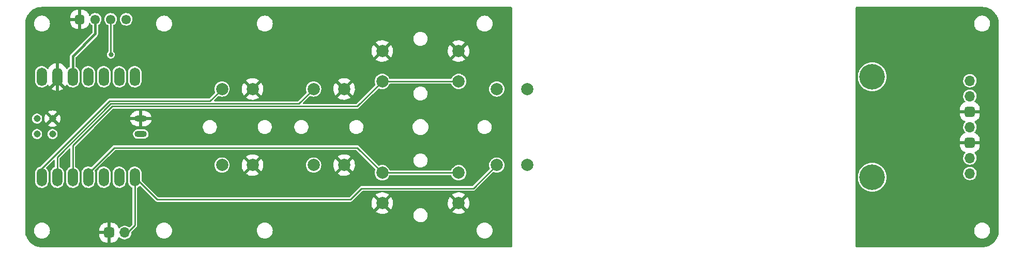
<source format=gbr>
%TF.GenerationSoftware,KiCad,Pcbnew,(6.0.1)*%
%TF.CreationDate,2023-01-24T13:05:26+09:00*%
%TF.ProjectId,yuiopPD_r2,7975696f-7050-4445-9f72-322e6b696361,2*%
%TF.SameCoordinates,Original*%
%TF.FileFunction,Copper,L1,Top*%
%TF.FilePolarity,Positive*%
%FSLAX46Y46*%
G04 Gerber Fmt 4.6, Leading zero omitted, Abs format (unit mm)*
G04 Created by KiCad (PCBNEW (6.0.1)) date 2023-01-24 13:05:26*
%MOMM*%
%LPD*%
G01*
G04 APERTURE LIST*
G04 Aperture macros list*
%AMRoundRect*
0 Rectangle with rounded corners*
0 $1 Rounding radius*
0 $2 $3 $4 $5 $6 $7 $8 $9 X,Y pos of 4 corners*
0 Add a 4 corners polygon primitive as box body*
4,1,4,$2,$3,$4,$5,$6,$7,$8,$9,$2,$3,0*
0 Add four circle primitives for the rounded corners*
1,1,$1+$1,$2,$3*
1,1,$1+$1,$4,$5*
1,1,$1+$1,$6,$7*
1,1,$1+$1,$8,$9*
0 Add four rect primitives between the rounded corners*
20,1,$1+$1,$2,$3,$4,$5,0*
20,1,$1+$1,$4,$5,$6,$7,0*
20,1,$1+$1,$6,$7,$8,$9,0*
20,1,$1+$1,$8,$9,$2,$3,0*%
%AMFreePoly0*
4,1,31,0.262664,0.808398,0.425000,0.736122,0.568761,0.631673,0.687664,0.499617,0.776514,0.345726,0.831425,0.176725,0.850000,0.000000,0.831425,-0.176725,0.776514,-0.345726,0.687664,-0.499617,0.568761,-0.631673,0.425000,-0.736122,0.262664,-0.808398,0.088849,-0.845344,-0.088849,-0.845344,-0.262664,-0.808398,-0.425000,-0.736122,-0.568761,-0.631673,-0.687664,-0.499617,-0.776514,-0.345726,
-0.831425,-0.176725,-0.850000,0.000000,-0.831425,0.176725,-0.776514,0.345726,-0.687664,0.499617,-0.568761,0.631673,-0.425000,0.736122,-0.262664,0.808398,-0.088849,0.845344,0.088849,0.845344,0.262664,0.808398,0.262664,0.808398,$1*%
G04 Aperture macros list end*
%TA.AperFunction,ComponentPad*%
%ADD10C,2.000000*%
%TD*%
%TA.AperFunction,ComponentPad*%
%ADD11RoundRect,0.425000X0.425000X-0.425000X0.425000X0.425000X-0.425000X0.425000X-0.425000X-0.425000X0*%
%TD*%
%TA.AperFunction,ComponentPad*%
%ADD12O,1.700000X1.700000*%
%TD*%
%TA.AperFunction,ComponentPad*%
%ADD13C,1.550000*%
%TD*%
%TA.AperFunction,ComponentPad*%
%ADD14RoundRect,0.387500X0.387500X0.387500X-0.387500X0.387500X-0.387500X-0.387500X0.387500X-0.387500X0*%
%TD*%
%TA.AperFunction,ComponentPad*%
%ADD15FreePoly0,90.000000*%
%TD*%
%TA.AperFunction,SMDPad,CuDef*%
%ADD16O,1.700000X3.000000*%
%TD*%
%TA.AperFunction,ComponentPad*%
%ADD17C,1.700000*%
%TD*%
%TA.AperFunction,SMDPad,CuDef*%
%ADD18O,2.032000X1.016000*%
%TD*%
%TA.AperFunction,SMDPad,CuDef*%
%ADD19C,1.143000*%
%TD*%
%TA.AperFunction,WasherPad*%
%ADD20C,4.200000*%
%TD*%
%TA.AperFunction,ComponentPad*%
%ADD21RoundRect,0.425000X0.425000X0.425000X-0.425000X0.425000X-0.425000X-0.425000X0.425000X-0.425000X0*%
%TD*%
%TA.AperFunction,ViaPad*%
%ADD22C,0.800000*%
%TD*%
%TA.AperFunction,Conductor*%
%ADD23C,0.400000*%
%TD*%
%TA.AperFunction,Conductor*%
%ADD24C,0.250000*%
%TD*%
G04 APERTURE END LIST*
D10*
%TO.P,SW5,1,1*%
%TO.N,GND*%
X152500000Y-93750000D03*
X152500000Y-106250000D03*
%TO.P,SW5,2,2*%
%TO.N,/UART_TX*%
X147500000Y-93750000D03*
X147500000Y-106250000D03*
%TD*%
D11*
%TO.P,J2,1,Pin_1*%
%TO.N,GND*%
X84000000Y-117350000D03*
D12*
%TO.P,J2,2,Pin_2*%
%TO.N,/UART_TX*%
X86540000Y-117350000D03*
%TD*%
D10*
%TO.P,SW3,1,1*%
%TO.N,GND*%
X141250000Y-87500000D03*
X128750000Y-87500000D03*
%TO.P,SW3,2,2*%
%TO.N,Net-(SW3-Pad2)*%
X128750000Y-92500000D03*
X141250000Y-92500000D03*
%TD*%
D13*
%TO.P,J4,1,Pin_1*%
%TO.N,/SDA*%
X86810000Y-82300000D03*
%TO.P,J4,2,Pin_2*%
%TO.N,/SCL*%
X84270000Y-82300000D03*
%TO.P,J4,3,Pin_3*%
%TO.N,+3V3*%
X81730000Y-82300000D03*
D14*
%TO.P,J4,4,Pin_4*%
%TO.N,GND*%
X79190000Y-82300000D03*
%TD*%
D10*
%TO.P,SW4,1,1*%
%TO.N,GND*%
X128750000Y-112500000D03*
X141250000Y-112500000D03*
%TO.P,SW4,2,2*%
%TO.N,Net-(SW4-Pad2)*%
X128750000Y-107500000D03*
X141250000Y-107500000D03*
%TD*%
D15*
%TO.P,U1,1,PA02_A0_D0*%
%TO.N,Net-(SW1-Pad2)*%
X72980000Y-107620000D03*
D16*
X72980000Y-108255000D03*
%TO.P,U1,2,PA4_A1_D1*%
%TO.N,Net-(SW2-Pad2)*%
X75520000Y-108255000D03*
D17*
X75520000Y-107620000D03*
D16*
%TO.P,U1,3,PA10_A2_D2*%
%TO.N,Net-(SW3-Pad2)*%
X78060000Y-108255000D03*
D17*
X78060000Y-107620000D03*
%TO.P,U1,4,PA11_A3_D3*%
%TO.N,Net-(SW4-Pad2)*%
X80600000Y-107620000D03*
D16*
X80600000Y-108255000D03*
%TO.P,U1,5,PA8_A4_D4_SDA*%
%TO.N,/SDA*%
X83140000Y-108255000D03*
D17*
X83140000Y-107620000D03*
%TO.P,U1,6,PA9_A5_D5_SCL*%
%TO.N,/SCL*%
X85680000Y-107620000D03*
D16*
X85680000Y-108255000D03*
%TO.P,U1,7,PB08_A6_D6_TX*%
%TO.N,/UART_TX*%
X88220000Y-108255000D03*
D17*
X88220000Y-107620000D03*
%TO.P,U1,8,PB09_A7_D7_RX*%
%TO.N,/NCS*%
X88220000Y-92380000D03*
D16*
X88220000Y-91745000D03*
D17*
%TO.P,U1,9,PA7_A8_D8_SCK*%
%TO.N,/SCK*%
X85680000Y-92380000D03*
D16*
X85680000Y-91745000D03*
D17*
%TO.P,U1,10,PA5_A9_D9_MISO*%
%TO.N,/MISO*%
X83140000Y-92380000D03*
D16*
X83140000Y-91745000D03*
%TO.P,U1,11,PA6_A10_D10_MOSI*%
%TO.N,/MOSI*%
X80600000Y-91745000D03*
D17*
X80600000Y-92380000D03*
%TO.P,U1,12,3V3*%
%TO.N,+3V3*%
X78060000Y-92380000D03*
D16*
X78060000Y-91745000D03*
%TO.P,U1,13,GND*%
%TO.N,GND*%
X75520000Y-91745000D03*
D17*
X75520000Y-92380000D03*
%TO.P,U1,14,5V*%
%TO.N,unconnected-(U1-Pad14)*%
X72980000Y-92380000D03*
D16*
X72980000Y-91745000D03*
D18*
%TO.P,U1,15,5V*%
%TO.N,unconnected-(U1-Pad15)*%
X89200000Y-101150000D03*
%TO.P,U1,16,GND*%
%TO.N,GND*%
X89200000Y-98600000D03*
D19*
%TO.P,U1,17,PA31_SWDIO*%
%TO.N,unconnected-(U1-Pad17)*%
X72195813Y-101151197D03*
%TO.P,U1,18,PA30_SWCLK*%
%TO.N,unconnected-(U1-Pad18)*%
X72195813Y-98611197D03*
%TO.P,U1,19,RESET*%
%TO.N,unconnected-(U1-Pad19)*%
X74735813Y-101151197D03*
%TO.P,U1,20,GND*%
%TO.N,GND*%
X74735813Y-98611197D03*
%TD*%
D10*
%TO.P,SW2,1,1*%
%TO.N,GND*%
X122500000Y-106250000D03*
X122500000Y-93750000D03*
%TO.P,SW2,2,2*%
%TO.N,Net-(SW2-Pad2)*%
X117500000Y-106250000D03*
X117500000Y-93750000D03*
%TD*%
%TO.P,SW1,1,1*%
%TO.N,GND*%
X107500000Y-93750000D03*
X107500000Y-106250000D03*
%TO.P,SW1,2,2*%
%TO.N,Net-(SW1-Pad2)*%
X102500000Y-93750000D03*
X102500000Y-106250000D03*
%TD*%
D20*
%TO.P,J1,*%
%TO.N,*%
X209000000Y-108250000D03*
X209000000Y-91750000D03*
D12*
%TO.P,J1,1,Pin_1*%
%TO.N,/MISO*%
X225000000Y-107620000D03*
%TO.P,J1,2,Pin_2*%
%TO.N,/MOSI*%
X225000000Y-105080000D03*
D21*
%TO.P,J1,3,Pin_3*%
%TO.N,GND*%
X225000000Y-102540000D03*
D12*
%TO.P,J1,4,Pin_4*%
%TO.N,+3V3*%
X225000000Y-100000000D03*
D21*
%TO.P,J1,5,Pin_5*%
%TO.N,GND*%
X225000000Y-97460000D03*
D12*
%TO.P,J1,6,Pin_6*%
%TO.N,/NCS*%
X225000000Y-94920000D03*
%TO.P,J1,7,Pin_7*%
%TO.N,/SCK*%
X225000000Y-92380000D03*
%TD*%
D22*
%TO.N,/SCL*%
X84300000Y-88100000D03*
%TD*%
D23*
%TO.N,+3V3*%
X78060000Y-88340000D02*
X78060000Y-92380000D01*
X81730000Y-84670000D02*
X78060000Y-88340000D01*
X81730000Y-82300000D02*
X81730000Y-84670000D01*
D24*
%TO.N,/UART_TX*%
X91865000Y-111900000D02*
X123550000Y-111900000D01*
X88220000Y-107620000D02*
X88220000Y-116150000D01*
X88220000Y-116150000D02*
X86620000Y-117750000D01*
X143650000Y-110100000D02*
X147500000Y-106250000D01*
X123550000Y-111900000D02*
X125350000Y-110100000D01*
X88220000Y-108255000D02*
X91865000Y-111900000D01*
X125350000Y-110100000D02*
X143650000Y-110100000D01*
%TO.N,Net-(SW1-Pad2)*%
X100549040Y-95700960D02*
X102500000Y-93750000D01*
X84099042Y-95700960D02*
X100549040Y-95700960D01*
X72980000Y-106820000D02*
X84099042Y-95700960D01*
X72980000Y-107620000D02*
X72980000Y-106820000D01*
%TO.N,Net-(SW2-Pad2)*%
X115099520Y-96150480D02*
X117500000Y-93750000D01*
X75520000Y-107620000D02*
X75520000Y-104915718D01*
X75520000Y-104915718D02*
X84285239Y-96150480D01*
X84285239Y-96150480D02*
X115099520Y-96150480D01*
%TO.N,Net-(SW3-Pad2)*%
X78060000Y-107620000D02*
X78060000Y-103011436D01*
X128750000Y-92500000D02*
X141250000Y-92500000D01*
X124650000Y-96600000D02*
X128750000Y-92500000D01*
X78060000Y-103011436D02*
X84471436Y-96600000D01*
X84471436Y-96600000D02*
X124650000Y-96600000D01*
%TO.N,Net-(SW4-Pad2)*%
X84820000Y-103400000D02*
X124650000Y-103400000D01*
X80600000Y-107620000D02*
X84820000Y-103400000D01*
X124650000Y-103400000D02*
X128750000Y-107500000D01*
X128750000Y-107500000D02*
X141250000Y-107500000D01*
%TO.N,/SCL*%
X84270000Y-88070000D02*
X84270000Y-82300000D01*
X84300000Y-88100000D02*
X84270000Y-88070000D01*
%TD*%
%TA.AperFunction,Conductor*%
%TO.N,GND*%
G36*
X149942121Y-80274002D02*
G01*
X149988614Y-80327658D01*
X150000000Y-80380000D01*
X150000000Y-119620000D01*
X149979998Y-119688121D01*
X149926342Y-119734614D01*
X149874000Y-119746000D01*
X73037425Y-119746000D01*
X73012847Y-119743579D01*
X73000000Y-119741024D01*
X72987830Y-119743444D01*
X72975419Y-119743444D01*
X72975419Y-119743243D01*
X72964531Y-119744008D01*
X72699607Y-119729130D01*
X72685575Y-119727550D01*
X72453517Y-119688121D01*
X72395934Y-119678337D01*
X72382159Y-119675193D01*
X72295400Y-119650198D01*
X72099844Y-119593859D01*
X72086523Y-119589198D01*
X71815088Y-119476766D01*
X71802365Y-119470639D01*
X71545232Y-119328526D01*
X71533269Y-119321009D01*
X71293671Y-119151006D01*
X71282623Y-119142196D01*
X71077765Y-118959123D01*
X71063560Y-118946429D01*
X71053570Y-118936439D01*
X70857804Y-118717377D01*
X70848994Y-118706329D01*
X70678991Y-118466731D01*
X70671474Y-118454768D01*
X70548318Y-118231935D01*
X70529361Y-118197635D01*
X70523232Y-118184908D01*
X70410802Y-117913477D01*
X70406141Y-117900156D01*
X70324807Y-117617841D01*
X70321663Y-117604066D01*
X70288983Y-117411727D01*
X70272450Y-117314425D01*
X70270869Y-117300389D01*
X70266770Y-117227389D01*
X70255992Y-117035469D01*
X70256757Y-117024581D01*
X70256556Y-117024581D01*
X70256556Y-117012170D01*
X70258976Y-117000000D01*
X71690517Y-117000000D01*
X71710411Y-117227389D01*
X71711835Y-117232703D01*
X71711835Y-117232704D01*
X71759804Y-117411727D01*
X71769488Y-117447870D01*
X71771810Y-117452850D01*
X71771811Y-117452852D01*
X71863628Y-117649754D01*
X71863629Y-117649755D01*
X71865954Y-117654741D01*
X71939257Y-117759428D01*
X71968482Y-117801165D01*
X71996878Y-117841719D01*
X72158281Y-118003122D01*
X72162789Y-118006279D01*
X72162792Y-118006281D01*
X72240572Y-118060743D01*
X72345259Y-118134046D01*
X72350241Y-118136369D01*
X72350246Y-118136372D01*
X72503857Y-118208002D01*
X72552130Y-118230512D01*
X72557438Y-118231934D01*
X72557440Y-118231935D01*
X72688202Y-118266972D01*
X72772611Y-118289589D01*
X72871972Y-118298282D01*
X72940320Y-118304262D01*
X72940327Y-118304262D01*
X72943044Y-118304500D01*
X73056956Y-118304500D01*
X73059673Y-118304262D01*
X73059680Y-118304262D01*
X73128028Y-118298282D01*
X73227389Y-118289589D01*
X73311798Y-118266972D01*
X73442560Y-118231935D01*
X73442562Y-118231934D01*
X73447870Y-118230512D01*
X73496143Y-118208002D01*
X73649754Y-118136372D01*
X73649759Y-118136369D01*
X73654741Y-118134046D01*
X73759428Y-118060743D01*
X73837208Y-118006281D01*
X73837211Y-118006279D01*
X73841719Y-118003122D01*
X74001208Y-117843633D01*
X82388001Y-117843633D01*
X82388169Y-117848235D01*
X82395025Y-117941950D01*
X82396607Y-117952089D01*
X82445160Y-118153549D01*
X82448870Y-118164447D01*
X82533063Y-118353106D01*
X82538699Y-118363148D01*
X82655865Y-118533307D01*
X82663228Y-118542145D01*
X82809444Y-118688107D01*
X82818302Y-118695461D01*
X82988657Y-118812323D01*
X82998720Y-118817947D01*
X83187521Y-118901809D01*
X83198421Y-118905499D01*
X83399975Y-118953702D01*
X83410096Y-118955264D01*
X83501813Y-118961839D01*
X83506326Y-118962000D01*
X83727885Y-118962000D01*
X83743124Y-118957525D01*
X83744329Y-118956135D01*
X83746000Y-118948452D01*
X83746000Y-118943884D01*
X84254000Y-118943884D01*
X84258475Y-118959123D01*
X84259865Y-118960328D01*
X84267548Y-118961999D01*
X84493633Y-118961999D01*
X84498235Y-118961831D01*
X84591950Y-118954975D01*
X84602089Y-118953393D01*
X84803549Y-118904840D01*
X84814447Y-118901130D01*
X85003106Y-118816937D01*
X85013148Y-118811301D01*
X85183307Y-118694135D01*
X85192145Y-118686772D01*
X85338107Y-118540556D01*
X85345461Y-118531698D01*
X85462323Y-118361343D01*
X85467947Y-118351280D01*
X85550614Y-118165170D01*
X85596546Y-118111034D01*
X85664456Y-118090325D01*
X85732781Y-118109618D01*
X85753683Y-118126062D01*
X85841938Y-118212035D01*
X86010720Y-118324812D01*
X86016023Y-118327090D01*
X86016026Y-118327092D01*
X86104707Y-118365192D01*
X86197228Y-118404942D01*
X86270244Y-118421464D01*
X86389579Y-118448467D01*
X86389584Y-118448468D01*
X86395216Y-118449742D01*
X86400987Y-118449969D01*
X86400989Y-118449969D01*
X86460756Y-118452317D01*
X86598053Y-118457712D01*
X86698499Y-118443148D01*
X86793231Y-118429413D01*
X86793236Y-118429412D01*
X86798945Y-118428584D01*
X86804409Y-118426729D01*
X86804414Y-118426728D01*
X86985693Y-118365192D01*
X86985698Y-118365190D01*
X86991165Y-118363334D01*
X87009429Y-118353106D01*
X87065683Y-118321602D01*
X87168276Y-118264147D01*
X87207007Y-118231935D01*
X87319913Y-118138031D01*
X87324345Y-118134345D01*
X87430323Y-118006921D01*
X87450453Y-117982718D01*
X87450455Y-117982715D01*
X87454147Y-117978276D01*
X87553334Y-117801165D01*
X87555190Y-117795698D01*
X87555192Y-117795693D01*
X87616728Y-117614414D01*
X87616729Y-117614409D01*
X87618584Y-117608945D01*
X87619412Y-117603236D01*
X87619413Y-117603231D01*
X87647179Y-117411727D01*
X87647712Y-117408053D01*
X87649232Y-117350000D01*
X87646851Y-117324090D01*
X87660535Y-117254427D01*
X87683227Y-117223467D01*
X87906694Y-117000000D01*
X91690517Y-117000000D01*
X91710411Y-117227389D01*
X91711835Y-117232703D01*
X91711835Y-117232704D01*
X91759804Y-117411727D01*
X91769488Y-117447870D01*
X91771810Y-117452850D01*
X91771811Y-117452852D01*
X91863628Y-117649754D01*
X91863629Y-117649755D01*
X91865954Y-117654741D01*
X91939257Y-117759428D01*
X91968482Y-117801165D01*
X91996878Y-117841719D01*
X92158281Y-118003122D01*
X92162789Y-118006279D01*
X92162792Y-118006281D01*
X92240572Y-118060743D01*
X92345259Y-118134046D01*
X92350241Y-118136369D01*
X92350246Y-118136372D01*
X92503857Y-118208002D01*
X92552130Y-118230512D01*
X92557438Y-118231934D01*
X92557440Y-118231935D01*
X92688202Y-118266972D01*
X92772611Y-118289589D01*
X92871972Y-118298282D01*
X92940320Y-118304262D01*
X92940327Y-118304262D01*
X92943044Y-118304500D01*
X93056956Y-118304500D01*
X93059673Y-118304262D01*
X93059680Y-118304262D01*
X93128028Y-118298282D01*
X93227389Y-118289589D01*
X93311798Y-118266972D01*
X93442560Y-118231935D01*
X93442562Y-118231934D01*
X93447870Y-118230512D01*
X93496143Y-118208002D01*
X93649754Y-118136372D01*
X93649759Y-118136369D01*
X93654741Y-118134046D01*
X93759428Y-118060743D01*
X93837208Y-118006281D01*
X93837211Y-118006279D01*
X93841719Y-118003122D01*
X94003122Y-117841719D01*
X94027988Y-117806208D01*
X94130889Y-117659250D01*
X94130890Y-117659249D01*
X94134046Y-117654742D01*
X94136369Y-117649760D01*
X94136372Y-117649755D01*
X94228189Y-117452852D01*
X94228190Y-117452851D01*
X94230512Y-117447870D01*
X94240197Y-117411727D01*
X94288165Y-117232704D01*
X94288165Y-117232703D01*
X94289589Y-117227389D01*
X94309483Y-117000000D01*
X108190517Y-117000000D01*
X108210411Y-117227389D01*
X108211835Y-117232703D01*
X108211835Y-117232704D01*
X108259804Y-117411727D01*
X108269488Y-117447870D01*
X108271810Y-117452850D01*
X108271811Y-117452852D01*
X108363628Y-117649754D01*
X108363629Y-117649755D01*
X108365954Y-117654741D01*
X108439257Y-117759428D01*
X108468482Y-117801165D01*
X108496878Y-117841719D01*
X108658281Y-118003122D01*
X108662789Y-118006279D01*
X108662792Y-118006281D01*
X108740572Y-118060743D01*
X108845259Y-118134046D01*
X108850241Y-118136369D01*
X108850246Y-118136372D01*
X109003857Y-118208002D01*
X109052130Y-118230512D01*
X109057438Y-118231934D01*
X109057440Y-118231935D01*
X109188202Y-118266972D01*
X109272611Y-118289589D01*
X109371972Y-118298282D01*
X109440320Y-118304262D01*
X109440327Y-118304262D01*
X109443044Y-118304500D01*
X109556956Y-118304500D01*
X109559673Y-118304262D01*
X109559680Y-118304262D01*
X109628028Y-118298282D01*
X109727389Y-118289589D01*
X109811798Y-118266972D01*
X109942560Y-118231935D01*
X109942562Y-118231934D01*
X109947870Y-118230512D01*
X109996143Y-118208002D01*
X110149754Y-118136372D01*
X110149759Y-118136369D01*
X110154741Y-118134046D01*
X110259428Y-118060743D01*
X110337208Y-118006281D01*
X110337211Y-118006279D01*
X110341719Y-118003122D01*
X110503122Y-117841719D01*
X110527988Y-117806208D01*
X110630889Y-117659250D01*
X110630890Y-117659249D01*
X110634046Y-117654742D01*
X110636369Y-117649760D01*
X110636372Y-117649755D01*
X110728189Y-117452852D01*
X110728190Y-117452851D01*
X110730512Y-117447870D01*
X110740197Y-117411727D01*
X110788165Y-117232704D01*
X110788165Y-117232703D01*
X110789589Y-117227389D01*
X110809483Y-117000000D01*
X144190517Y-117000000D01*
X144210411Y-117227389D01*
X144211835Y-117232703D01*
X144211835Y-117232704D01*
X144259804Y-117411727D01*
X144269488Y-117447870D01*
X144271810Y-117452850D01*
X144271811Y-117452852D01*
X144363628Y-117649754D01*
X144363629Y-117649755D01*
X144365954Y-117654741D01*
X144439257Y-117759428D01*
X144468482Y-117801165D01*
X144496878Y-117841719D01*
X144658281Y-118003122D01*
X144662789Y-118006279D01*
X144662792Y-118006281D01*
X144740572Y-118060743D01*
X144845259Y-118134046D01*
X144850241Y-118136369D01*
X144850246Y-118136372D01*
X145003857Y-118208002D01*
X145052130Y-118230512D01*
X145057438Y-118231934D01*
X145057440Y-118231935D01*
X145188202Y-118266972D01*
X145272611Y-118289589D01*
X145371972Y-118298282D01*
X145440320Y-118304262D01*
X145440327Y-118304262D01*
X145443044Y-118304500D01*
X145556956Y-118304500D01*
X145559673Y-118304262D01*
X145559680Y-118304262D01*
X145628028Y-118298282D01*
X145727389Y-118289589D01*
X145811798Y-118266972D01*
X145942560Y-118231935D01*
X145942562Y-118231934D01*
X145947870Y-118230512D01*
X145996143Y-118208002D01*
X146149754Y-118136372D01*
X146149759Y-118136369D01*
X146154741Y-118134046D01*
X146259428Y-118060743D01*
X146337208Y-118006281D01*
X146337211Y-118006279D01*
X146341719Y-118003122D01*
X146503122Y-117841719D01*
X146527988Y-117806208D01*
X146630889Y-117659250D01*
X146630890Y-117659249D01*
X146634046Y-117654742D01*
X146636369Y-117649760D01*
X146636372Y-117649755D01*
X146728189Y-117452852D01*
X146728190Y-117452851D01*
X146730512Y-117447870D01*
X146740197Y-117411727D01*
X146788165Y-117232704D01*
X146788165Y-117232703D01*
X146789589Y-117227389D01*
X146809483Y-117000000D01*
X146789589Y-116772611D01*
X146730512Y-116552130D01*
X146691272Y-116467980D01*
X146636372Y-116350246D01*
X146636369Y-116350241D01*
X146634046Y-116345259D01*
X146528293Y-116194229D01*
X146506281Y-116162792D01*
X146506279Y-116162789D01*
X146503122Y-116158281D01*
X146341719Y-115996878D01*
X146154741Y-115865954D01*
X146149759Y-115863631D01*
X146149754Y-115863628D01*
X145952852Y-115771811D01*
X145952850Y-115771810D01*
X145947870Y-115769488D01*
X145942562Y-115768066D01*
X145942560Y-115768065D01*
X145732704Y-115711835D01*
X145732703Y-115711835D01*
X145727389Y-115710411D01*
X145628028Y-115701718D01*
X145559680Y-115695738D01*
X145559673Y-115695738D01*
X145556956Y-115695500D01*
X145443044Y-115695500D01*
X145440327Y-115695738D01*
X145440320Y-115695738D01*
X145371972Y-115701718D01*
X145272611Y-115710411D01*
X145267297Y-115711835D01*
X145267296Y-115711835D01*
X145057440Y-115768065D01*
X145057438Y-115768066D01*
X145052130Y-115769488D01*
X145047150Y-115771810D01*
X145047148Y-115771811D01*
X144850246Y-115863628D01*
X144850241Y-115863631D01*
X144845259Y-115865954D01*
X144658281Y-115996878D01*
X144496878Y-116158281D01*
X144493721Y-116162790D01*
X144493719Y-116162792D01*
X144464059Y-116205151D01*
X144365954Y-116345258D01*
X144363631Y-116350240D01*
X144363628Y-116350245D01*
X144298208Y-116490540D01*
X144269488Y-116552130D01*
X144210411Y-116772611D01*
X144190517Y-117000000D01*
X110809483Y-117000000D01*
X110789589Y-116772611D01*
X110730512Y-116552130D01*
X110691272Y-116467980D01*
X110636372Y-116350246D01*
X110636369Y-116350241D01*
X110634046Y-116345259D01*
X110528293Y-116194229D01*
X110506281Y-116162792D01*
X110506279Y-116162789D01*
X110503122Y-116158281D01*
X110341719Y-115996878D01*
X110154741Y-115865954D01*
X110149759Y-115863631D01*
X110149754Y-115863628D01*
X109952852Y-115771811D01*
X109952850Y-115771810D01*
X109947870Y-115769488D01*
X109942562Y-115768066D01*
X109942560Y-115768065D01*
X109732704Y-115711835D01*
X109732703Y-115711835D01*
X109727389Y-115710411D01*
X109628028Y-115701718D01*
X109559680Y-115695738D01*
X109559673Y-115695738D01*
X109556956Y-115695500D01*
X109443044Y-115695500D01*
X109440327Y-115695738D01*
X109440320Y-115695738D01*
X109371972Y-115701718D01*
X109272611Y-115710411D01*
X109267297Y-115711835D01*
X109267296Y-115711835D01*
X109057440Y-115768065D01*
X109057438Y-115768066D01*
X109052130Y-115769488D01*
X109047150Y-115771810D01*
X109047148Y-115771811D01*
X108850246Y-115863628D01*
X108850241Y-115863631D01*
X108845259Y-115865954D01*
X108658281Y-115996878D01*
X108496878Y-116158281D01*
X108493721Y-116162790D01*
X108493719Y-116162792D01*
X108464059Y-116205151D01*
X108365954Y-116345258D01*
X108363631Y-116350240D01*
X108363628Y-116350245D01*
X108298208Y-116490540D01*
X108269488Y-116552130D01*
X108210411Y-116772611D01*
X108190517Y-117000000D01*
X94309483Y-117000000D01*
X94289589Y-116772611D01*
X94230512Y-116552130D01*
X94191272Y-116467980D01*
X94136372Y-116350246D01*
X94136369Y-116350241D01*
X94134046Y-116345259D01*
X94028293Y-116194229D01*
X94006281Y-116162792D01*
X94006279Y-116162789D01*
X94003122Y-116158281D01*
X93841719Y-115996878D01*
X93654741Y-115865954D01*
X93649759Y-115863631D01*
X93649754Y-115863628D01*
X93452852Y-115771811D01*
X93452850Y-115771810D01*
X93447870Y-115769488D01*
X93442562Y-115768066D01*
X93442560Y-115768065D01*
X93232704Y-115711835D01*
X93232703Y-115711835D01*
X93227389Y-115710411D01*
X93128028Y-115701718D01*
X93059680Y-115695738D01*
X93059673Y-115695738D01*
X93056956Y-115695500D01*
X92943044Y-115695500D01*
X92940327Y-115695738D01*
X92940320Y-115695738D01*
X92871972Y-115701718D01*
X92772611Y-115710411D01*
X92767297Y-115711835D01*
X92767296Y-115711835D01*
X92557440Y-115768065D01*
X92557438Y-115768066D01*
X92552130Y-115769488D01*
X92547150Y-115771810D01*
X92547148Y-115771811D01*
X92350246Y-115863628D01*
X92350241Y-115863631D01*
X92345259Y-115865954D01*
X92158281Y-115996878D01*
X91996878Y-116158281D01*
X91993721Y-116162790D01*
X91993719Y-116162792D01*
X91964059Y-116205151D01*
X91865954Y-116345258D01*
X91863631Y-116350240D01*
X91863628Y-116350245D01*
X91798208Y-116490540D01*
X91769488Y-116552130D01*
X91710411Y-116772611D01*
X91690517Y-117000000D01*
X87906694Y-117000000D01*
X88450216Y-116456478D01*
X88468964Y-116441336D01*
X88470189Y-116440221D01*
X88478940Y-116434571D01*
X88485387Y-116426393D01*
X88485389Y-116426391D01*
X88499729Y-116408200D01*
X88503675Y-116403759D01*
X88503602Y-116403697D01*
X88506961Y-116399733D01*
X88510638Y-116396056D01*
X88521892Y-116380308D01*
X88525398Y-116375638D01*
X88557156Y-116335353D01*
X88560188Y-116326719D01*
X88565514Y-116319266D01*
X88580203Y-116270150D01*
X88582036Y-116264508D01*
X88596390Y-116223633D01*
X88596390Y-116223632D01*
X88599018Y-116216149D01*
X88599500Y-116210584D01*
X88599500Y-116207876D01*
X88599614Y-116205242D01*
X88599643Y-116205144D01*
X88599807Y-116205151D01*
X88599851Y-116204447D01*
X88601713Y-116198222D01*
X88599597Y-116144365D01*
X88599500Y-116139418D01*
X88599500Y-114590969D01*
X133844128Y-114590969D01*
X133880061Y-114800087D01*
X133953501Y-114999154D01*
X134061988Y-115181505D01*
X134065794Y-115185845D01*
X134065797Y-115185849D01*
X134083317Y-115205826D01*
X134201890Y-115341032D01*
X134206425Y-115344607D01*
X134206426Y-115344608D01*
X134222653Y-115357400D01*
X134368520Y-115472393D01*
X134556299Y-115571188D01*
X134758938Y-115634109D01*
X134764675Y-115634788D01*
X134927530Y-115654064D01*
X134927535Y-115654064D01*
X134931216Y-115654500D01*
X135053827Y-115654500D01*
X135139635Y-115646615D01*
X135205538Y-115640560D01*
X135205541Y-115640559D01*
X135211292Y-115640031D01*
X135216849Y-115638464D01*
X135216853Y-115638463D01*
X135409949Y-115584004D01*
X135409951Y-115584003D01*
X135415508Y-115582436D01*
X135420684Y-115579884D01*
X135420688Y-115579882D01*
X135600628Y-115491145D01*
X135605809Y-115488590D01*
X135627500Y-115472393D01*
X135771197Y-115365089D01*
X135771198Y-115365088D01*
X135775821Y-115361636D01*
X135779737Y-115357400D01*
X135915931Y-115210066D01*
X135915933Y-115210063D01*
X135919850Y-115205826D01*
X136033074Y-115026377D01*
X136111700Y-114829300D01*
X136112825Y-114823643D01*
X136112827Y-114823637D01*
X136151967Y-114626863D01*
X136151967Y-114626859D01*
X136153094Y-114621195D01*
X136153566Y-114585187D01*
X136155796Y-114414813D01*
X136155872Y-114409031D01*
X136119939Y-114199913D01*
X136046499Y-114000846D01*
X136000492Y-113923515D01*
X135993638Y-113911995D01*
X140202751Y-113911995D01*
X140211464Y-113923515D01*
X140309890Y-113995684D01*
X140317809Y-114000632D01*
X140541284Y-114118208D01*
X140549858Y-114121936D01*
X140788266Y-114205192D01*
X140797275Y-114207606D01*
X141045388Y-114254712D01*
X141054645Y-114255766D01*
X141306997Y-114265682D01*
X141316310Y-114265356D01*
X141567353Y-114237862D01*
X141576519Y-114236163D01*
X141820742Y-114171865D01*
X141829550Y-114168833D01*
X142061589Y-114069141D01*
X142069861Y-114064834D01*
X142284605Y-113931946D01*
X142291954Y-113926607D01*
X142300356Y-113913859D01*
X142294291Y-113903502D01*
X141262810Y-112872020D01*
X141248869Y-112864408D01*
X141247034Y-112864539D01*
X141240420Y-112868790D01*
X140209409Y-113899802D01*
X140202751Y-113911995D01*
X135993638Y-113911995D01*
X135940968Y-113823463D01*
X135940966Y-113823460D01*
X135938012Y-113818495D01*
X135934206Y-113814155D01*
X135934203Y-113814151D01*
X135801917Y-113663309D01*
X135798110Y-113658968D01*
X135793574Y-113655392D01*
X135636014Y-113531181D01*
X135636012Y-113531179D01*
X135631480Y-113527607D01*
X135443701Y-113428812D01*
X135241062Y-113365891D01*
X135191029Y-113359969D01*
X135072470Y-113345936D01*
X135072465Y-113345936D01*
X135068784Y-113345500D01*
X134946173Y-113345500D01*
X134860365Y-113353385D01*
X134794462Y-113359440D01*
X134794459Y-113359441D01*
X134788708Y-113359969D01*
X134783151Y-113361536D01*
X134783147Y-113361537D01*
X134590051Y-113415996D01*
X134590049Y-113415997D01*
X134584492Y-113417564D01*
X134579316Y-113420116D01*
X134579312Y-113420118D01*
X134512385Y-113453123D01*
X134394191Y-113511410D01*
X134389565Y-113514864D01*
X134389564Y-113514865D01*
X134228803Y-113634911D01*
X134224179Y-113638364D01*
X134220265Y-113642598D01*
X134220263Y-113642600D01*
X134208439Y-113655392D01*
X134080150Y-113794174D01*
X133966926Y-113973623D01*
X133888300Y-114170700D01*
X133887175Y-114176357D01*
X133887173Y-114176363D01*
X133869472Y-114265356D01*
X133846906Y-114378805D01*
X133846830Y-114384580D01*
X133846830Y-114384584D01*
X133845434Y-114491196D01*
X133844128Y-114590969D01*
X88599500Y-114590969D01*
X88599500Y-113911995D01*
X127702751Y-113911995D01*
X127711464Y-113923515D01*
X127809890Y-113995684D01*
X127817809Y-114000632D01*
X128041284Y-114118208D01*
X128049858Y-114121936D01*
X128288266Y-114205192D01*
X128297275Y-114207606D01*
X128545388Y-114254712D01*
X128554645Y-114255766D01*
X128806997Y-114265682D01*
X128816310Y-114265356D01*
X129067353Y-114237862D01*
X129076519Y-114236163D01*
X129320742Y-114171865D01*
X129329550Y-114168833D01*
X129561589Y-114069141D01*
X129569861Y-114064834D01*
X129784605Y-113931946D01*
X129791954Y-113926607D01*
X129800356Y-113913859D01*
X129794291Y-113903502D01*
X128762810Y-112872020D01*
X128748869Y-112864408D01*
X128747034Y-112864539D01*
X128740420Y-112868790D01*
X127709409Y-113899802D01*
X127702751Y-113911995D01*
X88599500Y-113911995D01*
X88599500Y-112458419D01*
X126983888Y-112458419D01*
X126996006Y-112710663D01*
X126997143Y-112719926D01*
X127046409Y-112967606D01*
X127048903Y-112976599D01*
X127134236Y-113214271D01*
X127138036Y-113222806D01*
X127257563Y-113445256D01*
X127262574Y-113453123D01*
X127326587Y-113538846D01*
X127337847Y-113547295D01*
X127350265Y-113540524D01*
X128377980Y-112512810D01*
X128384357Y-112501131D01*
X129114408Y-112501131D01*
X129114539Y-112502966D01*
X129118790Y-112509580D01*
X130152808Y-113543597D01*
X130165188Y-113550357D01*
X130173529Y-113544114D01*
X130300293Y-113347037D01*
X130304736Y-113338853D01*
X130408460Y-113108593D01*
X130411650Y-113099828D01*
X130480199Y-112856775D01*
X130482059Y-112847633D01*
X130514121Y-112595605D01*
X130514602Y-112589319D01*
X130516858Y-112503160D01*
X130516707Y-112496850D01*
X130513851Y-112458419D01*
X139483888Y-112458419D01*
X139496006Y-112710663D01*
X139497143Y-112719926D01*
X139546409Y-112967606D01*
X139548903Y-112976599D01*
X139634236Y-113214271D01*
X139638036Y-113222806D01*
X139757563Y-113445256D01*
X139762574Y-113453123D01*
X139826587Y-113538846D01*
X139837847Y-113547295D01*
X139850265Y-113540524D01*
X140877980Y-112512810D01*
X140884357Y-112501131D01*
X141614408Y-112501131D01*
X141614539Y-112502966D01*
X141618790Y-112509580D01*
X142652808Y-113543597D01*
X142665188Y-113550357D01*
X142673529Y-113544114D01*
X142800293Y-113347037D01*
X142804736Y-113338853D01*
X142908460Y-113108593D01*
X142911650Y-113099828D01*
X142980199Y-112856775D01*
X142982059Y-112847633D01*
X143014121Y-112595605D01*
X143014602Y-112589319D01*
X143016858Y-112503160D01*
X143016707Y-112496850D01*
X142997879Y-112243488D01*
X142996500Y-112234263D01*
X142940765Y-111987953D01*
X142938041Y-111979042D01*
X142846510Y-111743670D01*
X142842496Y-111735254D01*
X142717181Y-111516000D01*
X142711961Y-111508261D01*
X142674242Y-111460415D01*
X142662315Y-111451943D01*
X142650782Y-111458429D01*
X141622020Y-112487190D01*
X141614408Y-112501131D01*
X140884357Y-112501131D01*
X140885592Y-112498869D01*
X140885461Y-112497034D01*
X140881210Y-112490420D01*
X139848481Y-111457692D01*
X139835172Y-111450425D01*
X139825136Y-111457545D01*
X139814497Y-111470336D01*
X139809078Y-111477933D01*
X139678072Y-111693825D01*
X139673834Y-111702142D01*
X139576177Y-111935026D01*
X139573216Y-111943876D01*
X139511056Y-112188635D01*
X139509434Y-112197832D01*
X139484133Y-112449093D01*
X139483888Y-112458419D01*
X130513851Y-112458419D01*
X130497879Y-112243488D01*
X130496500Y-112234263D01*
X130440765Y-111987953D01*
X130438041Y-111979042D01*
X130346510Y-111743670D01*
X130342496Y-111735254D01*
X130217181Y-111516000D01*
X130211961Y-111508261D01*
X130174242Y-111460415D01*
X130162315Y-111451943D01*
X130150782Y-111458429D01*
X129122020Y-112487190D01*
X129114408Y-112501131D01*
X128384357Y-112501131D01*
X128385592Y-112498869D01*
X128385461Y-112497034D01*
X128381210Y-112490420D01*
X127348481Y-111457692D01*
X127335172Y-111450425D01*
X127325136Y-111457545D01*
X127314497Y-111470336D01*
X127309078Y-111477933D01*
X127178072Y-111693825D01*
X127173834Y-111702142D01*
X127076177Y-111935026D01*
X127073216Y-111943876D01*
X127011056Y-112188635D01*
X127009434Y-112197832D01*
X126984133Y-112449093D01*
X126983888Y-112458419D01*
X88599500Y-112458419D01*
X88599500Y-110026891D01*
X88619502Y-109958770D01*
X88673349Y-109912190D01*
X88711415Y-109894882D01*
X88773084Y-109866843D01*
X88944986Y-109744904D01*
X88967556Y-109721327D01*
X89029111Y-109685951D01*
X89100020Y-109689470D01*
X89147669Y-109719363D01*
X91558522Y-112130216D01*
X91573664Y-112148964D01*
X91574779Y-112150189D01*
X91580429Y-112158940D01*
X91588607Y-112165387D01*
X91588609Y-112165389D01*
X91606800Y-112179729D01*
X91611244Y-112183678D01*
X91611306Y-112183604D01*
X91615263Y-112186957D01*
X91618944Y-112190638D01*
X91634654Y-112201865D01*
X91639380Y-112205413D01*
X91679647Y-112237156D01*
X91688284Y-112240189D01*
X91695734Y-112245513D01*
X91705710Y-112248497D01*
X91705711Y-112248497D01*
X91721046Y-112253083D01*
X91744849Y-112260202D01*
X91750486Y-112262034D01*
X91791199Y-112276331D01*
X91798851Y-112279018D01*
X91804416Y-112279500D01*
X91807124Y-112279500D01*
X91809758Y-112279614D01*
X91809856Y-112279643D01*
X91809849Y-112279807D01*
X91810553Y-112279851D01*
X91816778Y-112281713D01*
X91870635Y-112279597D01*
X91875582Y-112279500D01*
X123496080Y-112279500D01*
X123520028Y-112282049D01*
X123521693Y-112282128D01*
X123531876Y-112284320D01*
X123542217Y-112283096D01*
X123565223Y-112280373D01*
X123571154Y-112280023D01*
X123571146Y-112279928D01*
X123576324Y-112279500D01*
X123581524Y-112279500D01*
X123586653Y-112278646D01*
X123586656Y-112278646D01*
X123600565Y-112276331D01*
X123606443Y-112275494D01*
X123647001Y-112270694D01*
X123647002Y-112270694D01*
X123657341Y-112269470D01*
X123665593Y-112265507D01*
X123674626Y-112264004D01*
X123683795Y-112259057D01*
X123683797Y-112259056D01*
X123719732Y-112239666D01*
X123725025Y-112236969D01*
X123764082Y-112218215D01*
X123764086Y-112218212D01*
X123771232Y-112214781D01*
X123775508Y-112211186D01*
X123777431Y-112209263D01*
X123779363Y-112207491D01*
X123779442Y-112207448D01*
X123779555Y-112207572D01*
X123780095Y-112207096D01*
X123785814Y-112204010D01*
X123822417Y-112164413D01*
X123825846Y-112160848D01*
X124900782Y-111085912D01*
X127700328Y-111085912D01*
X127704901Y-111095690D01*
X128737190Y-112127980D01*
X128751131Y-112135592D01*
X128752966Y-112135461D01*
X128759580Y-112131210D01*
X129791292Y-111099497D01*
X129797676Y-111087806D01*
X129796204Y-111085912D01*
X140200328Y-111085912D01*
X140204901Y-111095690D01*
X141237190Y-112127980D01*
X141251131Y-112135592D01*
X141252966Y-112135461D01*
X141259580Y-112131210D01*
X142291292Y-111099497D01*
X142297676Y-111087806D01*
X142288265Y-111075697D01*
X142150632Y-110980217D01*
X142142597Y-110975484D01*
X141916096Y-110863786D01*
X141907463Y-110860298D01*
X141666935Y-110783305D01*
X141657874Y-110781129D01*
X141408610Y-110740534D01*
X141399323Y-110739722D01*
X141146808Y-110736416D01*
X141137496Y-110736986D01*
X140887272Y-110771040D01*
X140878136Y-110772981D01*
X140635697Y-110843647D01*
X140626954Y-110846915D01*
X140397616Y-110952642D01*
X140389460Y-110957162D01*
X140209464Y-111075172D01*
X140200328Y-111085912D01*
X129796204Y-111085912D01*
X129788265Y-111075697D01*
X129650632Y-110980217D01*
X129642597Y-110975484D01*
X129416096Y-110863786D01*
X129407463Y-110860298D01*
X129166935Y-110783305D01*
X129157874Y-110781129D01*
X128908610Y-110740534D01*
X128899323Y-110739722D01*
X128646808Y-110736416D01*
X128637496Y-110736986D01*
X128387272Y-110771040D01*
X128378136Y-110772981D01*
X128135697Y-110843647D01*
X128126954Y-110846915D01*
X127897616Y-110952642D01*
X127889460Y-110957162D01*
X127709464Y-111075172D01*
X127700328Y-111085912D01*
X124900782Y-111085912D01*
X125470289Y-110516405D01*
X125532601Y-110482379D01*
X125559384Y-110479500D01*
X143596080Y-110479500D01*
X143620028Y-110482049D01*
X143621693Y-110482128D01*
X143631876Y-110484320D01*
X143642217Y-110483096D01*
X143665223Y-110480373D01*
X143671154Y-110480023D01*
X143671146Y-110479928D01*
X143676324Y-110479500D01*
X143681524Y-110479500D01*
X143686653Y-110478646D01*
X143686656Y-110478646D01*
X143700565Y-110476331D01*
X143706443Y-110475494D01*
X143747001Y-110470694D01*
X143747002Y-110470694D01*
X143757341Y-110469470D01*
X143765593Y-110465507D01*
X143774626Y-110464004D01*
X143783795Y-110459057D01*
X143783797Y-110459056D01*
X143819732Y-110439666D01*
X143825025Y-110436969D01*
X143864082Y-110418215D01*
X143864086Y-110418212D01*
X143871232Y-110414781D01*
X143875508Y-110411186D01*
X143877431Y-110409263D01*
X143879363Y-110407491D01*
X143879442Y-110407448D01*
X143879555Y-110407572D01*
X143880095Y-110407096D01*
X143885814Y-110404010D01*
X143922417Y-110364413D01*
X143925846Y-110360848D01*
X146859637Y-107427057D01*
X146921949Y-107393031D01*
X146992764Y-107398096D01*
X147001983Y-107401958D01*
X147064307Y-107431021D01*
X147064315Y-107431024D01*
X147069297Y-107433347D01*
X147281326Y-107490161D01*
X147500000Y-107509292D01*
X147718674Y-107490161D01*
X147930703Y-107433347D01*
X148024995Y-107389378D01*
X148124659Y-107342905D01*
X148124664Y-107342902D01*
X148129646Y-107340579D01*
X148134155Y-107337422D01*
X148304946Y-107217833D01*
X148304949Y-107217831D01*
X148309457Y-107214674D01*
X148464674Y-107059457D01*
X148472872Y-107047750D01*
X148587422Y-106884155D01*
X148587423Y-106884153D01*
X148590579Y-106879646D01*
X148592902Y-106874664D01*
X148592905Y-106874659D01*
X148653873Y-106743911D01*
X148683347Y-106680703D01*
X148740161Y-106468674D01*
X148759292Y-106250000D01*
X148740161Y-106031326D01*
X148683347Y-105819297D01*
X148633649Y-105712718D01*
X148592905Y-105625341D01*
X148592902Y-105625336D01*
X148590579Y-105620354D01*
X148587422Y-105615845D01*
X148467833Y-105445054D01*
X148467831Y-105445051D01*
X148464674Y-105440543D01*
X148309457Y-105285326D01*
X148304949Y-105282169D01*
X148304946Y-105282167D01*
X148134155Y-105162578D01*
X148134153Y-105162577D01*
X148129646Y-105159421D01*
X148124664Y-105157098D01*
X148124659Y-105157095D01*
X147967269Y-105083704D01*
X147930703Y-105066653D01*
X147718674Y-105009839D01*
X147500000Y-104990708D01*
X147281326Y-105009839D01*
X147069297Y-105066653D01*
X147032731Y-105083704D01*
X146875341Y-105157095D01*
X146875336Y-105157098D01*
X146870354Y-105159421D01*
X146865847Y-105162577D01*
X146865845Y-105162578D01*
X146695054Y-105282167D01*
X146695051Y-105282169D01*
X146690543Y-105285326D01*
X146535326Y-105440543D01*
X146532169Y-105445051D01*
X146532167Y-105445054D01*
X146412578Y-105615845D01*
X146409421Y-105620354D01*
X146407098Y-105625336D01*
X146407095Y-105625341D01*
X146366351Y-105712718D01*
X146316653Y-105819297D01*
X146259839Y-106031326D01*
X146240708Y-106250000D01*
X146259839Y-106468674D01*
X146316653Y-106680703D01*
X146318976Y-106685685D01*
X146318979Y-106685693D01*
X146348042Y-106748017D01*
X146358704Y-106818209D01*
X146329725Y-106883022D01*
X146322943Y-106890363D01*
X143529711Y-109683595D01*
X143467399Y-109717621D01*
X143440616Y-109720500D01*
X125403920Y-109720500D01*
X125379973Y-109717951D01*
X125378307Y-109717872D01*
X125368124Y-109715680D01*
X125357782Y-109716904D01*
X125357779Y-109716904D01*
X125334787Y-109719626D01*
X125328846Y-109719977D01*
X125328854Y-109720072D01*
X125323674Y-109720500D01*
X125318476Y-109720500D01*
X125313354Y-109721353D01*
X125313349Y-109721353D01*
X125299427Y-109723671D01*
X125293550Y-109724508D01*
X125287049Y-109725277D01*
X125252997Y-109729307D01*
X125252995Y-109729308D01*
X125242659Y-109730531D01*
X125234410Y-109734492D01*
X125225374Y-109735996D01*
X125216205Y-109740943D01*
X125216203Y-109740944D01*
X125180240Y-109760348D01*
X125174951Y-109763043D01*
X125135915Y-109781788D01*
X125128768Y-109785220D01*
X125124492Y-109788814D01*
X125122552Y-109790754D01*
X125120641Y-109792507D01*
X125120551Y-109792556D01*
X125120439Y-109792433D01*
X125119904Y-109792905D01*
X125114186Y-109795990D01*
X125107119Y-109803635D01*
X125077584Y-109835586D01*
X125074154Y-109839152D01*
X123429711Y-111483595D01*
X123367399Y-111517621D01*
X123340616Y-111520500D01*
X92074384Y-111520500D01*
X92006263Y-111500498D01*
X91985289Y-111483595D01*
X89361405Y-108859711D01*
X89327379Y-108797399D01*
X89324500Y-108770616D01*
X89324500Y-107709292D01*
X89325804Y-107691212D01*
X89327712Y-107678053D01*
X89328132Y-107661995D01*
X106452751Y-107661995D01*
X106461464Y-107673515D01*
X106559890Y-107745684D01*
X106567809Y-107750632D01*
X106791284Y-107868208D01*
X106799858Y-107871936D01*
X107038266Y-107955192D01*
X107047275Y-107957606D01*
X107295388Y-108004712D01*
X107304645Y-108005766D01*
X107556997Y-108015682D01*
X107566310Y-108015356D01*
X107817353Y-107987862D01*
X107826519Y-107986163D01*
X108070742Y-107921865D01*
X108079550Y-107918833D01*
X108311589Y-107819141D01*
X108319861Y-107814834D01*
X108534605Y-107681946D01*
X108541954Y-107676607D01*
X108550356Y-107663859D01*
X108549264Y-107661995D01*
X121452751Y-107661995D01*
X121461464Y-107673515D01*
X121559890Y-107745684D01*
X121567809Y-107750632D01*
X121791284Y-107868208D01*
X121799858Y-107871936D01*
X122038266Y-107955192D01*
X122047275Y-107957606D01*
X122295388Y-108004712D01*
X122304645Y-108005766D01*
X122556997Y-108015682D01*
X122566310Y-108015356D01*
X122817353Y-107987862D01*
X122826519Y-107986163D01*
X123070742Y-107921865D01*
X123079550Y-107918833D01*
X123311589Y-107819141D01*
X123319861Y-107814834D01*
X123534605Y-107681946D01*
X123541954Y-107676607D01*
X123550356Y-107663859D01*
X123544291Y-107653502D01*
X122512810Y-106622020D01*
X122498869Y-106614408D01*
X122497034Y-106614539D01*
X122490420Y-106618790D01*
X121459409Y-107649802D01*
X121452751Y-107661995D01*
X108549264Y-107661995D01*
X108544291Y-107653502D01*
X107512810Y-106622020D01*
X107498869Y-106614408D01*
X107497034Y-106614539D01*
X107490420Y-106618790D01*
X106459409Y-107649802D01*
X106452751Y-107661995D01*
X89328132Y-107661995D01*
X89329232Y-107620000D01*
X89325029Y-107574259D01*
X89324500Y-107562730D01*
X89324500Y-107552341D01*
X89309507Y-107395194D01*
X89292559Y-107337422D01*
X89251868Y-107198722D01*
X89250177Y-107192958D01*
X89205522Y-107106255D01*
X89156422Y-107010921D01*
X89156420Y-107010918D01*
X89153676Y-107005590D01*
X89088310Y-106922375D01*
X89027192Y-106844568D01*
X89027188Y-106844564D01*
X89023486Y-106839851D01*
X88989658Y-106810496D01*
X88868835Y-106705650D01*
X88868830Y-106705646D01*
X88864304Y-106701719D01*
X88681874Y-106596181D01*
X88482778Y-106527043D01*
X88476845Y-106526183D01*
X88476842Y-106526182D01*
X88280140Y-106497662D01*
X88280137Y-106497662D01*
X88274200Y-106496801D01*
X88063667Y-106506545D01*
X88057843Y-106507949D01*
X88057840Y-106507949D01*
X87864607Y-106554518D01*
X87864605Y-106554519D01*
X87858774Y-106555924D01*
X87853316Y-106558406D01*
X87853312Y-106558407D01*
X87774562Y-106594213D01*
X87666916Y-106643157D01*
X87495014Y-106765096D01*
X87349272Y-106917340D01*
X87346021Y-106922375D01*
X87238207Y-107089350D01*
X87234948Y-107094397D01*
X87156166Y-107289878D01*
X87155016Y-107295764D01*
X87155016Y-107295766D01*
X87153811Y-107301939D01*
X87143805Y-107353178D01*
X87140973Y-107367678D01*
X87137640Y-107380898D01*
X87135007Y-107389378D01*
X87134328Y-107395114D01*
X87132904Y-107407143D01*
X87131442Y-107416480D01*
X87115771Y-107496729D01*
X87115500Y-107502270D01*
X87115500Y-107546760D01*
X87114627Y-107561570D01*
X87111148Y-107590964D01*
X87111526Y-107596730D01*
X87115230Y-107653245D01*
X87115500Y-107661486D01*
X87115500Y-108957659D01*
X87130493Y-109114806D01*
X87132183Y-109120566D01*
X87132183Y-109120567D01*
X87142771Y-109156659D01*
X87189823Y-109317042D01*
X87192573Y-109322381D01*
X87243180Y-109420640D01*
X87286324Y-109504410D01*
X87290028Y-109509125D01*
X87412808Y-109665432D01*
X87412812Y-109665436D01*
X87416514Y-109670149D01*
X87421044Y-109674080D01*
X87421045Y-109674081D01*
X87571165Y-109804350D01*
X87571170Y-109804354D01*
X87575696Y-109808281D01*
X87758126Y-109913819D01*
X87763791Y-109915786D01*
X87766953Y-109917234D01*
X87820564Y-109963779D01*
X87840500Y-110031797D01*
X87840500Y-115940616D01*
X87820498Y-116008737D01*
X87803595Y-116029711D01*
X87376792Y-116456514D01*
X87314480Y-116490540D01*
X87243665Y-116485475D01*
X87215373Y-116469805D01*
X87215258Y-116469987D01*
X87212077Y-116467980D01*
X87212078Y-116467980D01*
X87043581Y-116361667D01*
X86855039Y-116286446D01*
X86849379Y-116285320D01*
X86849375Y-116285319D01*
X86661613Y-116247971D01*
X86661610Y-116247971D01*
X86655946Y-116246844D01*
X86650171Y-116246768D01*
X86650167Y-116246768D01*
X86548793Y-116245441D01*
X86452971Y-116244187D01*
X86447274Y-116245166D01*
X86447273Y-116245166D01*
X86318456Y-116267301D01*
X86252910Y-116278564D01*
X86062463Y-116348824D01*
X85888010Y-116452612D01*
X85883670Y-116456418D01*
X85883666Y-116456421D01*
X85747778Y-116575593D01*
X85683374Y-116605470D01*
X85613041Y-116595784D01*
X85559109Y-116549612D01*
X85549638Y-116532210D01*
X85466937Y-116346894D01*
X85461301Y-116336852D01*
X85344135Y-116166693D01*
X85336772Y-116157855D01*
X85190556Y-116011893D01*
X85181698Y-116004539D01*
X85011343Y-115887677D01*
X85001280Y-115882053D01*
X84812479Y-115798191D01*
X84801579Y-115794501D01*
X84600025Y-115746298D01*
X84589904Y-115744736D01*
X84498187Y-115738161D01*
X84493674Y-115738000D01*
X84272115Y-115738000D01*
X84256876Y-115742475D01*
X84255671Y-115743865D01*
X84254000Y-115751548D01*
X84254000Y-118943884D01*
X83746000Y-118943884D01*
X83746000Y-117622115D01*
X83741525Y-117606876D01*
X83740135Y-117605671D01*
X83732452Y-117604000D01*
X82406116Y-117604000D01*
X82390877Y-117608475D01*
X82389672Y-117609865D01*
X82388001Y-117617548D01*
X82388001Y-117843633D01*
X74001208Y-117843633D01*
X74003122Y-117841719D01*
X74027988Y-117806208D01*
X74130889Y-117659250D01*
X74130890Y-117659249D01*
X74134046Y-117654742D01*
X74136369Y-117649760D01*
X74136372Y-117649755D01*
X74228189Y-117452852D01*
X74228190Y-117452851D01*
X74230512Y-117447870D01*
X74240197Y-117411727D01*
X74288165Y-117232704D01*
X74288165Y-117232703D01*
X74289589Y-117227389D01*
X74302669Y-117077885D01*
X82388000Y-117077885D01*
X82392475Y-117093124D01*
X82393865Y-117094329D01*
X82401548Y-117096000D01*
X83727885Y-117096000D01*
X83743124Y-117091525D01*
X83744329Y-117090135D01*
X83746000Y-117082452D01*
X83746000Y-115756116D01*
X83741525Y-115740877D01*
X83740135Y-115739672D01*
X83732452Y-115738001D01*
X83506368Y-115738001D01*
X83501765Y-115738169D01*
X83408050Y-115745025D01*
X83397911Y-115746607D01*
X83196451Y-115795160D01*
X83185553Y-115798870D01*
X82996894Y-115883063D01*
X82986852Y-115888699D01*
X82816693Y-116005865D01*
X82807855Y-116013228D01*
X82661893Y-116159444D01*
X82654539Y-116168302D01*
X82537677Y-116338657D01*
X82532053Y-116348720D01*
X82448191Y-116537521D01*
X82444501Y-116548421D01*
X82396298Y-116749975D01*
X82394736Y-116760096D01*
X82388161Y-116851813D01*
X82388000Y-116856326D01*
X82388000Y-117077885D01*
X74302669Y-117077885D01*
X74309483Y-117000000D01*
X74289589Y-116772611D01*
X74230512Y-116552130D01*
X74191272Y-116467980D01*
X74136372Y-116350246D01*
X74136369Y-116350241D01*
X74134046Y-116345259D01*
X74028293Y-116194229D01*
X74006281Y-116162792D01*
X74006279Y-116162789D01*
X74003122Y-116158281D01*
X73841719Y-115996878D01*
X73654741Y-115865954D01*
X73649759Y-115863631D01*
X73649754Y-115863628D01*
X73452852Y-115771811D01*
X73452850Y-115771810D01*
X73447870Y-115769488D01*
X73442562Y-115768066D01*
X73442560Y-115768065D01*
X73232704Y-115711835D01*
X73232703Y-115711835D01*
X73227389Y-115710411D01*
X73128028Y-115701718D01*
X73059680Y-115695738D01*
X73059673Y-115695738D01*
X73056956Y-115695500D01*
X72943044Y-115695500D01*
X72940327Y-115695738D01*
X72940320Y-115695738D01*
X72871972Y-115701718D01*
X72772611Y-115710411D01*
X72767297Y-115711835D01*
X72767296Y-115711835D01*
X72557440Y-115768065D01*
X72557438Y-115768066D01*
X72552130Y-115769488D01*
X72547150Y-115771810D01*
X72547148Y-115771811D01*
X72350246Y-115863628D01*
X72350241Y-115863631D01*
X72345259Y-115865954D01*
X72158281Y-115996878D01*
X71996878Y-116158281D01*
X71993721Y-116162790D01*
X71993719Y-116162792D01*
X71964059Y-116205151D01*
X71865954Y-116345258D01*
X71863631Y-116350240D01*
X71863628Y-116350245D01*
X71798208Y-116490540D01*
X71769488Y-116552130D01*
X71710411Y-116772611D01*
X71690517Y-117000000D01*
X70258976Y-117000000D01*
X70256421Y-116987153D01*
X70254000Y-116962575D01*
X70254000Y-107709339D01*
X71870514Y-107709339D01*
X71871495Y-107718674D01*
X71874810Y-107750216D01*
X71875500Y-107763386D01*
X71875500Y-108957659D01*
X71890493Y-109114806D01*
X71892183Y-109120566D01*
X71892183Y-109120567D01*
X71902771Y-109156659D01*
X71949823Y-109317042D01*
X71952573Y-109322381D01*
X72003180Y-109420640D01*
X72046324Y-109504410D01*
X72050028Y-109509125D01*
X72172808Y-109665432D01*
X72172812Y-109665436D01*
X72176514Y-109670149D01*
X72181044Y-109674080D01*
X72181045Y-109674081D01*
X72331165Y-109804350D01*
X72331170Y-109804354D01*
X72335696Y-109808281D01*
X72518126Y-109913819D01*
X72717222Y-109982957D01*
X72723155Y-109983817D01*
X72723158Y-109983818D01*
X72919860Y-110012338D01*
X72919863Y-110012338D01*
X72925800Y-110013199D01*
X73136333Y-110003455D01*
X73142157Y-110002051D01*
X73142160Y-110002051D01*
X73335393Y-109955482D01*
X73335395Y-109955481D01*
X73341226Y-109954076D01*
X73346684Y-109951594D01*
X73346688Y-109951593D01*
X73461294Y-109899484D01*
X73533084Y-109866843D01*
X73704986Y-109744904D01*
X73850728Y-109592660D01*
X73907710Y-109504410D01*
X73961800Y-109420640D01*
X73961801Y-109420637D01*
X73965052Y-109415603D01*
X74043834Y-109220122D01*
X74084229Y-109013271D01*
X74084500Y-109007730D01*
X74084500Y-107763386D01*
X74085190Y-107750216D01*
X74088505Y-107718674D01*
X74089486Y-107709339D01*
X74089486Y-107530661D01*
X74083816Y-107476711D01*
X74081082Y-107463850D01*
X74073463Y-107428001D01*
X74071280Y-107413775D01*
X74070077Y-107401170D01*
X74069507Y-107395194D01*
X74059897Y-107362436D01*
X74057558Y-107353178D01*
X74057084Y-107350945D01*
X74046667Y-107301939D01*
X74045159Y-107297295D01*
X74030919Y-107253473D01*
X74029903Y-107250346D01*
X74024852Y-107239002D01*
X74019058Y-107223230D01*
X74011868Y-107198722D01*
X74010177Y-107192958D01*
X73968840Y-107112697D01*
X73965750Y-107106255D01*
X73958574Y-107090138D01*
X73958570Y-107090130D01*
X73957228Y-107087116D01*
X73955574Y-107084251D01*
X73944252Y-107064640D01*
X73941355Y-107059332D01*
X73916422Y-107010921D01*
X73916420Y-107010918D01*
X73913676Y-107005590D01*
X73848310Y-106922375D01*
X73787192Y-106844568D01*
X73787188Y-106844564D01*
X73783486Y-106839851D01*
X73753230Y-106813596D01*
X73732158Y-106795310D01*
X73693817Y-106735556D01*
X73693869Y-106664559D01*
X73725644Y-106611050D01*
X74925405Y-105411289D01*
X74987717Y-105377263D01*
X75058532Y-105382328D01*
X75115368Y-105424875D01*
X75140179Y-105491395D01*
X75140500Y-105500384D01*
X75140500Y-106483109D01*
X75120498Y-106551230D01*
X75066651Y-106597810D01*
X75030146Y-106614408D01*
X74966916Y-106643157D01*
X74795014Y-106765096D01*
X74649272Y-106917340D01*
X74646021Y-106922375D01*
X74538207Y-107089350D01*
X74534948Y-107094397D01*
X74456166Y-107289878D01*
X74455016Y-107295764D01*
X74455016Y-107295766D01*
X74453811Y-107301939D01*
X74443805Y-107353178D01*
X74440973Y-107367678D01*
X74437640Y-107380898D01*
X74435007Y-107389378D01*
X74434328Y-107395114D01*
X74432904Y-107407143D01*
X74431442Y-107416480D01*
X74415771Y-107496729D01*
X74415500Y-107502270D01*
X74415500Y-107546760D01*
X74414627Y-107561570D01*
X74411148Y-107590964D01*
X74411526Y-107596730D01*
X74415230Y-107653245D01*
X74415500Y-107661486D01*
X74415500Y-108957659D01*
X74430493Y-109114806D01*
X74432183Y-109120566D01*
X74432183Y-109120567D01*
X74442771Y-109156659D01*
X74489823Y-109317042D01*
X74492573Y-109322381D01*
X74543180Y-109420640D01*
X74586324Y-109504410D01*
X74590028Y-109509125D01*
X74712808Y-109665432D01*
X74712812Y-109665436D01*
X74716514Y-109670149D01*
X74721044Y-109674080D01*
X74721045Y-109674081D01*
X74871165Y-109804350D01*
X74871170Y-109804354D01*
X74875696Y-109808281D01*
X75058126Y-109913819D01*
X75257222Y-109982957D01*
X75263155Y-109983817D01*
X75263158Y-109983818D01*
X75459860Y-110012338D01*
X75459863Y-110012338D01*
X75465800Y-110013199D01*
X75676333Y-110003455D01*
X75682157Y-110002051D01*
X75682160Y-110002051D01*
X75875393Y-109955482D01*
X75875395Y-109955481D01*
X75881226Y-109954076D01*
X75886684Y-109951594D01*
X75886688Y-109951593D01*
X76001294Y-109899484D01*
X76073084Y-109866843D01*
X76244986Y-109744904D01*
X76390728Y-109592660D01*
X76447710Y-109504410D01*
X76501800Y-109420640D01*
X76501801Y-109420637D01*
X76505052Y-109415603D01*
X76583834Y-109220122D01*
X76624229Y-109013271D01*
X76624500Y-109007730D01*
X76624500Y-107709292D01*
X76625804Y-107691212D01*
X76627712Y-107678053D01*
X76629232Y-107620000D01*
X76625029Y-107574259D01*
X76624500Y-107562730D01*
X76624500Y-107552341D01*
X76609507Y-107395194D01*
X76592559Y-107337422D01*
X76551868Y-107198722D01*
X76550177Y-107192958D01*
X76505522Y-107106255D01*
X76456422Y-107010921D01*
X76456420Y-107010918D01*
X76453676Y-107005590D01*
X76388310Y-106922375D01*
X76327192Y-106844568D01*
X76327188Y-106844564D01*
X76323486Y-106839851D01*
X76289658Y-106810496D01*
X76168835Y-106705650D01*
X76168830Y-106705646D01*
X76164304Y-106701719D01*
X75981874Y-106596181D01*
X75976207Y-106594213D01*
X75973047Y-106592766D01*
X75919436Y-106546221D01*
X75899500Y-106478203D01*
X75899500Y-105125102D01*
X75919502Y-105056981D01*
X75936405Y-105036007D01*
X77465405Y-103507007D01*
X77527717Y-103472981D01*
X77598532Y-103478046D01*
X77655368Y-103520593D01*
X77680179Y-103587113D01*
X77680500Y-103596102D01*
X77680500Y-106483109D01*
X77660498Y-106551230D01*
X77606651Y-106597810D01*
X77570146Y-106614408D01*
X77506916Y-106643157D01*
X77335014Y-106765096D01*
X77189272Y-106917340D01*
X77186021Y-106922375D01*
X77078207Y-107089350D01*
X77074948Y-107094397D01*
X76996166Y-107289878D01*
X76995016Y-107295764D01*
X76995016Y-107295766D01*
X76993811Y-107301939D01*
X76983805Y-107353178D01*
X76980973Y-107367678D01*
X76977640Y-107380898D01*
X76975007Y-107389378D01*
X76974328Y-107395114D01*
X76972904Y-107407143D01*
X76971442Y-107416480D01*
X76955771Y-107496729D01*
X76955500Y-107502270D01*
X76955500Y-107546760D01*
X76954627Y-107561570D01*
X76951148Y-107590964D01*
X76951526Y-107596730D01*
X76955230Y-107653245D01*
X76955500Y-107661486D01*
X76955500Y-108957659D01*
X76970493Y-109114806D01*
X76972183Y-109120566D01*
X76972183Y-109120567D01*
X76982771Y-109156659D01*
X77029823Y-109317042D01*
X77032573Y-109322381D01*
X77083180Y-109420640D01*
X77126324Y-109504410D01*
X77130028Y-109509125D01*
X77252808Y-109665432D01*
X77252812Y-109665436D01*
X77256514Y-109670149D01*
X77261044Y-109674080D01*
X77261045Y-109674081D01*
X77411165Y-109804350D01*
X77411170Y-109804354D01*
X77415696Y-109808281D01*
X77598126Y-109913819D01*
X77797222Y-109982957D01*
X77803155Y-109983817D01*
X77803158Y-109983818D01*
X77999860Y-110012338D01*
X77999863Y-110012338D01*
X78005800Y-110013199D01*
X78216333Y-110003455D01*
X78222157Y-110002051D01*
X78222160Y-110002051D01*
X78415393Y-109955482D01*
X78415395Y-109955481D01*
X78421226Y-109954076D01*
X78426684Y-109951594D01*
X78426688Y-109951593D01*
X78541294Y-109899484D01*
X78613084Y-109866843D01*
X78784986Y-109744904D01*
X78930728Y-109592660D01*
X78987710Y-109504410D01*
X79041800Y-109420640D01*
X79041801Y-109420637D01*
X79045052Y-109415603D01*
X79123834Y-109220122D01*
X79164229Y-109013271D01*
X79164500Y-109007730D01*
X79164500Y-107709292D01*
X79165804Y-107691212D01*
X79167712Y-107678053D01*
X79169232Y-107620000D01*
X79166564Y-107590964D01*
X79491148Y-107590964D01*
X79491526Y-107596730D01*
X79495230Y-107653245D01*
X79495500Y-107661486D01*
X79495500Y-108957659D01*
X79510493Y-109114806D01*
X79512183Y-109120566D01*
X79512183Y-109120567D01*
X79522771Y-109156659D01*
X79569823Y-109317042D01*
X79572573Y-109322381D01*
X79623180Y-109420640D01*
X79666324Y-109504410D01*
X79670028Y-109509125D01*
X79792808Y-109665432D01*
X79792812Y-109665436D01*
X79796514Y-109670149D01*
X79801044Y-109674080D01*
X79801045Y-109674081D01*
X79951165Y-109804350D01*
X79951170Y-109804354D01*
X79955696Y-109808281D01*
X80138126Y-109913819D01*
X80337222Y-109982957D01*
X80343155Y-109983817D01*
X80343158Y-109983818D01*
X80539860Y-110012338D01*
X80539863Y-110012338D01*
X80545800Y-110013199D01*
X80756333Y-110003455D01*
X80762157Y-110002051D01*
X80762160Y-110002051D01*
X80955393Y-109955482D01*
X80955395Y-109955481D01*
X80961226Y-109954076D01*
X80966684Y-109951594D01*
X80966688Y-109951593D01*
X81081294Y-109899484D01*
X81153084Y-109866843D01*
X81324986Y-109744904D01*
X81470728Y-109592660D01*
X81527710Y-109504410D01*
X81581800Y-109420640D01*
X81581801Y-109420637D01*
X81585052Y-109415603D01*
X81663834Y-109220122D01*
X81704229Y-109013271D01*
X81704500Y-109007730D01*
X81704500Y-107709292D01*
X81705804Y-107691212D01*
X81707712Y-107678053D01*
X81709232Y-107620000D01*
X81706564Y-107590964D01*
X82031148Y-107590964D01*
X82031526Y-107596730D01*
X82035230Y-107653245D01*
X82035500Y-107661486D01*
X82035500Y-108957659D01*
X82050493Y-109114806D01*
X82052183Y-109120566D01*
X82052183Y-109120567D01*
X82062771Y-109156659D01*
X82109823Y-109317042D01*
X82112573Y-109322381D01*
X82163180Y-109420640D01*
X82206324Y-109504410D01*
X82210028Y-109509125D01*
X82332808Y-109665432D01*
X82332812Y-109665436D01*
X82336514Y-109670149D01*
X82341044Y-109674080D01*
X82341045Y-109674081D01*
X82491165Y-109804350D01*
X82491170Y-109804354D01*
X82495696Y-109808281D01*
X82678126Y-109913819D01*
X82877222Y-109982957D01*
X82883155Y-109983817D01*
X82883158Y-109983818D01*
X83079860Y-110012338D01*
X83079863Y-110012338D01*
X83085800Y-110013199D01*
X83296333Y-110003455D01*
X83302157Y-110002051D01*
X83302160Y-110002051D01*
X83495393Y-109955482D01*
X83495395Y-109955481D01*
X83501226Y-109954076D01*
X83506684Y-109951594D01*
X83506688Y-109951593D01*
X83621294Y-109899484D01*
X83693084Y-109866843D01*
X83864986Y-109744904D01*
X84010728Y-109592660D01*
X84067710Y-109504410D01*
X84121800Y-109420640D01*
X84121801Y-109420637D01*
X84125052Y-109415603D01*
X84203834Y-109220122D01*
X84244229Y-109013271D01*
X84244500Y-109007730D01*
X84244500Y-107709292D01*
X84245804Y-107691212D01*
X84247712Y-107678053D01*
X84249232Y-107620000D01*
X84246564Y-107590964D01*
X84571148Y-107590964D01*
X84571526Y-107596730D01*
X84575230Y-107653245D01*
X84575500Y-107661486D01*
X84575500Y-108957659D01*
X84590493Y-109114806D01*
X84592183Y-109120566D01*
X84592183Y-109120567D01*
X84602771Y-109156659D01*
X84649823Y-109317042D01*
X84652573Y-109322381D01*
X84703180Y-109420640D01*
X84746324Y-109504410D01*
X84750028Y-109509125D01*
X84872808Y-109665432D01*
X84872812Y-109665436D01*
X84876514Y-109670149D01*
X84881044Y-109674080D01*
X84881045Y-109674081D01*
X85031165Y-109804350D01*
X85031170Y-109804354D01*
X85035696Y-109808281D01*
X85218126Y-109913819D01*
X85417222Y-109982957D01*
X85423155Y-109983817D01*
X85423158Y-109983818D01*
X85619860Y-110012338D01*
X85619863Y-110012338D01*
X85625800Y-110013199D01*
X85836333Y-110003455D01*
X85842157Y-110002051D01*
X85842160Y-110002051D01*
X86035393Y-109955482D01*
X86035395Y-109955481D01*
X86041226Y-109954076D01*
X86046684Y-109951594D01*
X86046688Y-109951593D01*
X86161294Y-109899484D01*
X86233084Y-109866843D01*
X86404986Y-109744904D01*
X86550728Y-109592660D01*
X86607710Y-109504410D01*
X86661800Y-109420640D01*
X86661801Y-109420637D01*
X86665052Y-109415603D01*
X86743834Y-109220122D01*
X86784229Y-109013271D01*
X86784500Y-109007730D01*
X86784500Y-107709292D01*
X86785804Y-107691212D01*
X86787712Y-107678053D01*
X86789232Y-107620000D01*
X86785029Y-107574259D01*
X86784500Y-107562730D01*
X86784500Y-107552341D01*
X86769507Y-107395194D01*
X86752559Y-107337422D01*
X86711868Y-107198722D01*
X86710177Y-107192958D01*
X86665522Y-107106255D01*
X86616422Y-107010921D01*
X86616420Y-107010918D01*
X86613676Y-107005590D01*
X86548310Y-106922375D01*
X86487192Y-106844568D01*
X86487188Y-106844564D01*
X86483486Y-106839851D01*
X86449658Y-106810496D01*
X86328835Y-106705650D01*
X86328830Y-106705646D01*
X86324304Y-106701719D01*
X86141874Y-106596181D01*
X85942778Y-106527043D01*
X85936845Y-106526183D01*
X85936842Y-106526182D01*
X85740140Y-106497662D01*
X85740137Y-106497662D01*
X85734200Y-106496801D01*
X85523667Y-106506545D01*
X85517843Y-106507949D01*
X85517840Y-106507949D01*
X85324607Y-106554518D01*
X85324605Y-106554519D01*
X85318774Y-106555924D01*
X85313316Y-106558406D01*
X85313312Y-106558407D01*
X85234562Y-106594213D01*
X85126916Y-106643157D01*
X84955014Y-106765096D01*
X84809272Y-106917340D01*
X84806021Y-106922375D01*
X84698207Y-107089350D01*
X84694948Y-107094397D01*
X84616166Y-107289878D01*
X84615016Y-107295764D01*
X84615016Y-107295766D01*
X84613811Y-107301939D01*
X84603805Y-107353178D01*
X84600973Y-107367678D01*
X84597640Y-107380898D01*
X84595007Y-107389378D01*
X84594328Y-107395114D01*
X84592904Y-107407143D01*
X84591442Y-107416480D01*
X84575771Y-107496729D01*
X84575500Y-107502270D01*
X84575500Y-107546760D01*
X84574627Y-107561570D01*
X84571148Y-107590964D01*
X84246564Y-107590964D01*
X84245029Y-107574259D01*
X84244500Y-107562730D01*
X84244500Y-107552341D01*
X84229507Y-107395194D01*
X84212559Y-107337422D01*
X84171868Y-107198722D01*
X84170177Y-107192958D01*
X84125522Y-107106255D01*
X84076422Y-107010921D01*
X84076420Y-107010918D01*
X84073676Y-107005590D01*
X84008310Y-106922375D01*
X83947192Y-106844568D01*
X83947188Y-106844564D01*
X83943486Y-106839851D01*
X83909658Y-106810496D01*
X83788835Y-106705650D01*
X83788830Y-106705646D01*
X83784304Y-106701719D01*
X83601874Y-106596181D01*
X83402778Y-106527043D01*
X83396845Y-106526183D01*
X83396842Y-106526182D01*
X83200140Y-106497662D01*
X83200137Y-106497662D01*
X83194200Y-106496801D01*
X82983667Y-106506545D01*
X82977843Y-106507949D01*
X82977840Y-106507949D01*
X82784607Y-106554518D01*
X82784605Y-106554519D01*
X82778774Y-106555924D01*
X82773316Y-106558406D01*
X82773312Y-106558407D01*
X82694562Y-106594213D01*
X82586916Y-106643157D01*
X82415014Y-106765096D01*
X82269272Y-106917340D01*
X82266021Y-106922375D01*
X82158207Y-107089350D01*
X82154948Y-107094397D01*
X82076166Y-107289878D01*
X82075016Y-107295764D01*
X82075016Y-107295766D01*
X82073811Y-107301939D01*
X82063805Y-107353178D01*
X82060973Y-107367678D01*
X82057640Y-107380898D01*
X82055007Y-107389378D01*
X82054328Y-107395114D01*
X82052904Y-107407143D01*
X82051442Y-107416480D01*
X82035771Y-107496729D01*
X82035500Y-107502270D01*
X82035500Y-107546760D01*
X82034627Y-107561570D01*
X82031148Y-107590964D01*
X81706564Y-107590964D01*
X81705029Y-107574259D01*
X81704500Y-107562730D01*
X81704500Y-107552341D01*
X81689507Y-107395194D01*
X81636145Y-107213301D01*
X81636162Y-107142307D01*
X81667955Y-107088739D01*
X82506694Y-106250000D01*
X101240708Y-106250000D01*
X101259839Y-106468674D01*
X101316653Y-106680703D01*
X101346127Y-106743911D01*
X101407095Y-106874659D01*
X101407098Y-106874664D01*
X101409421Y-106879646D01*
X101412577Y-106884153D01*
X101412578Y-106884155D01*
X101527129Y-107047750D01*
X101535326Y-107059457D01*
X101690543Y-107214674D01*
X101695051Y-107217831D01*
X101695054Y-107217833D01*
X101865845Y-107337422D01*
X101870354Y-107340579D01*
X101875336Y-107342902D01*
X101875341Y-107342905D01*
X101975005Y-107389378D01*
X102069297Y-107433347D01*
X102281326Y-107490161D01*
X102500000Y-107509292D01*
X102718674Y-107490161D01*
X102930703Y-107433347D01*
X103024995Y-107389378D01*
X103124659Y-107342905D01*
X103124664Y-107342902D01*
X103129646Y-107340579D01*
X103134155Y-107337422D01*
X103304946Y-107217833D01*
X103304949Y-107217831D01*
X103309457Y-107214674D01*
X103464674Y-107059457D01*
X103472872Y-107047750D01*
X103587422Y-106884155D01*
X103587423Y-106884153D01*
X103590579Y-106879646D01*
X103592902Y-106874664D01*
X103592905Y-106874659D01*
X103653873Y-106743911D01*
X103683347Y-106680703D01*
X103740161Y-106468674D01*
X103759292Y-106250000D01*
X103755654Y-106208419D01*
X105733888Y-106208419D01*
X105746006Y-106460663D01*
X105747143Y-106469926D01*
X105796409Y-106717606D01*
X105798903Y-106726599D01*
X105884236Y-106964271D01*
X105888036Y-106972806D01*
X106007563Y-107195256D01*
X106012574Y-107203123D01*
X106076587Y-107288846D01*
X106087847Y-107297295D01*
X106100265Y-107290524D01*
X107127980Y-106262810D01*
X107134357Y-106251131D01*
X107864408Y-106251131D01*
X107864539Y-106252966D01*
X107868790Y-106259580D01*
X108902808Y-107293597D01*
X108915188Y-107300357D01*
X108923529Y-107294114D01*
X109050293Y-107097037D01*
X109054736Y-107088853D01*
X109158460Y-106858593D01*
X109161650Y-106849828D01*
X109230199Y-106606775D01*
X109232059Y-106597633D01*
X109264121Y-106345605D01*
X109264602Y-106339319D01*
X109266858Y-106253160D01*
X109266782Y-106250000D01*
X116240708Y-106250000D01*
X116259839Y-106468674D01*
X116316653Y-106680703D01*
X116346127Y-106743911D01*
X116407095Y-106874659D01*
X116407098Y-106874664D01*
X116409421Y-106879646D01*
X116412577Y-106884153D01*
X116412578Y-106884155D01*
X116527129Y-107047750D01*
X116535326Y-107059457D01*
X116690543Y-107214674D01*
X116695051Y-107217831D01*
X116695054Y-107217833D01*
X116865845Y-107337422D01*
X116870354Y-107340579D01*
X116875336Y-107342902D01*
X116875341Y-107342905D01*
X116975005Y-107389378D01*
X117069297Y-107433347D01*
X117281326Y-107490161D01*
X117500000Y-107509292D01*
X117718674Y-107490161D01*
X117930703Y-107433347D01*
X118024995Y-107389378D01*
X118124659Y-107342905D01*
X118124664Y-107342902D01*
X118129646Y-107340579D01*
X118134155Y-107337422D01*
X118304946Y-107217833D01*
X118304949Y-107217831D01*
X118309457Y-107214674D01*
X118464674Y-107059457D01*
X118472872Y-107047750D01*
X118587422Y-106884155D01*
X118587423Y-106884153D01*
X118590579Y-106879646D01*
X118592902Y-106874664D01*
X118592905Y-106874659D01*
X118653873Y-106743911D01*
X118683347Y-106680703D01*
X118740161Y-106468674D01*
X118759292Y-106250000D01*
X118755654Y-106208419D01*
X120733888Y-106208419D01*
X120746006Y-106460663D01*
X120747143Y-106469926D01*
X120796409Y-106717606D01*
X120798903Y-106726599D01*
X120884236Y-106964271D01*
X120888036Y-106972806D01*
X121007563Y-107195256D01*
X121012574Y-107203123D01*
X121076587Y-107288846D01*
X121087847Y-107297295D01*
X121100265Y-107290524D01*
X122127980Y-106262810D01*
X122134357Y-106251131D01*
X122864408Y-106251131D01*
X122864539Y-106252966D01*
X122868790Y-106259580D01*
X123902808Y-107293597D01*
X123915188Y-107300357D01*
X123923529Y-107294114D01*
X124050293Y-107097037D01*
X124054736Y-107088853D01*
X124158460Y-106858593D01*
X124161650Y-106849828D01*
X124230199Y-106606775D01*
X124232059Y-106597633D01*
X124264121Y-106345605D01*
X124264602Y-106339319D01*
X124266858Y-106253160D01*
X124266707Y-106246850D01*
X124247880Y-105993494D01*
X124246500Y-105984263D01*
X124190765Y-105737953D01*
X124188041Y-105729042D01*
X124096510Y-105493670D01*
X124092496Y-105485254D01*
X123967181Y-105266000D01*
X123961961Y-105258261D01*
X123924242Y-105210415D01*
X123912315Y-105201943D01*
X123900782Y-105208429D01*
X122872020Y-106237190D01*
X122864408Y-106251131D01*
X122134357Y-106251131D01*
X122135592Y-106248869D01*
X122135461Y-106247034D01*
X122131210Y-106240420D01*
X121098481Y-105207692D01*
X121085172Y-105200425D01*
X121075136Y-105207545D01*
X121064497Y-105220336D01*
X121059078Y-105227933D01*
X120928072Y-105443825D01*
X120923834Y-105452142D01*
X120826177Y-105685026D01*
X120823216Y-105693876D01*
X120761056Y-105938635D01*
X120759434Y-105947832D01*
X120734133Y-106199093D01*
X120733888Y-106208419D01*
X118755654Y-106208419D01*
X118740161Y-106031326D01*
X118683347Y-105819297D01*
X118633649Y-105712718D01*
X118592905Y-105625341D01*
X118592902Y-105625336D01*
X118590579Y-105620354D01*
X118587422Y-105615845D01*
X118467833Y-105445054D01*
X118467831Y-105445051D01*
X118464674Y-105440543D01*
X118309457Y-105285326D01*
X118304949Y-105282169D01*
X118304946Y-105282167D01*
X118134155Y-105162578D01*
X118134153Y-105162577D01*
X118129646Y-105159421D01*
X118124664Y-105157098D01*
X118124659Y-105157095D01*
X117967269Y-105083704D01*
X117930703Y-105066653D01*
X117718674Y-105009839D01*
X117500000Y-104990708D01*
X117281326Y-105009839D01*
X117069297Y-105066653D01*
X117032731Y-105083704D01*
X116875341Y-105157095D01*
X116875336Y-105157098D01*
X116870354Y-105159421D01*
X116865847Y-105162577D01*
X116865845Y-105162578D01*
X116695054Y-105282167D01*
X116695051Y-105282169D01*
X116690543Y-105285326D01*
X116535326Y-105440543D01*
X116532169Y-105445051D01*
X116532167Y-105445054D01*
X116412578Y-105615845D01*
X116409421Y-105620354D01*
X116407098Y-105625336D01*
X116407095Y-105625341D01*
X116366351Y-105712718D01*
X116316653Y-105819297D01*
X116259839Y-106031326D01*
X116240708Y-106250000D01*
X109266782Y-106250000D01*
X109266707Y-106246850D01*
X109247880Y-105993494D01*
X109246500Y-105984263D01*
X109190765Y-105737953D01*
X109188041Y-105729042D01*
X109096510Y-105493670D01*
X109092496Y-105485254D01*
X108967181Y-105266000D01*
X108961961Y-105258261D01*
X108924242Y-105210415D01*
X108912315Y-105201943D01*
X108900782Y-105208429D01*
X107872020Y-106237190D01*
X107864408Y-106251131D01*
X107134357Y-106251131D01*
X107135592Y-106248869D01*
X107135461Y-106247034D01*
X107131210Y-106240420D01*
X106098481Y-105207692D01*
X106085172Y-105200425D01*
X106075136Y-105207545D01*
X106064497Y-105220336D01*
X106059078Y-105227933D01*
X105928072Y-105443825D01*
X105923834Y-105452142D01*
X105826177Y-105685026D01*
X105823216Y-105693876D01*
X105761056Y-105938635D01*
X105759434Y-105947832D01*
X105734133Y-106199093D01*
X105733888Y-106208419D01*
X103755654Y-106208419D01*
X103740161Y-106031326D01*
X103683347Y-105819297D01*
X103633649Y-105712718D01*
X103592905Y-105625341D01*
X103592902Y-105625336D01*
X103590579Y-105620354D01*
X103587422Y-105615845D01*
X103467833Y-105445054D01*
X103467831Y-105445051D01*
X103464674Y-105440543D01*
X103309457Y-105285326D01*
X103304949Y-105282169D01*
X103304946Y-105282167D01*
X103134155Y-105162578D01*
X103134153Y-105162577D01*
X103129646Y-105159421D01*
X103124664Y-105157098D01*
X103124659Y-105157095D01*
X102967269Y-105083704D01*
X102930703Y-105066653D01*
X102718674Y-105009839D01*
X102500000Y-104990708D01*
X102281326Y-105009839D01*
X102069297Y-105066653D01*
X102032731Y-105083704D01*
X101875341Y-105157095D01*
X101875336Y-105157098D01*
X101870354Y-105159421D01*
X101865847Y-105162577D01*
X101865845Y-105162578D01*
X101695054Y-105282167D01*
X101695051Y-105282169D01*
X101690543Y-105285326D01*
X101535326Y-105440543D01*
X101532169Y-105445051D01*
X101532167Y-105445054D01*
X101412578Y-105615845D01*
X101409421Y-105620354D01*
X101407098Y-105625336D01*
X101407095Y-105625341D01*
X101366351Y-105712718D01*
X101316653Y-105819297D01*
X101259839Y-106031326D01*
X101240708Y-106250000D01*
X82506694Y-106250000D01*
X83920782Y-104835912D01*
X106450328Y-104835912D01*
X106454901Y-104845690D01*
X107487190Y-105877980D01*
X107501131Y-105885592D01*
X107502966Y-105885461D01*
X107509580Y-105881210D01*
X108541292Y-104849497D01*
X108547676Y-104837806D01*
X108546204Y-104835912D01*
X121450328Y-104835912D01*
X121454901Y-104845690D01*
X122487190Y-105877980D01*
X122501131Y-105885592D01*
X122502966Y-105885461D01*
X122509580Y-105881210D01*
X123541292Y-104849497D01*
X123547676Y-104837806D01*
X123538265Y-104825697D01*
X123400632Y-104730217D01*
X123392597Y-104725484D01*
X123166096Y-104613786D01*
X123157463Y-104610298D01*
X122916935Y-104533305D01*
X122907874Y-104531129D01*
X122658610Y-104490534D01*
X122649323Y-104489722D01*
X122396808Y-104486416D01*
X122387496Y-104486986D01*
X122137272Y-104521040D01*
X122128136Y-104522981D01*
X121885697Y-104593647D01*
X121876954Y-104596915D01*
X121647616Y-104702642D01*
X121639460Y-104707162D01*
X121459464Y-104825172D01*
X121450328Y-104835912D01*
X108546204Y-104835912D01*
X108538265Y-104825697D01*
X108400632Y-104730217D01*
X108392597Y-104725484D01*
X108166096Y-104613786D01*
X108157463Y-104610298D01*
X107916935Y-104533305D01*
X107907874Y-104531129D01*
X107658610Y-104490534D01*
X107649323Y-104489722D01*
X107396808Y-104486416D01*
X107387496Y-104486986D01*
X107137272Y-104521040D01*
X107128136Y-104522981D01*
X106885697Y-104593647D01*
X106876954Y-104596915D01*
X106647616Y-104702642D01*
X106639460Y-104707162D01*
X106459464Y-104825172D01*
X106450328Y-104835912D01*
X83920782Y-104835912D01*
X84940289Y-103816405D01*
X85002601Y-103782379D01*
X85029384Y-103779500D01*
X124440616Y-103779500D01*
X124508737Y-103799502D01*
X124529711Y-103816405D01*
X127572943Y-106859637D01*
X127606969Y-106921949D01*
X127601904Y-106992764D01*
X127598042Y-107001983D01*
X127568979Y-107064307D01*
X127568976Y-107064315D01*
X127566653Y-107069297D01*
X127509839Y-107281326D01*
X127490708Y-107500000D01*
X127509839Y-107718674D01*
X127566653Y-107930703D01*
X127594429Y-107990269D01*
X127657095Y-108124659D01*
X127657098Y-108124664D01*
X127659421Y-108129646D01*
X127662577Y-108134153D01*
X127662578Y-108134155D01*
X127743694Y-108250000D01*
X127785326Y-108309457D01*
X127940543Y-108464674D01*
X127945051Y-108467831D01*
X127945054Y-108467833D01*
X128073802Y-108557983D01*
X128120354Y-108590579D01*
X128125336Y-108592902D01*
X128125341Y-108592905D01*
X128226116Y-108639896D01*
X128319297Y-108683347D01*
X128531326Y-108740161D01*
X128750000Y-108759292D01*
X128968674Y-108740161D01*
X129180703Y-108683347D01*
X129273884Y-108639896D01*
X129374659Y-108592905D01*
X129374664Y-108592902D01*
X129379646Y-108590579D01*
X129426198Y-108557983D01*
X129554946Y-108467833D01*
X129554949Y-108467831D01*
X129559457Y-108464674D01*
X129714674Y-108309457D01*
X129756307Y-108250000D01*
X129837422Y-108134155D01*
X129837423Y-108134153D01*
X129840579Y-108129646D01*
X129842902Y-108124664D01*
X129842905Y-108124659D01*
X129923300Y-107952250D01*
X129970217Y-107898965D01*
X130037495Y-107879500D01*
X139962505Y-107879500D01*
X140030626Y-107899502D01*
X140076700Y-107952250D01*
X140157095Y-108124659D01*
X140157098Y-108124664D01*
X140159421Y-108129646D01*
X140162577Y-108134153D01*
X140162578Y-108134155D01*
X140243694Y-108250000D01*
X140285326Y-108309457D01*
X140440543Y-108464674D01*
X140445051Y-108467831D01*
X140445054Y-108467833D01*
X140573802Y-108557983D01*
X140620354Y-108590579D01*
X140625336Y-108592902D01*
X140625341Y-108592905D01*
X140726116Y-108639896D01*
X140819297Y-108683347D01*
X141031326Y-108740161D01*
X141250000Y-108759292D01*
X141468674Y-108740161D01*
X141680703Y-108683347D01*
X141773884Y-108639896D01*
X141874659Y-108592905D01*
X141874664Y-108592902D01*
X141879646Y-108590579D01*
X141926198Y-108557983D01*
X142054946Y-108467833D01*
X142054949Y-108467831D01*
X142059457Y-108464674D01*
X142214674Y-108309457D01*
X142256307Y-108250000D01*
X142337422Y-108134155D01*
X142337423Y-108134153D01*
X142340579Y-108129646D01*
X142342902Y-108124664D01*
X142342905Y-108124659D01*
X142405571Y-107990269D01*
X142433347Y-107930703D01*
X142490161Y-107718674D01*
X142509292Y-107500000D01*
X142490161Y-107281326D01*
X142433347Y-107069297D01*
X142360470Y-106913010D01*
X142342905Y-106875341D01*
X142342902Y-106875336D01*
X142340579Y-106870354D01*
X142326207Y-106849828D01*
X142217833Y-106695054D01*
X142217831Y-106695051D01*
X142214674Y-106690543D01*
X142059457Y-106535326D01*
X142054949Y-106532169D01*
X142054946Y-106532167D01*
X141884155Y-106412578D01*
X141884153Y-106412577D01*
X141879646Y-106409421D01*
X141874664Y-106407098D01*
X141874659Y-106407095D01*
X141732984Y-106341032D01*
X141680703Y-106316653D01*
X141468674Y-106259839D01*
X141250000Y-106240708D01*
X141031326Y-106259839D01*
X140819297Y-106316653D01*
X140767016Y-106341032D01*
X140625341Y-106407095D01*
X140625336Y-106407098D01*
X140620354Y-106409421D01*
X140615847Y-106412577D01*
X140615845Y-106412578D01*
X140445054Y-106532167D01*
X140445051Y-106532169D01*
X140440543Y-106535326D01*
X140285326Y-106690543D01*
X140282169Y-106695051D01*
X140282167Y-106695054D01*
X140173793Y-106849828D01*
X140159421Y-106870354D01*
X140157098Y-106875336D01*
X140157095Y-106875341D01*
X140076700Y-107047750D01*
X140029783Y-107101035D01*
X139962505Y-107120500D01*
X130037495Y-107120500D01*
X129969374Y-107100498D01*
X129923300Y-107047750D01*
X129842905Y-106875341D01*
X129842902Y-106875336D01*
X129840579Y-106870354D01*
X129826207Y-106849828D01*
X129717833Y-106695054D01*
X129717831Y-106695051D01*
X129714674Y-106690543D01*
X129559457Y-106535326D01*
X129554949Y-106532169D01*
X129554946Y-106532167D01*
X129384155Y-106412578D01*
X129384153Y-106412577D01*
X129379646Y-106409421D01*
X129374664Y-106407098D01*
X129374659Y-106407095D01*
X129232984Y-106341032D01*
X129180703Y-106316653D01*
X128968674Y-106259839D01*
X128750000Y-106240708D01*
X128531326Y-106259839D01*
X128319297Y-106316653D01*
X128314315Y-106318976D01*
X128314307Y-106318979D01*
X128251983Y-106348042D01*
X128181791Y-106358704D01*
X128116978Y-106329725D01*
X128109637Y-106322943D01*
X127377663Y-105590969D01*
X133844128Y-105590969D01*
X133880061Y-105800087D01*
X133953501Y-105999154D01*
X133956453Y-106004115D01*
X133956453Y-106004116D01*
X134048845Y-106159413D01*
X134061988Y-106181505D01*
X134065794Y-106185845D01*
X134065797Y-106185849D01*
X134124658Y-106252966D01*
X134201890Y-106341032D01*
X134206425Y-106344607D01*
X134206426Y-106344608D01*
X134353641Y-106460663D01*
X134368520Y-106472393D01*
X134556299Y-106571188D01*
X134625792Y-106592766D01*
X134744182Y-106629527D01*
X134758938Y-106634109D01*
X134764675Y-106634788D01*
X134927530Y-106654064D01*
X134927535Y-106654064D01*
X134931216Y-106654500D01*
X135053827Y-106654500D01*
X135139635Y-106646615D01*
X135205538Y-106640560D01*
X135205541Y-106640559D01*
X135211292Y-106640031D01*
X135216849Y-106638464D01*
X135216853Y-106638463D01*
X135409949Y-106584004D01*
X135409951Y-106584003D01*
X135415508Y-106582436D01*
X135420684Y-106579884D01*
X135420688Y-106579882D01*
X135600628Y-106491145D01*
X135605809Y-106488590D01*
X135627500Y-106472393D01*
X135771197Y-106365089D01*
X135771198Y-106365088D01*
X135775821Y-106361636D01*
X135790640Y-106345605D01*
X135915931Y-106210066D01*
X135915933Y-106210063D01*
X135919850Y-106205826D01*
X136033074Y-106026377D01*
X136111700Y-105829300D01*
X136112825Y-105823643D01*
X136112827Y-105823637D01*
X136151967Y-105626863D01*
X136151967Y-105626859D01*
X136153094Y-105621195D01*
X136153566Y-105585187D01*
X136155263Y-105455512D01*
X136155872Y-105409031D01*
X136119939Y-105199913D01*
X136046499Y-105000846D01*
X135956456Y-104849497D01*
X135940968Y-104823463D01*
X135940966Y-104823460D01*
X135938012Y-104818495D01*
X135934206Y-104814155D01*
X135934203Y-104814151D01*
X135801917Y-104663309D01*
X135798110Y-104658968D01*
X135787240Y-104650399D01*
X135636014Y-104531181D01*
X135636012Y-104531179D01*
X135631480Y-104527607D01*
X135443701Y-104428812D01*
X135241062Y-104365891D01*
X135191029Y-104359969D01*
X135072470Y-104345936D01*
X135072465Y-104345936D01*
X135068784Y-104345500D01*
X134946173Y-104345500D01*
X134860365Y-104353385D01*
X134794462Y-104359440D01*
X134794459Y-104359441D01*
X134788708Y-104359969D01*
X134783151Y-104361536D01*
X134783147Y-104361537D01*
X134590051Y-104415996D01*
X134590049Y-104415997D01*
X134584492Y-104417564D01*
X134579316Y-104420116D01*
X134579312Y-104420118D01*
X134475461Y-104471332D01*
X134394191Y-104511410D01*
X134389565Y-104514864D01*
X134389564Y-104514865D01*
X134367784Y-104531129D01*
X134224179Y-104638364D01*
X134220265Y-104642598D01*
X134220263Y-104642600D01*
X134178254Y-104688046D01*
X134080150Y-104794174D01*
X133966926Y-104973623D01*
X133888300Y-105170700D01*
X133887175Y-105176357D01*
X133887173Y-105176363D01*
X133848033Y-105373137D01*
X133846906Y-105378805D01*
X133846830Y-105384580D01*
X133846830Y-105384584D01*
X133845970Y-105450269D01*
X133844128Y-105590969D01*
X127377663Y-105590969D01*
X124956478Y-103169784D01*
X124941336Y-103151036D01*
X124940221Y-103149811D01*
X124934571Y-103141060D01*
X124926393Y-103134613D01*
X124926391Y-103134611D01*
X124908200Y-103120271D01*
X124903759Y-103116325D01*
X124903697Y-103116398D01*
X124899733Y-103113039D01*
X124896056Y-103109362D01*
X124880308Y-103098108D01*
X124875638Y-103094602D01*
X124835353Y-103062844D01*
X124826719Y-103059812D01*
X124819266Y-103054486D01*
X124770150Y-103039797D01*
X124764508Y-103037964D01*
X124723633Y-103023610D01*
X124723632Y-103023610D01*
X124716149Y-103020982D01*
X124710584Y-103020500D01*
X124707876Y-103020500D01*
X124705242Y-103020386D01*
X124705144Y-103020357D01*
X124705151Y-103020193D01*
X124704447Y-103020149D01*
X124698222Y-103018287D01*
X124644365Y-103020403D01*
X124639418Y-103020500D01*
X84873920Y-103020500D01*
X84849973Y-103017951D01*
X84848307Y-103017872D01*
X84838124Y-103015680D01*
X84827782Y-103016904D01*
X84827779Y-103016904D01*
X84804787Y-103019626D01*
X84798846Y-103019977D01*
X84798854Y-103020072D01*
X84793674Y-103020500D01*
X84788476Y-103020500D01*
X84783354Y-103021353D01*
X84783349Y-103021353D01*
X84769427Y-103023671D01*
X84763550Y-103024508D01*
X84757049Y-103025277D01*
X84722997Y-103029307D01*
X84722995Y-103029308D01*
X84712659Y-103030531D01*
X84704410Y-103034492D01*
X84695374Y-103035996D01*
X84686205Y-103040943D01*
X84686203Y-103040944D01*
X84650240Y-103060348D01*
X84644951Y-103063043D01*
X84631936Y-103069293D01*
X84598768Y-103085220D01*
X84594492Y-103088814D01*
X84592552Y-103090754D01*
X84590641Y-103092507D01*
X84590551Y-103092556D01*
X84590439Y-103092433D01*
X84589904Y-103092905D01*
X84584186Y-103095990D01*
X84577119Y-103103635D01*
X84547584Y-103135586D01*
X84544154Y-103139152D01*
X81136452Y-106546854D01*
X81074140Y-106580880D01*
X81006023Y-106576786D01*
X80868449Y-106529012D01*
X80868446Y-106529011D01*
X80862778Y-106527043D01*
X80856845Y-106526183D01*
X80856842Y-106526182D01*
X80660140Y-106497662D01*
X80660137Y-106497662D01*
X80654200Y-106496801D01*
X80443667Y-106506545D01*
X80437843Y-106507949D01*
X80437840Y-106507949D01*
X80244607Y-106554518D01*
X80244605Y-106554519D01*
X80238774Y-106555924D01*
X80233316Y-106558406D01*
X80233312Y-106558407D01*
X80154562Y-106594213D01*
X80046916Y-106643157D01*
X79875014Y-106765096D01*
X79729272Y-106917340D01*
X79726021Y-106922375D01*
X79618207Y-107089350D01*
X79614948Y-107094397D01*
X79536166Y-107289878D01*
X79535016Y-107295764D01*
X79535016Y-107295766D01*
X79533811Y-107301939D01*
X79523805Y-107353178D01*
X79520973Y-107367678D01*
X79517640Y-107380898D01*
X79515007Y-107389378D01*
X79514328Y-107395114D01*
X79512904Y-107407143D01*
X79511442Y-107416480D01*
X79495771Y-107496729D01*
X79495500Y-107502270D01*
X79495500Y-107546760D01*
X79494627Y-107561570D01*
X79491148Y-107590964D01*
X79166564Y-107590964D01*
X79165029Y-107574259D01*
X79164500Y-107562730D01*
X79164500Y-107552341D01*
X79149507Y-107395194D01*
X79132559Y-107337422D01*
X79091868Y-107198722D01*
X79090177Y-107192958D01*
X79045522Y-107106255D01*
X78996422Y-107010921D01*
X78996420Y-107010918D01*
X78993676Y-107005590D01*
X78928310Y-106922375D01*
X78867192Y-106844568D01*
X78867188Y-106844564D01*
X78863486Y-106839851D01*
X78829658Y-106810496D01*
X78708835Y-106705650D01*
X78708830Y-106705646D01*
X78704304Y-106701719D01*
X78521874Y-106596181D01*
X78516207Y-106594213D01*
X78513047Y-106592766D01*
X78459436Y-106546221D01*
X78439500Y-106478203D01*
X78439500Y-103220820D01*
X78459502Y-103152699D01*
X78476405Y-103131725D01*
X80416614Y-101191516D01*
X87925432Y-101191516D01*
X87926672Y-101198732D01*
X87926672Y-101198734D01*
X87932133Y-101230512D01*
X87955543Y-101366751D01*
X88025159Y-101530359D01*
X88130546Y-101673564D01*
X88136129Y-101678307D01*
X88260472Y-101783945D01*
X88260476Y-101783948D01*
X88266051Y-101788684D01*
X88424404Y-101869543D01*
X88431509Y-101871282D01*
X88431513Y-101871283D01*
X88514104Y-101891492D01*
X88597112Y-101911804D01*
X88602714Y-101912152D01*
X88602717Y-101912152D01*
X88606391Y-101912380D01*
X88606401Y-101912380D01*
X88608330Y-101912500D01*
X89752525Y-101912500D01*
X89845402Y-101901672D01*
X89877335Y-101897949D01*
X89877337Y-101897949D01*
X89884607Y-101897101D01*
X89891484Y-101894605D01*
X89891487Y-101894604D01*
X90044862Y-101838931D01*
X90051741Y-101836434D01*
X90200435Y-101738946D01*
X90322714Y-101609865D01*
X90412019Y-101456116D01*
X90463558Y-101285946D01*
X90474568Y-101108484D01*
X90469654Y-101079882D01*
X90445697Y-100940465D01*
X90444457Y-100933249D01*
X90374841Y-100769641D01*
X90269454Y-100626436D01*
X90198747Y-100566366D01*
X90139528Y-100516055D01*
X90139524Y-100516052D01*
X90133949Y-100511316D01*
X89975596Y-100430457D01*
X89968491Y-100428718D01*
X89968487Y-100428717D01*
X89873179Y-100405396D01*
X89802888Y-100388196D01*
X89797286Y-100387848D01*
X89797283Y-100387848D01*
X89793609Y-100387620D01*
X89793599Y-100387620D01*
X89791670Y-100387500D01*
X88647475Y-100387500D01*
X88554598Y-100398328D01*
X88522665Y-100402051D01*
X88522663Y-100402051D01*
X88515393Y-100402899D01*
X88508516Y-100405395D01*
X88508513Y-100405396D01*
X88382423Y-100451165D01*
X88348259Y-100463566D01*
X88199565Y-100561054D01*
X88077286Y-100690135D01*
X87987981Y-100843884D01*
X87936442Y-101014054D01*
X87925432Y-101191516D01*
X80416614Y-101191516D01*
X81517161Y-100090969D01*
X99344128Y-100090969D01*
X99345107Y-100096666D01*
X99345107Y-100096667D01*
X99373931Y-100264414D01*
X99380061Y-100300087D01*
X99453501Y-100499154D01*
X99456453Y-100504115D01*
X99456453Y-100504116D01*
X99548748Y-100659250D01*
X99561988Y-100681505D01*
X99565794Y-100685845D01*
X99565797Y-100685849D01*
X99683153Y-100819667D01*
X99701890Y-100841032D01*
X99706425Y-100844607D01*
X99706426Y-100844608D01*
X99828020Y-100940465D01*
X99868520Y-100972393D01*
X100056299Y-101071188D01*
X100258938Y-101134109D01*
X100283841Y-101137057D01*
X100427530Y-101154064D01*
X100427535Y-101154064D01*
X100431216Y-101154500D01*
X100553827Y-101154500D01*
X100639635Y-101146615D01*
X100705538Y-101140560D01*
X100705541Y-101140559D01*
X100711292Y-101140031D01*
X100716849Y-101138464D01*
X100716853Y-101138463D01*
X100909949Y-101084004D01*
X100909951Y-101084003D01*
X100915508Y-101082436D01*
X100920684Y-101079884D01*
X100920688Y-101079882D01*
X101100628Y-100991145D01*
X101105809Y-100988590D01*
X101110510Y-100985080D01*
X101271197Y-100865089D01*
X101271198Y-100865088D01*
X101275821Y-100861636D01*
X101290630Y-100845616D01*
X101415931Y-100710066D01*
X101415933Y-100710063D01*
X101419850Y-100705826D01*
X101533074Y-100526377D01*
X101611700Y-100329300D01*
X101612825Y-100323643D01*
X101612827Y-100323637D01*
X101651967Y-100126863D01*
X101651967Y-100126859D01*
X101653094Y-100121195D01*
X101653490Y-100090969D01*
X108344128Y-100090969D01*
X108345107Y-100096666D01*
X108345107Y-100096667D01*
X108373931Y-100264414D01*
X108380061Y-100300087D01*
X108453501Y-100499154D01*
X108456453Y-100504115D01*
X108456453Y-100504116D01*
X108548748Y-100659250D01*
X108561988Y-100681505D01*
X108565794Y-100685845D01*
X108565797Y-100685849D01*
X108683153Y-100819667D01*
X108701890Y-100841032D01*
X108706425Y-100844607D01*
X108706426Y-100844608D01*
X108828020Y-100940465D01*
X108868520Y-100972393D01*
X109056299Y-101071188D01*
X109258938Y-101134109D01*
X109283841Y-101137057D01*
X109427530Y-101154064D01*
X109427535Y-101154064D01*
X109431216Y-101154500D01*
X109553827Y-101154500D01*
X109639635Y-101146615D01*
X109705538Y-101140560D01*
X109705541Y-101140559D01*
X109711292Y-101140031D01*
X109716849Y-101138464D01*
X109716853Y-101138463D01*
X109909949Y-101084004D01*
X109909951Y-101084003D01*
X109915508Y-101082436D01*
X109920684Y-101079884D01*
X109920688Y-101079882D01*
X110100628Y-100991145D01*
X110105809Y-100988590D01*
X110110510Y-100985080D01*
X110271197Y-100865089D01*
X110271198Y-100865088D01*
X110275821Y-100861636D01*
X110290630Y-100845616D01*
X110415931Y-100710066D01*
X110415933Y-100710063D01*
X110419850Y-100705826D01*
X110533074Y-100526377D01*
X110611700Y-100329300D01*
X110612825Y-100323643D01*
X110612827Y-100323637D01*
X110651967Y-100126863D01*
X110651967Y-100126859D01*
X110653094Y-100121195D01*
X110653490Y-100090969D01*
X114344128Y-100090969D01*
X114345107Y-100096666D01*
X114345107Y-100096667D01*
X114373931Y-100264414D01*
X114380061Y-100300087D01*
X114453501Y-100499154D01*
X114456453Y-100504115D01*
X114456453Y-100504116D01*
X114548748Y-100659250D01*
X114561988Y-100681505D01*
X114565794Y-100685845D01*
X114565797Y-100685849D01*
X114683153Y-100819667D01*
X114701890Y-100841032D01*
X114706425Y-100844607D01*
X114706426Y-100844608D01*
X114828020Y-100940465D01*
X114868520Y-100972393D01*
X115056299Y-101071188D01*
X115258938Y-101134109D01*
X115283841Y-101137057D01*
X115427530Y-101154064D01*
X115427535Y-101154064D01*
X115431216Y-101154500D01*
X115553827Y-101154500D01*
X115639635Y-101146615D01*
X115705538Y-101140560D01*
X115705541Y-101140559D01*
X115711292Y-101140031D01*
X115716849Y-101138464D01*
X115716853Y-101138463D01*
X115909949Y-101084004D01*
X115909951Y-101084003D01*
X115915508Y-101082436D01*
X115920684Y-101079884D01*
X115920688Y-101079882D01*
X116100628Y-100991145D01*
X116105809Y-100988590D01*
X116110510Y-100985080D01*
X116271197Y-100865089D01*
X116271198Y-100865088D01*
X116275821Y-100861636D01*
X116290630Y-100845616D01*
X116415931Y-100710066D01*
X116415933Y-100710063D01*
X116419850Y-100705826D01*
X116533074Y-100526377D01*
X116611700Y-100329300D01*
X116612825Y-100323643D01*
X116612827Y-100323637D01*
X116651967Y-100126863D01*
X116651967Y-100126859D01*
X116653094Y-100121195D01*
X116653490Y-100090969D01*
X123344128Y-100090969D01*
X123345107Y-100096666D01*
X123345107Y-100096667D01*
X123373931Y-100264414D01*
X123380061Y-100300087D01*
X123453501Y-100499154D01*
X123456453Y-100504115D01*
X123456453Y-100504116D01*
X123548748Y-100659250D01*
X123561988Y-100681505D01*
X123565794Y-100685845D01*
X123565797Y-100685849D01*
X123683153Y-100819667D01*
X123701890Y-100841032D01*
X123706425Y-100844607D01*
X123706426Y-100844608D01*
X123828020Y-100940465D01*
X123868520Y-100972393D01*
X124056299Y-101071188D01*
X124258938Y-101134109D01*
X124283841Y-101137057D01*
X124427530Y-101154064D01*
X124427535Y-101154064D01*
X124431216Y-101154500D01*
X124553827Y-101154500D01*
X124639635Y-101146615D01*
X124705538Y-101140560D01*
X124705541Y-101140559D01*
X124711292Y-101140031D01*
X124716849Y-101138464D01*
X124716853Y-101138463D01*
X124909949Y-101084004D01*
X124909951Y-101084003D01*
X124915508Y-101082436D01*
X124920684Y-101079884D01*
X124920688Y-101079882D01*
X125100628Y-100991145D01*
X125105809Y-100988590D01*
X125110510Y-100985080D01*
X125271197Y-100865089D01*
X125271198Y-100865088D01*
X125275821Y-100861636D01*
X125290630Y-100845616D01*
X125415931Y-100710066D01*
X125415933Y-100710063D01*
X125419850Y-100705826D01*
X125533074Y-100526377D01*
X125611700Y-100329300D01*
X125612825Y-100323643D01*
X125612827Y-100323637D01*
X125651967Y-100126863D01*
X125651967Y-100126859D01*
X125653094Y-100121195D01*
X125653566Y-100085187D01*
X125654681Y-100000000D01*
X133690517Y-100000000D01*
X133710411Y-100227389D01*
X133711835Y-100232703D01*
X133711835Y-100232704D01*
X133753499Y-100388196D01*
X133769488Y-100447870D01*
X133771810Y-100452850D01*
X133771811Y-100452852D01*
X133863628Y-100649754D01*
X133863629Y-100649755D01*
X133865954Y-100654741D01*
X133914747Y-100724424D01*
X133973924Y-100808937D01*
X133996878Y-100841719D01*
X134158281Y-101003122D01*
X134162789Y-101006279D01*
X134162792Y-101006281D01*
X134172865Y-101013334D01*
X134345259Y-101134046D01*
X134350241Y-101136369D01*
X134350246Y-101136372D01*
X134547148Y-101228189D01*
X134552130Y-101230512D01*
X134557438Y-101231934D01*
X134557440Y-101231935D01*
X134767296Y-101288165D01*
X134772611Y-101289589D01*
X134871972Y-101298282D01*
X134940320Y-101304262D01*
X134940327Y-101304262D01*
X134943044Y-101304500D01*
X135056956Y-101304500D01*
X135059673Y-101304262D01*
X135059680Y-101304262D01*
X135128028Y-101298282D01*
X135227389Y-101289589D01*
X135232704Y-101288165D01*
X135442560Y-101231935D01*
X135442562Y-101231934D01*
X135447870Y-101230512D01*
X135452852Y-101228189D01*
X135649754Y-101136372D01*
X135649759Y-101136369D01*
X135654741Y-101134046D01*
X135827135Y-101013334D01*
X135837208Y-101006281D01*
X135837211Y-101006279D01*
X135841719Y-101003122D01*
X136003122Y-100841719D01*
X136026077Y-100808937D01*
X136112264Y-100685849D01*
X136134046Y-100654742D01*
X136136369Y-100649760D01*
X136136372Y-100649755D01*
X136228189Y-100452852D01*
X136228190Y-100452851D01*
X136230512Y-100447870D01*
X136246502Y-100388196D01*
X136288165Y-100232704D01*
X136288165Y-100232703D01*
X136289589Y-100227389D01*
X136301524Y-100090969D01*
X144344128Y-100090969D01*
X144345107Y-100096666D01*
X144345107Y-100096667D01*
X144373931Y-100264414D01*
X144380061Y-100300087D01*
X144453501Y-100499154D01*
X144456453Y-100504115D01*
X144456453Y-100504116D01*
X144548748Y-100659250D01*
X144561988Y-100681505D01*
X144565794Y-100685845D01*
X144565797Y-100685849D01*
X144683153Y-100819667D01*
X144701890Y-100841032D01*
X144706425Y-100844607D01*
X144706426Y-100844608D01*
X144828020Y-100940465D01*
X144868520Y-100972393D01*
X145056299Y-101071188D01*
X145258938Y-101134109D01*
X145283841Y-101137057D01*
X145427530Y-101154064D01*
X145427535Y-101154064D01*
X145431216Y-101154500D01*
X145553827Y-101154500D01*
X145639635Y-101146615D01*
X145705538Y-101140560D01*
X145705541Y-101140559D01*
X145711292Y-101140031D01*
X145716849Y-101138464D01*
X145716853Y-101138463D01*
X145909949Y-101084004D01*
X145909951Y-101084003D01*
X145915508Y-101082436D01*
X145920684Y-101079884D01*
X145920688Y-101079882D01*
X146100628Y-100991145D01*
X146105809Y-100988590D01*
X146110510Y-100985080D01*
X146271197Y-100865089D01*
X146271198Y-100865088D01*
X146275821Y-100861636D01*
X146290630Y-100845616D01*
X146415931Y-100710066D01*
X146415933Y-100710063D01*
X146419850Y-100705826D01*
X146533074Y-100526377D01*
X146611700Y-100329300D01*
X146612825Y-100323643D01*
X146612827Y-100323637D01*
X146651967Y-100126863D01*
X146651967Y-100126859D01*
X146653094Y-100121195D01*
X146653566Y-100085187D01*
X146654753Y-99994525D01*
X146655872Y-99909031D01*
X146649123Y-99869751D01*
X146620918Y-99705610D01*
X146620918Y-99705609D01*
X146619939Y-99699913D01*
X146546499Y-99500846D01*
X146487087Y-99400983D01*
X146440968Y-99323463D01*
X146440966Y-99323460D01*
X146438012Y-99318495D01*
X146434206Y-99314155D01*
X146434203Y-99314151D01*
X146301917Y-99163309D01*
X146298110Y-99158968D01*
X146292295Y-99154384D01*
X146136014Y-99031181D01*
X146136012Y-99031179D01*
X146131480Y-99027607D01*
X145943701Y-98928812D01*
X145761107Y-98872115D01*
X145746579Y-98867604D01*
X145746578Y-98867604D01*
X145741062Y-98865891D01*
X145690150Y-98859865D01*
X145572470Y-98845936D01*
X145572465Y-98845936D01*
X145568784Y-98845500D01*
X145446173Y-98845500D01*
X145360365Y-98853385D01*
X145294462Y-98859440D01*
X145294459Y-98859441D01*
X145288708Y-98859969D01*
X145283151Y-98861536D01*
X145283147Y-98861537D01*
X145090051Y-98915996D01*
X145090049Y-98915997D01*
X145084492Y-98917564D01*
X145079316Y-98920116D01*
X145079312Y-98920118D01*
X144930065Y-98993719D01*
X144894191Y-99011410D01*
X144889565Y-99014864D01*
X144889564Y-99014865D01*
X144748789Y-99119987D01*
X144724179Y-99138364D01*
X144720265Y-99142598D01*
X144720263Y-99142600D01*
X144629312Y-99240991D01*
X144580150Y-99294174D01*
X144466926Y-99473623D01*
X144388300Y-99670700D01*
X144387175Y-99676357D01*
X144387173Y-99676363D01*
X144348033Y-99873137D01*
X144346906Y-99878805D01*
X144346830Y-99884580D01*
X144346830Y-99884584D01*
X144345983Y-99949312D01*
X144344128Y-100090969D01*
X136301524Y-100090969D01*
X136309483Y-100000000D01*
X136289589Y-99772611D01*
X136288165Y-99767296D01*
X136231935Y-99557440D01*
X136231934Y-99557438D01*
X136230512Y-99552130D01*
X136228189Y-99547148D01*
X136136372Y-99350246D01*
X136136369Y-99350241D01*
X136134046Y-99345259D01*
X136003122Y-99158281D01*
X135841719Y-98996878D01*
X135817597Y-98979987D01*
X135698856Y-98896844D01*
X135654741Y-98865954D01*
X135649759Y-98863631D01*
X135649754Y-98863628D01*
X135452852Y-98771811D01*
X135452850Y-98771810D01*
X135447870Y-98769488D01*
X135442562Y-98768066D01*
X135442560Y-98768065D01*
X135232704Y-98711835D01*
X135232703Y-98711835D01*
X135227389Y-98710411D01*
X135128028Y-98701718D01*
X135059680Y-98695738D01*
X135059673Y-98695738D01*
X135056956Y-98695500D01*
X134943044Y-98695500D01*
X134940327Y-98695738D01*
X134940320Y-98695738D01*
X134871972Y-98701718D01*
X134772611Y-98710411D01*
X134767297Y-98711835D01*
X134767296Y-98711835D01*
X134557440Y-98768065D01*
X134557438Y-98768066D01*
X134552130Y-98769488D01*
X134547150Y-98771810D01*
X134547148Y-98771811D01*
X134350246Y-98863628D01*
X134350241Y-98863631D01*
X134345259Y-98865954D01*
X134301144Y-98896844D01*
X134182404Y-98979987D01*
X134158281Y-98996878D01*
X133996878Y-99158281D01*
X133865954Y-99345258D01*
X133863631Y-99350240D01*
X133863628Y-99350245D01*
X133771811Y-99547148D01*
X133769488Y-99552130D01*
X133768066Y-99557438D01*
X133768065Y-99557440D01*
X133711835Y-99767296D01*
X133710411Y-99772611D01*
X133690517Y-100000000D01*
X125654681Y-100000000D01*
X125654753Y-99994525D01*
X125655872Y-99909031D01*
X125649123Y-99869751D01*
X125620918Y-99705610D01*
X125620918Y-99705609D01*
X125619939Y-99699913D01*
X125546499Y-99500846D01*
X125487087Y-99400983D01*
X125440968Y-99323463D01*
X125440966Y-99323460D01*
X125438012Y-99318495D01*
X125434206Y-99314155D01*
X125434203Y-99314151D01*
X125301917Y-99163309D01*
X125298110Y-99158968D01*
X125292295Y-99154384D01*
X125136014Y-99031181D01*
X125136012Y-99031179D01*
X125131480Y-99027607D01*
X124943701Y-98928812D01*
X124761107Y-98872115D01*
X124746579Y-98867604D01*
X124746578Y-98867604D01*
X124741062Y-98865891D01*
X124690150Y-98859865D01*
X124572470Y-98845936D01*
X124572465Y-98845936D01*
X124568784Y-98845500D01*
X124446173Y-98845500D01*
X124360365Y-98853385D01*
X124294462Y-98859440D01*
X124294459Y-98859441D01*
X124288708Y-98859969D01*
X124283151Y-98861536D01*
X124283147Y-98861537D01*
X124090051Y-98915996D01*
X124090049Y-98915997D01*
X124084492Y-98917564D01*
X124079316Y-98920116D01*
X124079312Y-98920118D01*
X123930065Y-98993719D01*
X123894191Y-99011410D01*
X123889565Y-99014864D01*
X123889564Y-99014865D01*
X123748789Y-99119987D01*
X123724179Y-99138364D01*
X123720265Y-99142598D01*
X123720263Y-99142600D01*
X123629312Y-99240991D01*
X123580150Y-99294174D01*
X123466926Y-99473623D01*
X123388300Y-99670700D01*
X123387175Y-99676357D01*
X123387173Y-99676363D01*
X123348033Y-99873137D01*
X123346906Y-99878805D01*
X123346830Y-99884580D01*
X123346830Y-99884584D01*
X123345983Y-99949312D01*
X123344128Y-100090969D01*
X116653490Y-100090969D01*
X116653566Y-100085187D01*
X116654753Y-99994525D01*
X116655872Y-99909031D01*
X116649123Y-99869751D01*
X116620918Y-99705610D01*
X116620918Y-99705609D01*
X116619939Y-99699913D01*
X116546499Y-99500846D01*
X116487087Y-99400983D01*
X116440968Y-99323463D01*
X116440966Y-99323460D01*
X116438012Y-99318495D01*
X116434206Y-99314155D01*
X116434203Y-99314151D01*
X116301917Y-99163309D01*
X116298110Y-99158968D01*
X116292295Y-99154384D01*
X116136014Y-99031181D01*
X116136012Y-99031179D01*
X116131480Y-99027607D01*
X115943701Y-98928812D01*
X115761107Y-98872115D01*
X115746579Y-98867604D01*
X115746578Y-98867604D01*
X115741062Y-98865891D01*
X115690150Y-98859865D01*
X115572470Y-98845936D01*
X115572465Y-98845936D01*
X115568784Y-98845500D01*
X115446173Y-98845500D01*
X115360365Y-98853385D01*
X115294462Y-98859440D01*
X115294459Y-98859441D01*
X115288708Y-98859969D01*
X115283151Y-98861536D01*
X115283147Y-98861537D01*
X115090051Y-98915996D01*
X115090049Y-98915997D01*
X115084492Y-98917564D01*
X115079316Y-98920116D01*
X115079312Y-98920118D01*
X114930065Y-98993719D01*
X114894191Y-99011410D01*
X114889565Y-99014864D01*
X114889564Y-99014865D01*
X114748789Y-99119987D01*
X114724179Y-99138364D01*
X114720265Y-99142598D01*
X114720263Y-99142600D01*
X114629312Y-99240991D01*
X114580150Y-99294174D01*
X114466926Y-99473623D01*
X114388300Y-99670700D01*
X114387175Y-99676357D01*
X114387173Y-99676363D01*
X114348033Y-99873137D01*
X114346906Y-99878805D01*
X114346830Y-99884580D01*
X114346830Y-99884584D01*
X114345983Y-99949312D01*
X114344128Y-100090969D01*
X110653490Y-100090969D01*
X110653566Y-100085187D01*
X110654753Y-99994525D01*
X110655872Y-99909031D01*
X110649123Y-99869751D01*
X110620918Y-99705610D01*
X110620918Y-99705609D01*
X110619939Y-99699913D01*
X110546499Y-99500846D01*
X110487087Y-99400983D01*
X110440968Y-99323463D01*
X110440966Y-99323460D01*
X110438012Y-99318495D01*
X110434206Y-99314155D01*
X110434203Y-99314151D01*
X110301917Y-99163309D01*
X110298110Y-99158968D01*
X110292295Y-99154384D01*
X110136014Y-99031181D01*
X110136012Y-99031179D01*
X110131480Y-99027607D01*
X109943701Y-98928812D01*
X109761107Y-98872115D01*
X109746579Y-98867604D01*
X109746578Y-98867604D01*
X109741062Y-98865891D01*
X109690150Y-98859865D01*
X109572470Y-98845936D01*
X109572465Y-98845936D01*
X109568784Y-98845500D01*
X109446173Y-98845500D01*
X109360365Y-98853385D01*
X109294462Y-98859440D01*
X109294459Y-98859441D01*
X109288708Y-98859969D01*
X109283151Y-98861536D01*
X109283147Y-98861537D01*
X109090051Y-98915996D01*
X109090049Y-98915997D01*
X109084492Y-98917564D01*
X109079316Y-98920116D01*
X109079312Y-98920118D01*
X108930065Y-98993719D01*
X108894191Y-99011410D01*
X108889565Y-99014864D01*
X108889564Y-99014865D01*
X108748789Y-99119987D01*
X108724179Y-99138364D01*
X108720265Y-99142598D01*
X108720263Y-99142600D01*
X108629312Y-99240991D01*
X108580150Y-99294174D01*
X108466926Y-99473623D01*
X108388300Y-99670700D01*
X108387175Y-99676357D01*
X108387173Y-99676363D01*
X108348033Y-99873137D01*
X108346906Y-99878805D01*
X108346830Y-99884580D01*
X108346830Y-99884584D01*
X108345983Y-99949312D01*
X108344128Y-100090969D01*
X101653490Y-100090969D01*
X101653566Y-100085187D01*
X101654753Y-99994525D01*
X101655872Y-99909031D01*
X101649123Y-99869751D01*
X101620918Y-99705610D01*
X101620918Y-99705609D01*
X101619939Y-99699913D01*
X101546499Y-99500846D01*
X101487087Y-99400983D01*
X101440968Y-99323463D01*
X101440966Y-99323460D01*
X101438012Y-99318495D01*
X101434206Y-99314155D01*
X101434203Y-99314151D01*
X101301917Y-99163309D01*
X101298110Y-99158968D01*
X101292295Y-99154384D01*
X101136014Y-99031181D01*
X101136012Y-99031179D01*
X101131480Y-99027607D01*
X100943701Y-98928812D01*
X100761107Y-98872115D01*
X100746579Y-98867604D01*
X100746578Y-98867604D01*
X100741062Y-98865891D01*
X100690150Y-98859865D01*
X100572470Y-98845936D01*
X100572465Y-98845936D01*
X100568784Y-98845500D01*
X100446173Y-98845500D01*
X100360365Y-98853385D01*
X100294462Y-98859440D01*
X100294459Y-98859441D01*
X100288708Y-98859969D01*
X100283151Y-98861536D01*
X100283147Y-98861537D01*
X100090051Y-98915996D01*
X100090049Y-98915997D01*
X100084492Y-98917564D01*
X100079316Y-98920116D01*
X100079312Y-98920118D01*
X99930065Y-98993719D01*
X99894191Y-99011410D01*
X99889565Y-99014864D01*
X99889564Y-99014865D01*
X99748789Y-99119987D01*
X99724179Y-99138364D01*
X99720265Y-99142598D01*
X99720263Y-99142600D01*
X99629312Y-99240991D01*
X99580150Y-99294174D01*
X99466926Y-99473623D01*
X99388300Y-99670700D01*
X99387175Y-99676357D01*
X99387173Y-99676363D01*
X99348033Y-99873137D01*
X99346906Y-99878805D01*
X99346830Y-99884580D01*
X99346830Y-99884584D01*
X99345983Y-99949312D01*
X99344128Y-100090969D01*
X81517161Y-100090969D01*
X82739778Y-98868352D01*
X87445930Y-98868352D01*
X87446381Y-98870475D01*
X87509743Y-99076435D01*
X87513964Y-99086780D01*
X87612798Y-99278267D01*
X87618783Y-99287698D01*
X87749968Y-99458663D01*
X87757521Y-99466876D01*
X87916910Y-99611909D01*
X87925810Y-99618664D01*
X88108343Y-99733166D01*
X88118313Y-99738247D01*
X88318240Y-99818617D01*
X88328940Y-99821848D01*
X88540916Y-99865745D01*
X88550053Y-99866948D01*
X88601160Y-99869895D01*
X88604806Y-99870000D01*
X88927885Y-99870000D01*
X88943124Y-99865525D01*
X88944329Y-99864135D01*
X88946000Y-99856452D01*
X88946000Y-99851885D01*
X89454000Y-99851885D01*
X89458475Y-99867124D01*
X89459865Y-99868329D01*
X89467548Y-99870000D01*
X89762711Y-99870000D01*
X89768306Y-99869751D01*
X89928212Y-99855479D01*
X89939226Y-99853497D01*
X90147065Y-99796639D01*
X90157538Y-99792745D01*
X90352037Y-99699974D01*
X90361648Y-99694290D01*
X90536644Y-99568541D01*
X90545100Y-99561242D01*
X90695056Y-99406500D01*
X90702098Y-99397803D01*
X90822276Y-99218960D01*
X90827665Y-99209157D01*
X90914274Y-99011857D01*
X90917840Y-99001262D01*
X90948966Y-98871615D01*
X90948261Y-98857530D01*
X90939382Y-98854000D01*
X89472115Y-98854000D01*
X89456876Y-98858475D01*
X89455671Y-98859865D01*
X89454000Y-98867548D01*
X89454000Y-99851885D01*
X88946000Y-99851885D01*
X88946000Y-98872115D01*
X88941525Y-98856876D01*
X88940135Y-98855671D01*
X88932452Y-98854000D01*
X87461502Y-98854000D01*
X87447520Y-98858106D01*
X87445930Y-98868352D01*
X82739778Y-98868352D01*
X83279745Y-98328385D01*
X87451034Y-98328385D01*
X87451739Y-98342470D01*
X87460618Y-98346000D01*
X88927885Y-98346000D01*
X88943124Y-98341525D01*
X88944329Y-98340135D01*
X88946000Y-98332452D01*
X88946000Y-98327885D01*
X89454000Y-98327885D01*
X89458475Y-98343124D01*
X89459865Y-98344329D01*
X89467548Y-98346000D01*
X90938498Y-98346000D01*
X90952480Y-98341894D01*
X90954070Y-98331648D01*
X90953619Y-98329525D01*
X90890257Y-98123565D01*
X90886036Y-98113220D01*
X90787202Y-97921733D01*
X90781217Y-97912302D01*
X90650032Y-97741337D01*
X90642479Y-97733124D01*
X90483090Y-97588091D01*
X90474190Y-97581336D01*
X90291657Y-97466834D01*
X90281687Y-97461753D01*
X90081760Y-97381383D01*
X90071060Y-97378152D01*
X89859084Y-97334255D01*
X89849947Y-97333052D01*
X89798840Y-97330105D01*
X89795194Y-97330000D01*
X89472115Y-97330000D01*
X89456876Y-97334475D01*
X89455671Y-97335865D01*
X89454000Y-97343548D01*
X89454000Y-98327885D01*
X88946000Y-98327885D01*
X88946000Y-97348115D01*
X88941525Y-97332876D01*
X88940135Y-97331671D01*
X88932452Y-97330000D01*
X88637289Y-97330000D01*
X88631694Y-97330249D01*
X88471788Y-97344521D01*
X88460774Y-97346503D01*
X88252935Y-97403361D01*
X88242462Y-97407255D01*
X88047963Y-97500026D01*
X88038352Y-97505710D01*
X87863356Y-97631459D01*
X87854900Y-97638758D01*
X87704944Y-97793500D01*
X87697902Y-97802197D01*
X87577724Y-97981040D01*
X87572335Y-97990843D01*
X87485726Y-98188143D01*
X87482160Y-98198738D01*
X87451034Y-98328385D01*
X83279745Y-98328385D01*
X84591725Y-97016405D01*
X84654037Y-96982379D01*
X84680820Y-96979500D01*
X124596080Y-96979500D01*
X124620028Y-96982049D01*
X124621693Y-96982128D01*
X124631876Y-96984320D01*
X124642217Y-96983096D01*
X124665223Y-96980373D01*
X124671154Y-96980023D01*
X124671146Y-96979928D01*
X124676324Y-96979500D01*
X124681524Y-96979500D01*
X124686653Y-96978646D01*
X124686656Y-96978646D01*
X124700565Y-96976331D01*
X124706443Y-96975494D01*
X124747001Y-96970694D01*
X124747002Y-96970694D01*
X124757341Y-96969470D01*
X124765593Y-96965507D01*
X124774626Y-96964004D01*
X124783795Y-96959057D01*
X124783797Y-96959056D01*
X124819732Y-96939666D01*
X124825025Y-96936969D01*
X124864082Y-96918215D01*
X124864086Y-96918212D01*
X124871232Y-96914781D01*
X124875508Y-96911186D01*
X124877431Y-96909263D01*
X124879363Y-96907491D01*
X124879442Y-96907448D01*
X124879555Y-96907572D01*
X124880095Y-96907096D01*
X124885814Y-96904010D01*
X124922417Y-96864413D01*
X124925846Y-96860848D01*
X127195725Y-94590969D01*
X133844128Y-94590969D01*
X133845107Y-94596666D01*
X133845107Y-94596667D01*
X133864715Y-94710777D01*
X133880061Y-94800087D01*
X133953501Y-94999154D01*
X133956453Y-95004115D01*
X133956453Y-95004116D01*
X134057066Y-95173231D01*
X134061988Y-95181505D01*
X134065794Y-95185845D01*
X134065797Y-95185849D01*
X134122611Y-95250632D01*
X134201890Y-95341032D01*
X134206425Y-95344607D01*
X134206426Y-95344608D01*
X134349763Y-95457606D01*
X134368520Y-95472393D01*
X134556299Y-95571188D01*
X134758938Y-95634109D01*
X134764675Y-95634788D01*
X134927530Y-95654064D01*
X134927535Y-95654064D01*
X134931216Y-95654500D01*
X135053827Y-95654500D01*
X135139635Y-95646615D01*
X135205538Y-95640560D01*
X135205541Y-95640559D01*
X135211292Y-95640031D01*
X135216849Y-95638464D01*
X135216853Y-95638463D01*
X135409949Y-95584004D01*
X135409951Y-95584003D01*
X135415508Y-95582436D01*
X135420684Y-95579884D01*
X135420688Y-95579882D01*
X135600628Y-95491145D01*
X135605809Y-95488590D01*
X135624523Y-95474616D01*
X135771197Y-95365089D01*
X135771198Y-95365088D01*
X135775821Y-95361636D01*
X135779737Y-95357400D01*
X135915931Y-95210066D01*
X135915933Y-95210063D01*
X135919850Y-95205826D01*
X136033074Y-95026377D01*
X136111700Y-94829300D01*
X136112825Y-94823643D01*
X136112827Y-94823637D01*
X136151967Y-94626863D01*
X136151967Y-94626859D01*
X136153094Y-94621195D01*
X136153411Y-94597037D01*
X136155796Y-94414813D01*
X136155872Y-94409031D01*
X136124525Y-94226599D01*
X136120918Y-94205610D01*
X136120918Y-94205609D01*
X136119939Y-94199913D01*
X136046499Y-94000846D01*
X136007175Y-93934748D01*
X135940968Y-93823463D01*
X135940966Y-93823460D01*
X135938012Y-93818495D01*
X135934206Y-93814155D01*
X135934203Y-93814151D01*
X135801917Y-93663309D01*
X135798110Y-93658968D01*
X135777894Y-93643031D01*
X135636014Y-93531181D01*
X135636012Y-93531179D01*
X135631480Y-93527607D01*
X135443701Y-93428812D01*
X135241062Y-93365891D01*
X135191029Y-93359969D01*
X135072470Y-93345936D01*
X135072465Y-93345936D01*
X135068784Y-93345500D01*
X134946173Y-93345500D01*
X134860459Y-93353376D01*
X134794462Y-93359440D01*
X134794459Y-93359441D01*
X134788708Y-93359969D01*
X134783151Y-93361536D01*
X134783147Y-93361537D01*
X134590051Y-93415996D01*
X134590049Y-93415997D01*
X134584492Y-93417564D01*
X134579316Y-93420116D01*
X134579312Y-93420118D01*
X134443927Y-93486883D01*
X134394191Y-93511410D01*
X134389565Y-93514864D01*
X134389564Y-93514865D01*
X134228803Y-93634911D01*
X134224179Y-93638364D01*
X134220265Y-93642598D01*
X134220263Y-93642600D01*
X134109143Y-93762810D01*
X134080150Y-93794174D01*
X133966926Y-93973623D01*
X133888300Y-94170700D01*
X133887175Y-94176357D01*
X133887173Y-94176363D01*
X133850926Y-94358593D01*
X133846906Y-94378805D01*
X133846830Y-94384580D01*
X133846830Y-94384584D01*
X133845787Y-94464271D01*
X133844128Y-94590969D01*
X127195725Y-94590969D01*
X128109637Y-93677057D01*
X128171949Y-93643031D01*
X128242764Y-93648096D01*
X128251983Y-93651958D01*
X128314307Y-93681021D01*
X128314315Y-93681024D01*
X128319297Y-93683347D01*
X128531326Y-93740161D01*
X128750000Y-93759292D01*
X128968674Y-93740161D01*
X129180703Y-93683347D01*
X129312353Y-93621958D01*
X129374659Y-93592905D01*
X129374664Y-93592902D01*
X129379646Y-93590579D01*
X129384155Y-93587422D01*
X129554946Y-93467833D01*
X129554949Y-93467831D01*
X129559457Y-93464674D01*
X129714674Y-93309457D01*
X129725395Y-93294147D01*
X129837422Y-93134155D01*
X129837423Y-93134153D01*
X129840579Y-93129646D01*
X129842902Y-93124664D01*
X129842905Y-93124659D01*
X129923300Y-92952250D01*
X129970217Y-92898965D01*
X130037495Y-92879500D01*
X139962505Y-92879500D01*
X140030626Y-92899502D01*
X140076700Y-92952250D01*
X140157095Y-93124659D01*
X140157098Y-93124664D01*
X140159421Y-93129646D01*
X140162577Y-93134153D01*
X140162578Y-93134155D01*
X140274606Y-93294147D01*
X140285326Y-93309457D01*
X140440543Y-93464674D01*
X140445051Y-93467831D01*
X140445054Y-93467833D01*
X140615845Y-93587422D01*
X140620354Y-93590579D01*
X140625336Y-93592902D01*
X140625341Y-93592905D01*
X140687647Y-93621958D01*
X140819297Y-93683347D01*
X141031326Y-93740161D01*
X141250000Y-93759292D01*
X141356211Y-93750000D01*
X146240708Y-93750000D01*
X146259839Y-93968674D01*
X146316653Y-94180703D01*
X146333861Y-94217606D01*
X146407095Y-94374659D01*
X146407098Y-94374664D01*
X146409421Y-94379646D01*
X146412577Y-94384153D01*
X146412578Y-94384155D01*
X146513332Y-94528046D01*
X146535326Y-94559457D01*
X146690543Y-94714674D01*
X146695051Y-94717831D01*
X146695054Y-94717833D01*
X146803995Y-94794114D01*
X146870354Y-94840579D01*
X146875336Y-94842902D01*
X146875341Y-94842905D01*
X146966107Y-94885229D01*
X147069297Y-94933347D01*
X147281326Y-94990161D01*
X147500000Y-95009292D01*
X147718674Y-94990161D01*
X147930703Y-94933347D01*
X148033893Y-94885229D01*
X148124659Y-94842905D01*
X148124664Y-94842902D01*
X148129646Y-94840579D01*
X148196005Y-94794114D01*
X148304946Y-94717833D01*
X148304949Y-94717831D01*
X148309457Y-94714674D01*
X148464674Y-94559457D01*
X148486669Y-94528046D01*
X148587422Y-94384155D01*
X148587423Y-94384153D01*
X148590579Y-94379646D01*
X148592902Y-94374664D01*
X148592905Y-94374659D01*
X148666139Y-94217606D01*
X148683347Y-94180703D01*
X148740161Y-93968674D01*
X148759292Y-93750000D01*
X148740161Y-93531326D01*
X148683347Y-93319297D01*
X148622824Y-93189504D01*
X148592905Y-93125341D01*
X148592902Y-93125336D01*
X148590579Y-93120354D01*
X148587422Y-93115845D01*
X148467833Y-92945054D01*
X148467831Y-92945051D01*
X148464674Y-92940543D01*
X148309457Y-92785326D01*
X148304949Y-92782169D01*
X148304946Y-92782167D01*
X148134155Y-92662578D01*
X148134153Y-92662577D01*
X148129646Y-92659421D01*
X148124664Y-92657098D01*
X148124659Y-92657095D01*
X147999731Y-92598841D01*
X147930703Y-92566653D01*
X147718674Y-92509839D01*
X147500000Y-92490708D01*
X147281326Y-92509839D01*
X147069297Y-92566653D01*
X147000269Y-92598841D01*
X146875341Y-92657095D01*
X146875336Y-92657098D01*
X146870354Y-92659421D01*
X146865847Y-92662577D01*
X146865845Y-92662578D01*
X146695054Y-92782167D01*
X146695051Y-92782169D01*
X146690543Y-92785326D01*
X146535326Y-92940543D01*
X146532169Y-92945051D01*
X146532167Y-92945054D01*
X146412578Y-93115845D01*
X146409421Y-93120354D01*
X146407098Y-93125336D01*
X146407095Y-93125341D01*
X146377176Y-93189504D01*
X146316653Y-93319297D01*
X146259839Y-93531326D01*
X146240708Y-93750000D01*
X141356211Y-93750000D01*
X141468674Y-93740161D01*
X141680703Y-93683347D01*
X141812353Y-93621958D01*
X141874659Y-93592905D01*
X141874664Y-93592902D01*
X141879646Y-93590579D01*
X141884155Y-93587422D01*
X142054946Y-93467833D01*
X142054949Y-93467831D01*
X142059457Y-93464674D01*
X142214674Y-93309457D01*
X142225395Y-93294147D01*
X142337422Y-93134155D01*
X142337423Y-93134153D01*
X142340579Y-93129646D01*
X142342902Y-93124664D01*
X142342905Y-93124659D01*
X142400794Y-93000513D01*
X142433347Y-92930703D01*
X142490161Y-92718674D01*
X142509292Y-92500000D01*
X142490161Y-92281326D01*
X142433347Y-92069297D01*
X142377904Y-91950399D01*
X142342905Y-91875341D01*
X142342902Y-91875336D01*
X142340579Y-91870354D01*
X142295244Y-91805609D01*
X142217833Y-91695054D01*
X142217831Y-91695051D01*
X142214674Y-91690543D01*
X142059457Y-91535326D01*
X142054949Y-91532169D01*
X142054946Y-91532167D01*
X141884155Y-91412578D01*
X141884153Y-91412577D01*
X141879646Y-91409421D01*
X141874664Y-91407098D01*
X141874659Y-91407095D01*
X141773884Y-91360104D01*
X141680703Y-91316653D01*
X141468674Y-91259839D01*
X141250000Y-91240708D01*
X141031326Y-91259839D01*
X140819297Y-91316653D01*
X140726116Y-91360104D01*
X140625341Y-91407095D01*
X140625336Y-91407098D01*
X140620354Y-91409421D01*
X140615847Y-91412577D01*
X140615845Y-91412578D01*
X140445054Y-91532167D01*
X140445051Y-91532169D01*
X140440543Y-91535326D01*
X140285326Y-91690543D01*
X140282169Y-91695051D01*
X140282167Y-91695054D01*
X140204756Y-91805609D01*
X140159421Y-91870354D01*
X140157098Y-91875336D01*
X140157095Y-91875341D01*
X140076700Y-92047750D01*
X140029783Y-92101035D01*
X139962505Y-92120500D01*
X130037495Y-92120500D01*
X129969374Y-92100498D01*
X129923300Y-92047750D01*
X129842905Y-91875341D01*
X129842902Y-91875336D01*
X129840579Y-91870354D01*
X129795244Y-91805609D01*
X129717833Y-91695054D01*
X129717831Y-91695051D01*
X129714674Y-91690543D01*
X129559457Y-91535326D01*
X129554949Y-91532169D01*
X129554946Y-91532167D01*
X129384155Y-91412578D01*
X129384153Y-91412577D01*
X129379646Y-91409421D01*
X129374664Y-91407098D01*
X129374659Y-91407095D01*
X129273884Y-91360104D01*
X129180703Y-91316653D01*
X128968674Y-91259839D01*
X128750000Y-91240708D01*
X128531326Y-91259839D01*
X128319297Y-91316653D01*
X128226116Y-91360104D01*
X128125341Y-91407095D01*
X128125336Y-91407098D01*
X128120354Y-91409421D01*
X128115847Y-91412577D01*
X128115845Y-91412578D01*
X127945054Y-91532167D01*
X127945051Y-91532169D01*
X127940543Y-91535326D01*
X127785326Y-91690543D01*
X127782169Y-91695051D01*
X127782167Y-91695054D01*
X127704756Y-91805609D01*
X127659421Y-91870354D01*
X127657098Y-91875336D01*
X127657095Y-91875341D01*
X127622096Y-91950399D01*
X127566653Y-92069297D01*
X127509839Y-92281326D01*
X127490708Y-92500000D01*
X127509839Y-92718674D01*
X127566653Y-92930703D01*
X127568976Y-92935685D01*
X127568979Y-92935693D01*
X127598042Y-92998017D01*
X127608704Y-93068209D01*
X127579725Y-93133022D01*
X127572943Y-93140363D01*
X124529711Y-96183595D01*
X124467399Y-96217621D01*
X124440616Y-96220500D01*
X115870384Y-96220500D01*
X115802263Y-96200498D01*
X115755770Y-96146842D01*
X115745666Y-96076568D01*
X115775160Y-96011988D01*
X115781289Y-96005405D01*
X116624699Y-95161995D01*
X121452751Y-95161995D01*
X121461464Y-95173515D01*
X121559890Y-95245684D01*
X121567809Y-95250632D01*
X121791284Y-95368208D01*
X121799858Y-95371936D01*
X122038266Y-95455192D01*
X122047275Y-95457606D01*
X122295388Y-95504712D01*
X122304645Y-95505766D01*
X122556997Y-95515682D01*
X122566310Y-95515356D01*
X122817353Y-95487862D01*
X122826519Y-95486163D01*
X123070742Y-95421865D01*
X123079550Y-95418833D01*
X123311589Y-95319141D01*
X123319861Y-95314834D01*
X123534605Y-95181946D01*
X123541954Y-95176607D01*
X123550356Y-95163859D01*
X123544291Y-95153502D01*
X122512810Y-94122020D01*
X122498869Y-94114408D01*
X122497034Y-94114539D01*
X122490420Y-94118790D01*
X121459409Y-95149802D01*
X121452751Y-95161995D01*
X116624699Y-95161995D01*
X116859637Y-94927057D01*
X116921949Y-94893031D01*
X116992764Y-94898096D01*
X117001983Y-94901958D01*
X117064307Y-94931021D01*
X117064315Y-94931024D01*
X117069297Y-94933347D01*
X117281326Y-94990161D01*
X117500000Y-95009292D01*
X117718674Y-94990161D01*
X117930703Y-94933347D01*
X118033893Y-94885229D01*
X118124659Y-94842905D01*
X118124664Y-94842902D01*
X118129646Y-94840579D01*
X118196005Y-94794114D01*
X118304946Y-94717833D01*
X118304949Y-94717831D01*
X118309457Y-94714674D01*
X118464674Y-94559457D01*
X118486669Y-94528046D01*
X118587422Y-94384155D01*
X118587423Y-94384153D01*
X118590579Y-94379646D01*
X118592902Y-94374664D01*
X118592905Y-94374659D01*
X118666139Y-94217606D01*
X118683347Y-94180703D01*
X118740161Y-93968674D01*
X118759292Y-93750000D01*
X118755654Y-93708419D01*
X120733888Y-93708419D01*
X120746006Y-93960663D01*
X120747143Y-93969926D01*
X120796409Y-94217606D01*
X120798903Y-94226599D01*
X120884236Y-94464271D01*
X120888036Y-94472806D01*
X121007563Y-94695256D01*
X121012574Y-94703123D01*
X121076587Y-94788846D01*
X121087847Y-94797295D01*
X121100265Y-94790524D01*
X122127980Y-93762810D01*
X122134357Y-93751131D01*
X122864408Y-93751131D01*
X122864539Y-93752966D01*
X122868790Y-93759580D01*
X123902808Y-94793597D01*
X123915188Y-94800357D01*
X123923529Y-94794114D01*
X124050293Y-94597037D01*
X124054736Y-94588853D01*
X124158460Y-94358593D01*
X124161650Y-94349828D01*
X124230199Y-94106775D01*
X124232059Y-94097633D01*
X124264121Y-93845605D01*
X124264602Y-93839319D01*
X124266858Y-93753160D01*
X124266707Y-93746850D01*
X124247880Y-93493494D01*
X124246500Y-93484263D01*
X124190765Y-93237953D01*
X124188041Y-93229042D01*
X124096510Y-92993670D01*
X124092496Y-92985254D01*
X123967181Y-92766000D01*
X123961961Y-92758261D01*
X123924242Y-92710415D01*
X123912315Y-92701943D01*
X123900782Y-92708429D01*
X122872020Y-93737190D01*
X122864408Y-93751131D01*
X122134357Y-93751131D01*
X122135592Y-93748869D01*
X122135461Y-93747034D01*
X122131210Y-93740420D01*
X121098481Y-92707692D01*
X121085172Y-92700425D01*
X121075136Y-92707545D01*
X121064497Y-92720336D01*
X121059078Y-92727933D01*
X120928072Y-92943825D01*
X120923834Y-92952142D01*
X120826177Y-93185026D01*
X120823216Y-93193876D01*
X120761056Y-93438635D01*
X120759434Y-93447832D01*
X120734133Y-93699093D01*
X120733888Y-93708419D01*
X118755654Y-93708419D01*
X118740161Y-93531326D01*
X118683347Y-93319297D01*
X118622824Y-93189504D01*
X118592905Y-93125341D01*
X118592902Y-93125336D01*
X118590579Y-93120354D01*
X118587422Y-93115845D01*
X118467833Y-92945054D01*
X118467831Y-92945051D01*
X118464674Y-92940543D01*
X118309457Y-92785326D01*
X118304949Y-92782169D01*
X118304946Y-92782167D01*
X118134155Y-92662578D01*
X118134153Y-92662577D01*
X118129646Y-92659421D01*
X118124664Y-92657098D01*
X118124659Y-92657095D01*
X117999731Y-92598841D01*
X117930703Y-92566653D01*
X117718674Y-92509839D01*
X117500000Y-92490708D01*
X117281326Y-92509839D01*
X117069297Y-92566653D01*
X117000269Y-92598841D01*
X116875341Y-92657095D01*
X116875336Y-92657098D01*
X116870354Y-92659421D01*
X116865847Y-92662577D01*
X116865845Y-92662578D01*
X116695054Y-92782167D01*
X116695051Y-92782169D01*
X116690543Y-92785326D01*
X116535326Y-92940543D01*
X116532169Y-92945051D01*
X116532167Y-92945054D01*
X116412578Y-93115845D01*
X116409421Y-93120354D01*
X116407098Y-93125336D01*
X116407095Y-93125341D01*
X116377176Y-93189504D01*
X116316653Y-93319297D01*
X116259839Y-93531326D01*
X116240708Y-93750000D01*
X116259839Y-93968674D01*
X116316653Y-94180703D01*
X116318976Y-94185685D01*
X116318979Y-94185693D01*
X116348042Y-94248017D01*
X116358704Y-94318209D01*
X116329725Y-94383022D01*
X116322943Y-94390363D01*
X114979231Y-95734075D01*
X114916919Y-95768101D01*
X114890136Y-95770980D01*
X101319904Y-95770980D01*
X101251783Y-95750978D01*
X101205290Y-95697322D01*
X101195186Y-95627048D01*
X101224680Y-95562468D01*
X101230809Y-95555885D01*
X101624699Y-95161995D01*
X106452751Y-95161995D01*
X106461464Y-95173515D01*
X106559890Y-95245684D01*
X106567809Y-95250632D01*
X106791284Y-95368208D01*
X106799858Y-95371936D01*
X107038266Y-95455192D01*
X107047275Y-95457606D01*
X107295388Y-95504712D01*
X107304645Y-95505766D01*
X107556997Y-95515682D01*
X107566310Y-95515356D01*
X107817353Y-95487862D01*
X107826519Y-95486163D01*
X108070742Y-95421865D01*
X108079550Y-95418833D01*
X108311589Y-95319141D01*
X108319861Y-95314834D01*
X108534605Y-95181946D01*
X108541954Y-95176607D01*
X108550356Y-95163859D01*
X108544291Y-95153502D01*
X107512810Y-94122020D01*
X107498869Y-94114408D01*
X107497034Y-94114539D01*
X107490420Y-94118790D01*
X106459409Y-95149802D01*
X106452751Y-95161995D01*
X101624699Y-95161995D01*
X101859637Y-94927057D01*
X101921949Y-94893031D01*
X101992764Y-94898096D01*
X102001983Y-94901958D01*
X102064307Y-94931021D01*
X102064315Y-94931024D01*
X102069297Y-94933347D01*
X102281326Y-94990161D01*
X102500000Y-95009292D01*
X102718674Y-94990161D01*
X102930703Y-94933347D01*
X103033893Y-94885229D01*
X103124659Y-94842905D01*
X103124664Y-94842902D01*
X103129646Y-94840579D01*
X103196005Y-94794114D01*
X103304946Y-94717833D01*
X103304949Y-94717831D01*
X103309457Y-94714674D01*
X103464674Y-94559457D01*
X103486669Y-94528046D01*
X103587422Y-94384155D01*
X103587423Y-94384153D01*
X103590579Y-94379646D01*
X103592902Y-94374664D01*
X103592905Y-94374659D01*
X103666139Y-94217606D01*
X103683347Y-94180703D01*
X103740161Y-93968674D01*
X103759292Y-93750000D01*
X103755654Y-93708419D01*
X105733888Y-93708419D01*
X105746006Y-93960663D01*
X105747143Y-93969926D01*
X105796409Y-94217606D01*
X105798903Y-94226599D01*
X105884236Y-94464271D01*
X105888036Y-94472806D01*
X106007563Y-94695256D01*
X106012574Y-94703123D01*
X106076587Y-94788846D01*
X106087847Y-94797295D01*
X106100265Y-94790524D01*
X107127980Y-93762810D01*
X107134357Y-93751131D01*
X107864408Y-93751131D01*
X107864539Y-93752966D01*
X107868790Y-93759580D01*
X108902808Y-94793597D01*
X108915188Y-94800357D01*
X108923529Y-94794114D01*
X109050293Y-94597037D01*
X109054736Y-94588853D01*
X109158460Y-94358593D01*
X109161650Y-94349828D01*
X109230199Y-94106775D01*
X109232059Y-94097633D01*
X109264121Y-93845605D01*
X109264602Y-93839319D01*
X109266858Y-93753160D01*
X109266707Y-93746850D01*
X109247880Y-93493494D01*
X109246500Y-93484263D01*
X109190765Y-93237953D01*
X109188041Y-93229042D01*
X109096510Y-92993670D01*
X109092496Y-92985254D01*
X108967181Y-92766000D01*
X108961961Y-92758261D01*
X108924242Y-92710415D01*
X108912315Y-92701943D01*
X108900782Y-92708429D01*
X107872020Y-93737190D01*
X107864408Y-93751131D01*
X107134357Y-93751131D01*
X107135592Y-93748869D01*
X107135461Y-93747034D01*
X107131210Y-93740420D01*
X106098481Y-92707692D01*
X106085172Y-92700425D01*
X106075136Y-92707545D01*
X106064497Y-92720336D01*
X106059078Y-92727933D01*
X105928072Y-92943825D01*
X105923834Y-92952142D01*
X105826177Y-93185026D01*
X105823216Y-93193876D01*
X105761056Y-93438635D01*
X105759434Y-93447832D01*
X105734133Y-93699093D01*
X105733888Y-93708419D01*
X103755654Y-93708419D01*
X103740161Y-93531326D01*
X103683347Y-93319297D01*
X103622824Y-93189504D01*
X103592905Y-93125341D01*
X103592902Y-93125336D01*
X103590579Y-93120354D01*
X103587422Y-93115845D01*
X103467833Y-92945054D01*
X103467831Y-92945051D01*
X103464674Y-92940543D01*
X103309457Y-92785326D01*
X103304949Y-92782169D01*
X103304946Y-92782167D01*
X103134155Y-92662578D01*
X103134153Y-92662577D01*
X103129646Y-92659421D01*
X103124664Y-92657098D01*
X103124659Y-92657095D01*
X102999731Y-92598841D01*
X102930703Y-92566653D01*
X102718674Y-92509839D01*
X102500000Y-92490708D01*
X102281326Y-92509839D01*
X102069297Y-92566653D01*
X102000269Y-92598841D01*
X101875341Y-92657095D01*
X101875336Y-92657098D01*
X101870354Y-92659421D01*
X101865847Y-92662577D01*
X101865845Y-92662578D01*
X101695054Y-92782167D01*
X101695051Y-92782169D01*
X101690543Y-92785326D01*
X101535326Y-92940543D01*
X101532169Y-92945051D01*
X101532167Y-92945054D01*
X101412578Y-93115845D01*
X101409421Y-93120354D01*
X101407098Y-93125336D01*
X101407095Y-93125341D01*
X101377176Y-93189504D01*
X101316653Y-93319297D01*
X101259839Y-93531326D01*
X101240708Y-93750000D01*
X101259839Y-93968674D01*
X101316653Y-94180703D01*
X101318976Y-94185685D01*
X101318979Y-94185693D01*
X101348042Y-94248017D01*
X101358704Y-94318209D01*
X101329725Y-94383022D01*
X101322943Y-94390363D01*
X100428751Y-95284555D01*
X100366439Y-95318581D01*
X100339656Y-95321460D01*
X84152967Y-95321460D01*
X84129009Y-95318910D01*
X84127350Y-95318832D01*
X84117166Y-95316639D01*
X84106824Y-95317863D01*
X84106821Y-95317863D01*
X84083821Y-95320586D01*
X84077890Y-95320936D01*
X84077898Y-95321032D01*
X84072722Y-95321460D01*
X84067518Y-95321460D01*
X84048454Y-95324633D01*
X84042608Y-95325464D01*
X84031159Y-95326819D01*
X83991701Y-95331490D01*
X83983449Y-95335453D01*
X83974416Y-95336956D01*
X83965247Y-95341903D01*
X83965245Y-95341904D01*
X83960234Y-95344608D01*
X83936527Y-95357400D01*
X83929297Y-95361301D01*
X83924044Y-95363978D01*
X83877811Y-95386179D01*
X83873535Y-95389773D01*
X83871595Y-95391713D01*
X83869683Y-95393467D01*
X83869594Y-95393515D01*
X83869482Y-95393392D01*
X83868946Y-95393865D01*
X83863228Y-95396950D01*
X83856161Y-95404595D01*
X83826626Y-95436546D01*
X83823196Y-95440112D01*
X72760604Y-106502702D01*
X72701030Y-106536100D01*
X72624607Y-106554518D01*
X72624605Y-106554519D01*
X72618774Y-106555924D01*
X72613316Y-106558406D01*
X72613312Y-106558407D01*
X72534562Y-106594213D01*
X72426916Y-106643157D01*
X72255014Y-106765096D01*
X72109272Y-106917340D01*
X72030681Y-107039056D01*
X72029895Y-107040138D01*
X72029156Y-107041419D01*
X72028822Y-107041936D01*
X72014377Y-107064307D01*
X71994948Y-107094397D01*
X71992703Y-107099968D01*
X71952039Y-107200866D01*
X71950282Y-107205011D01*
X71930097Y-107250346D01*
X71923108Y-107271858D01*
X71920155Y-107279981D01*
X71916166Y-107289878D01*
X71915016Y-107295766D01*
X71914655Y-107296985D01*
X71913943Y-107300063D01*
X71913333Y-107301939D01*
X71876184Y-107476711D01*
X71870514Y-107530661D01*
X71870514Y-107709339D01*
X70254000Y-107709339D01*
X70254000Y-101151197D01*
X71365263Y-101151197D01*
X71365953Y-101157762D01*
X71370592Y-101201893D01*
X71383413Y-101323878D01*
X71385453Y-101330156D01*
X71385453Y-101330157D01*
X71414891Y-101420757D01*
X71437068Y-101489012D01*
X71523884Y-101639382D01*
X71528302Y-101644289D01*
X71528303Y-101644290D01*
X71611286Y-101736451D01*
X71640067Y-101768416D01*
X71780538Y-101870474D01*
X71786566Y-101873158D01*
X71786568Y-101873159D01*
X71874929Y-101912500D01*
X71939159Y-101941097D01*
X72024078Y-101959147D01*
X72102540Y-101975825D01*
X72102544Y-101975825D01*
X72108997Y-101977197D01*
X72282629Y-101977197D01*
X72289082Y-101975825D01*
X72289086Y-101975825D01*
X72367548Y-101959147D01*
X72452467Y-101941097D01*
X72516697Y-101912500D01*
X72605058Y-101873159D01*
X72605060Y-101873158D01*
X72611088Y-101870474D01*
X72751559Y-101768416D01*
X72780341Y-101736451D01*
X72863323Y-101644290D01*
X72863324Y-101644289D01*
X72867742Y-101639382D01*
X72954558Y-101489012D01*
X72976735Y-101420757D01*
X73006173Y-101330157D01*
X73006173Y-101330156D01*
X73008213Y-101323878D01*
X73021035Y-101201893D01*
X73025673Y-101157762D01*
X73026363Y-101151197D01*
X73905263Y-101151197D01*
X73905953Y-101157762D01*
X73910592Y-101201893D01*
X73923413Y-101323878D01*
X73925453Y-101330156D01*
X73925453Y-101330157D01*
X73954891Y-101420757D01*
X73977068Y-101489012D01*
X74063884Y-101639382D01*
X74068302Y-101644289D01*
X74068303Y-101644290D01*
X74151286Y-101736451D01*
X74180067Y-101768416D01*
X74320538Y-101870474D01*
X74326566Y-101873158D01*
X74326568Y-101873159D01*
X74414929Y-101912500D01*
X74479159Y-101941097D01*
X74564078Y-101959147D01*
X74642540Y-101975825D01*
X74642544Y-101975825D01*
X74648997Y-101977197D01*
X74822629Y-101977197D01*
X74829082Y-101975825D01*
X74829086Y-101975825D01*
X74907548Y-101959147D01*
X74992467Y-101941097D01*
X75056697Y-101912500D01*
X75145058Y-101873159D01*
X75145060Y-101873158D01*
X75151088Y-101870474D01*
X75291559Y-101768416D01*
X75320341Y-101736451D01*
X75403323Y-101644290D01*
X75403324Y-101644289D01*
X75407742Y-101639382D01*
X75494558Y-101489012D01*
X75516735Y-101420757D01*
X75546173Y-101330157D01*
X75546173Y-101330156D01*
X75548213Y-101323878D01*
X75561035Y-101201893D01*
X75565673Y-101157762D01*
X75566363Y-101151197D01*
X75564387Y-101132396D01*
X75548903Y-100985080D01*
X75548903Y-100985079D01*
X75548213Y-100978516D01*
X75494558Y-100813382D01*
X75438144Y-100715669D01*
X75411045Y-100668733D01*
X75407742Y-100663012D01*
X75400295Y-100654741D01*
X75295974Y-100538881D01*
X75295972Y-100538880D01*
X75291559Y-100533978D01*
X75236173Y-100493738D01*
X75156430Y-100435801D01*
X75156429Y-100435800D01*
X75151088Y-100431920D01*
X75145060Y-100429236D01*
X75145058Y-100429235D01*
X74998498Y-100363982D01*
X74998496Y-100363981D01*
X74992467Y-100361297D01*
X74907548Y-100343247D01*
X74829086Y-100326569D01*
X74829082Y-100326569D01*
X74822629Y-100325197D01*
X74648997Y-100325197D01*
X74642544Y-100326569D01*
X74642540Y-100326569D01*
X74564078Y-100343247D01*
X74479159Y-100361297D01*
X74473130Y-100363981D01*
X74473128Y-100363982D01*
X74326568Y-100429235D01*
X74326566Y-100429236D01*
X74320538Y-100431920D01*
X74315197Y-100435800D01*
X74315196Y-100435801D01*
X74235453Y-100493738D01*
X74180067Y-100533978D01*
X74175654Y-100538880D01*
X74175652Y-100538881D01*
X74071331Y-100654741D01*
X74063884Y-100663012D01*
X74060581Y-100668733D01*
X74033483Y-100715669D01*
X73977068Y-100813382D01*
X73923413Y-100978516D01*
X73922723Y-100985079D01*
X73922723Y-100985080D01*
X73907239Y-101132396D01*
X73905263Y-101151197D01*
X73026363Y-101151197D01*
X73024387Y-101132396D01*
X73008903Y-100985080D01*
X73008903Y-100985079D01*
X73008213Y-100978516D01*
X72954558Y-100813382D01*
X72898144Y-100715669D01*
X72871045Y-100668733D01*
X72867742Y-100663012D01*
X72860295Y-100654741D01*
X72755974Y-100538881D01*
X72755972Y-100538880D01*
X72751559Y-100533978D01*
X72696173Y-100493738D01*
X72616430Y-100435801D01*
X72616429Y-100435800D01*
X72611088Y-100431920D01*
X72605060Y-100429236D01*
X72605058Y-100429235D01*
X72458498Y-100363982D01*
X72458496Y-100363981D01*
X72452467Y-100361297D01*
X72367548Y-100343247D01*
X72289086Y-100326569D01*
X72289082Y-100326569D01*
X72282629Y-100325197D01*
X72108997Y-100325197D01*
X72102544Y-100326569D01*
X72102540Y-100326569D01*
X72024078Y-100343247D01*
X71939159Y-100361297D01*
X71933130Y-100363981D01*
X71933128Y-100363982D01*
X71786568Y-100429235D01*
X71786566Y-100429236D01*
X71780538Y-100431920D01*
X71775197Y-100435800D01*
X71775196Y-100435801D01*
X71695453Y-100493738D01*
X71640067Y-100533978D01*
X71635654Y-100538880D01*
X71635652Y-100538881D01*
X71531331Y-100654741D01*
X71523884Y-100663012D01*
X71520581Y-100668733D01*
X71493483Y-100715669D01*
X71437068Y-100813382D01*
X71383413Y-100978516D01*
X71382723Y-100985079D01*
X71382723Y-100985080D01*
X71367239Y-101132396D01*
X71365263Y-101151197D01*
X70254000Y-101151197D01*
X70254000Y-99715568D01*
X73995996Y-99715568D01*
X74005293Y-99727584D01*
X74062011Y-99767298D01*
X74071497Y-99772776D01*
X74273005Y-99866741D01*
X74283297Y-99870487D01*
X74498054Y-99928031D01*
X74508849Y-99929934D01*
X74730338Y-99949312D01*
X74741288Y-99949312D01*
X74962777Y-99929934D01*
X74973572Y-99928031D01*
X75188329Y-99870487D01*
X75198621Y-99866741D01*
X75400129Y-99772776D01*
X75409615Y-99767298D01*
X75467171Y-99726998D01*
X75475546Y-99716520D01*
X75468478Y-99703072D01*
X74748625Y-98983219D01*
X74734681Y-98975605D01*
X74732848Y-98975736D01*
X74726233Y-98979987D01*
X74002426Y-99703794D01*
X73995996Y-99715568D01*
X70254000Y-99715568D01*
X70254000Y-98611197D01*
X71365263Y-98611197D01*
X71365953Y-98617762D01*
X71381901Y-98769488D01*
X71383413Y-98783878D01*
X71385453Y-98790156D01*
X71385453Y-98790157D01*
X71403577Y-98845936D01*
X71437068Y-98949012D01*
X71440371Y-98954734D01*
X71440372Y-98954735D01*
X71475088Y-99014865D01*
X71523884Y-99099382D01*
X71528302Y-99104289D01*
X71528303Y-99104290D01*
X71632095Y-99219562D01*
X71640067Y-99228416D01*
X71645406Y-99232295D01*
X71704891Y-99275513D01*
X71780538Y-99330474D01*
X71786566Y-99333158D01*
X71786568Y-99333159D01*
X71933128Y-99398412D01*
X71939159Y-99401097D01*
X72024078Y-99419147D01*
X72102540Y-99435825D01*
X72102544Y-99435825D01*
X72108997Y-99437197D01*
X72282629Y-99437197D01*
X72289082Y-99435825D01*
X72289086Y-99435825D01*
X72367548Y-99419147D01*
X72452467Y-99401097D01*
X72458498Y-99398412D01*
X72605058Y-99333159D01*
X72605060Y-99333158D01*
X72611088Y-99330474D01*
X72686736Y-99275513D01*
X72746220Y-99232295D01*
X72751559Y-99228416D01*
X72759532Y-99219562D01*
X72863323Y-99104290D01*
X72863324Y-99104289D01*
X72867742Y-99099382D01*
X72916538Y-99014865D01*
X72951254Y-98954735D01*
X72951255Y-98954734D01*
X72954558Y-98949012D01*
X72988049Y-98845936D01*
X73006173Y-98790157D01*
X73006173Y-98790156D01*
X73008213Y-98783878D01*
X73009726Y-98769488D01*
X73025673Y-98617762D01*
X73025788Y-98616672D01*
X73397698Y-98616672D01*
X73417076Y-98838161D01*
X73418979Y-98848956D01*
X73476523Y-99063713D01*
X73480269Y-99074005D01*
X73574234Y-99275513D01*
X73579712Y-99284999D01*
X73620012Y-99342555D01*
X73630490Y-99350930D01*
X73643938Y-99343862D01*
X74363791Y-98624009D01*
X74370169Y-98612329D01*
X75100221Y-98612329D01*
X75100352Y-98614162D01*
X75104603Y-98620777D01*
X75828410Y-99344584D01*
X75840184Y-99351014D01*
X75852200Y-99341717D01*
X75891914Y-99284999D01*
X75897392Y-99275513D01*
X75991357Y-99074005D01*
X75995103Y-99063713D01*
X76052647Y-98848956D01*
X76054550Y-98838161D01*
X76073928Y-98616672D01*
X76073928Y-98605722D01*
X76054550Y-98384233D01*
X76052647Y-98373438D01*
X75995103Y-98158681D01*
X75991357Y-98148389D01*
X75897392Y-97946881D01*
X75891914Y-97937395D01*
X75851614Y-97879839D01*
X75841136Y-97871464D01*
X75827688Y-97878532D01*
X75107835Y-98598385D01*
X75100221Y-98612329D01*
X74370169Y-98612329D01*
X74371405Y-98610065D01*
X74371274Y-98608232D01*
X74367023Y-98601617D01*
X73643216Y-97877810D01*
X73631442Y-97871380D01*
X73619426Y-97880677D01*
X73579712Y-97937395D01*
X73574234Y-97946881D01*
X73480269Y-98148389D01*
X73476523Y-98158681D01*
X73418979Y-98373438D01*
X73417076Y-98384233D01*
X73397698Y-98605722D01*
X73397698Y-98616672D01*
X73025788Y-98616672D01*
X73026363Y-98611197D01*
X73008213Y-98438516D01*
X72990576Y-98384233D01*
X72956600Y-98279667D01*
X72954558Y-98273382D01*
X72867742Y-98123012D01*
X72811028Y-98060025D01*
X72755974Y-97998881D01*
X72755972Y-97998880D01*
X72751559Y-97993978D01*
X72696029Y-97953633D01*
X72616430Y-97895801D01*
X72616429Y-97895800D01*
X72611088Y-97891920D01*
X72605060Y-97889236D01*
X72605058Y-97889235D01*
X72458498Y-97823982D01*
X72458496Y-97823981D01*
X72452467Y-97821297D01*
X72362608Y-97802197D01*
X72289086Y-97786569D01*
X72289082Y-97786569D01*
X72282629Y-97785197D01*
X72108997Y-97785197D01*
X72102544Y-97786569D01*
X72102540Y-97786569D01*
X72029018Y-97802197D01*
X71939159Y-97821297D01*
X71933130Y-97823981D01*
X71933128Y-97823982D01*
X71786568Y-97889235D01*
X71786566Y-97889236D01*
X71780538Y-97891920D01*
X71775197Y-97895800D01*
X71775196Y-97895801D01*
X71695597Y-97953633D01*
X71640067Y-97993978D01*
X71635654Y-97998880D01*
X71635652Y-97998881D01*
X71580598Y-98060025D01*
X71523884Y-98123012D01*
X71437068Y-98273382D01*
X71435026Y-98279667D01*
X71401051Y-98384233D01*
X71383413Y-98438516D01*
X71365263Y-98611197D01*
X70254000Y-98611197D01*
X70254000Y-97505874D01*
X73996080Y-97505874D01*
X74003148Y-97519322D01*
X74723001Y-98239175D01*
X74736945Y-98246789D01*
X74738778Y-98246658D01*
X74745393Y-98242407D01*
X75469200Y-97518600D01*
X75475630Y-97506826D01*
X75466333Y-97494810D01*
X75409615Y-97455096D01*
X75400129Y-97449618D01*
X75198621Y-97355653D01*
X75188329Y-97351907D01*
X74973572Y-97294363D01*
X74962777Y-97292460D01*
X74741288Y-97273082D01*
X74730338Y-97273082D01*
X74508849Y-97292460D01*
X74498054Y-97294363D01*
X74283297Y-97351907D01*
X74273005Y-97355653D01*
X74071497Y-97449618D01*
X74062011Y-97455096D01*
X74004455Y-97495396D01*
X73996080Y-97505874D01*
X70254000Y-97505874D01*
X70254000Y-93697665D01*
X74567689Y-93697665D01*
X74572900Y-93705115D01*
X74573780Y-93705754D01*
X74781684Y-93833158D01*
X74790478Y-93837639D01*
X75015751Y-93930950D01*
X75025136Y-93933999D01*
X75248384Y-93987596D01*
X75262470Y-93986891D01*
X75266000Y-93978012D01*
X75266000Y-93973710D01*
X75774000Y-93973710D01*
X75777973Y-93987241D01*
X75787431Y-93988601D01*
X76014864Y-93933999D01*
X76024249Y-93930950D01*
X76249522Y-93837639D01*
X76258316Y-93833158D01*
X76465657Y-93706099D01*
X76472384Y-93695794D01*
X76466377Y-93685588D01*
X75786811Y-93006021D01*
X75776723Y-93000513D01*
X75774000Y-93007814D01*
X75774000Y-93973710D01*
X75266000Y-93973710D01*
X75266000Y-93011325D01*
X75262763Y-93000300D01*
X75255672Y-93003538D01*
X74575078Y-93684133D01*
X74567689Y-93697665D01*
X70254000Y-93697665D01*
X70254000Y-92350964D01*
X71871148Y-92350964D01*
X71871526Y-92356730D01*
X71875230Y-92413245D01*
X71875500Y-92421486D01*
X71875500Y-92447659D01*
X71881568Y-92511262D01*
X71881665Y-92512276D01*
X71881965Y-92516001D01*
X71884424Y-92553522D01*
X71885847Y-92559123D01*
X71885962Y-92559849D01*
X71886940Y-92567559D01*
X71890493Y-92604806D01*
X71949823Y-92807042D01*
X71987141Y-92879500D01*
X72024555Y-92952142D01*
X72046324Y-92994410D01*
X72078757Y-93035699D01*
X72172808Y-93155432D01*
X72172812Y-93155436D01*
X72176514Y-93160149D01*
X72181044Y-93164080D01*
X72181045Y-93164081D01*
X72331165Y-93294350D01*
X72331170Y-93294354D01*
X72335696Y-93298281D01*
X72518126Y-93403819D01*
X72717222Y-93472957D01*
X72723155Y-93473817D01*
X72723158Y-93473818D01*
X72919860Y-93502338D01*
X72919863Y-93502338D01*
X72925800Y-93503199D01*
X73136333Y-93493455D01*
X73142157Y-93492051D01*
X73142160Y-93492051D01*
X73335393Y-93445482D01*
X73335395Y-93445481D01*
X73341226Y-93444076D01*
X73346684Y-93441594D01*
X73346688Y-93441593D01*
X73486596Y-93377980D01*
X73533084Y-93356843D01*
X73704986Y-93234904D01*
X73850728Y-93082660D01*
X73853982Y-93077621D01*
X73854660Y-93076762D01*
X73912577Y-93035699D01*
X73983500Y-93032466D01*
X74044911Y-93068090D01*
X74069951Y-93106633D01*
X74077360Y-93124519D01*
X74081842Y-93133316D01*
X74196104Y-93319775D01*
X74206560Y-93329235D01*
X74215338Y-93325451D01*
X75253190Y-92287600D01*
X75266000Y-92264140D01*
X75266000Y-92256675D01*
X75774000Y-92256675D01*
X75781530Y-92282320D01*
X76821619Y-93322408D01*
X76833999Y-93329168D01*
X76841649Y-93323442D01*
X76958158Y-93133316D01*
X76962639Y-93124522D01*
X76972006Y-93101907D01*
X77016554Y-93046626D01*
X77083918Y-93024205D01*
X77152709Y-93041763D01*
X77187501Y-93072292D01*
X77235205Y-93133022D01*
X77256514Y-93160149D01*
X77261044Y-93164080D01*
X77261045Y-93164081D01*
X77411165Y-93294350D01*
X77411170Y-93294354D01*
X77415696Y-93298281D01*
X77598126Y-93403819D01*
X77797222Y-93472957D01*
X77803155Y-93473817D01*
X77803158Y-93473818D01*
X77999860Y-93502338D01*
X77999863Y-93502338D01*
X78005800Y-93503199D01*
X78216333Y-93493455D01*
X78222157Y-93492051D01*
X78222160Y-93492051D01*
X78415393Y-93445482D01*
X78415395Y-93445481D01*
X78421226Y-93444076D01*
X78426684Y-93441594D01*
X78426688Y-93441593D01*
X78566596Y-93377980D01*
X78613084Y-93356843D01*
X78784986Y-93234904D01*
X78907779Y-93106633D01*
X78926583Y-93086990D01*
X78930728Y-93082660D01*
X78988188Y-92993670D01*
X79041800Y-92910640D01*
X79041801Y-92910637D01*
X79045052Y-92905603D01*
X79094799Y-92782167D01*
X79121594Y-92715681D01*
X79121595Y-92715678D01*
X79123834Y-92710122D01*
X79132170Y-92667433D01*
X79135880Y-92648438D01*
X79136805Y-92644185D01*
X79138584Y-92638945D01*
X79140597Y-92625059D01*
X79141624Y-92619022D01*
X79143276Y-92610566D01*
X79162106Y-92514142D01*
X79163361Y-92507717D01*
X79163361Y-92507714D01*
X79164229Y-92503271D01*
X79164500Y-92497730D01*
X79164500Y-92469292D01*
X79165804Y-92451212D01*
X79167712Y-92438053D01*
X79169232Y-92380000D01*
X79166564Y-92350964D01*
X79491148Y-92350964D01*
X79491526Y-92356730D01*
X79495230Y-92413245D01*
X79495500Y-92421486D01*
X79495500Y-92447659D01*
X79501568Y-92511262D01*
X79501665Y-92512276D01*
X79501965Y-92516001D01*
X79504424Y-92553522D01*
X79505847Y-92559123D01*
X79505962Y-92559849D01*
X79506940Y-92567559D01*
X79510493Y-92604806D01*
X79569823Y-92807042D01*
X79607141Y-92879500D01*
X79644555Y-92952142D01*
X79666324Y-92994410D01*
X79698757Y-93035699D01*
X79792808Y-93155432D01*
X79792812Y-93155436D01*
X79796514Y-93160149D01*
X79801044Y-93164080D01*
X79801045Y-93164081D01*
X79951165Y-93294350D01*
X79951170Y-93294354D01*
X79955696Y-93298281D01*
X80138126Y-93403819D01*
X80337222Y-93472957D01*
X80343155Y-93473817D01*
X80343158Y-93473818D01*
X80539860Y-93502338D01*
X80539863Y-93502338D01*
X80545800Y-93503199D01*
X80756333Y-93493455D01*
X80762157Y-93492051D01*
X80762160Y-93492051D01*
X80955393Y-93445482D01*
X80955395Y-93445481D01*
X80961226Y-93444076D01*
X80966684Y-93441594D01*
X80966688Y-93441593D01*
X81106596Y-93377980D01*
X81153084Y-93356843D01*
X81324986Y-93234904D01*
X81447779Y-93106633D01*
X81466583Y-93086990D01*
X81470728Y-93082660D01*
X81528188Y-92993670D01*
X81581800Y-92910640D01*
X81581801Y-92910637D01*
X81585052Y-92905603D01*
X81634799Y-92782167D01*
X81661594Y-92715681D01*
X81661595Y-92715678D01*
X81663834Y-92710122D01*
X81672170Y-92667433D01*
X81675880Y-92648438D01*
X81676805Y-92644185D01*
X81678584Y-92638945D01*
X81680597Y-92625059D01*
X81681624Y-92619022D01*
X81683276Y-92610566D01*
X81702106Y-92514142D01*
X81703361Y-92507717D01*
X81703361Y-92507714D01*
X81704229Y-92503271D01*
X81704500Y-92497730D01*
X81704500Y-92469292D01*
X81705804Y-92451212D01*
X81707712Y-92438053D01*
X81709232Y-92380000D01*
X81706564Y-92350964D01*
X82031148Y-92350964D01*
X82031526Y-92356730D01*
X82035230Y-92413245D01*
X82035500Y-92421486D01*
X82035500Y-92447659D01*
X82041568Y-92511262D01*
X82041665Y-92512276D01*
X82041965Y-92516001D01*
X82044424Y-92553522D01*
X82045847Y-92559123D01*
X82045962Y-92559849D01*
X82046940Y-92567559D01*
X82050493Y-92604806D01*
X82109823Y-92807042D01*
X82147141Y-92879500D01*
X82184555Y-92952142D01*
X82206324Y-92994410D01*
X82238757Y-93035699D01*
X82332808Y-93155432D01*
X82332812Y-93155436D01*
X82336514Y-93160149D01*
X82341044Y-93164080D01*
X82341045Y-93164081D01*
X82491165Y-93294350D01*
X82491170Y-93294354D01*
X82495696Y-93298281D01*
X82678126Y-93403819D01*
X82877222Y-93472957D01*
X82883155Y-93473817D01*
X82883158Y-93473818D01*
X83079860Y-93502338D01*
X83079863Y-93502338D01*
X83085800Y-93503199D01*
X83296333Y-93493455D01*
X83302157Y-93492051D01*
X83302160Y-93492051D01*
X83495393Y-93445482D01*
X83495395Y-93445481D01*
X83501226Y-93444076D01*
X83506684Y-93441594D01*
X83506688Y-93441593D01*
X83646596Y-93377980D01*
X83693084Y-93356843D01*
X83864986Y-93234904D01*
X83987779Y-93106633D01*
X84006583Y-93086990D01*
X84010728Y-93082660D01*
X84068188Y-92993670D01*
X84121800Y-92910640D01*
X84121801Y-92910637D01*
X84125052Y-92905603D01*
X84174799Y-92782167D01*
X84201594Y-92715681D01*
X84201595Y-92715678D01*
X84203834Y-92710122D01*
X84212170Y-92667433D01*
X84215880Y-92648438D01*
X84216805Y-92644185D01*
X84218584Y-92638945D01*
X84220597Y-92625059D01*
X84221624Y-92619022D01*
X84223276Y-92610566D01*
X84242106Y-92514142D01*
X84243361Y-92507717D01*
X84243361Y-92507714D01*
X84244229Y-92503271D01*
X84244500Y-92497730D01*
X84244500Y-92469292D01*
X84245804Y-92451212D01*
X84247712Y-92438053D01*
X84249232Y-92380000D01*
X84246564Y-92350964D01*
X84571148Y-92350964D01*
X84571526Y-92356730D01*
X84575230Y-92413245D01*
X84575500Y-92421486D01*
X84575500Y-92447659D01*
X84581568Y-92511262D01*
X84581665Y-92512276D01*
X84581965Y-92516001D01*
X84584424Y-92553522D01*
X84585847Y-92559123D01*
X84585962Y-92559849D01*
X84586940Y-92567559D01*
X84590493Y-92604806D01*
X84649823Y-92807042D01*
X84687141Y-92879500D01*
X84724555Y-92952142D01*
X84746324Y-92994410D01*
X84778757Y-93035699D01*
X84872808Y-93155432D01*
X84872812Y-93155436D01*
X84876514Y-93160149D01*
X84881044Y-93164080D01*
X84881045Y-93164081D01*
X85031165Y-93294350D01*
X85031170Y-93294354D01*
X85035696Y-93298281D01*
X85218126Y-93403819D01*
X85417222Y-93472957D01*
X85423155Y-93473817D01*
X85423158Y-93473818D01*
X85619860Y-93502338D01*
X85619863Y-93502338D01*
X85625800Y-93503199D01*
X85836333Y-93493455D01*
X85842157Y-93492051D01*
X85842160Y-93492051D01*
X86035393Y-93445482D01*
X86035395Y-93445481D01*
X86041226Y-93444076D01*
X86046684Y-93441594D01*
X86046688Y-93441593D01*
X86186596Y-93377980D01*
X86233084Y-93356843D01*
X86404986Y-93234904D01*
X86527779Y-93106633D01*
X86546583Y-93086990D01*
X86550728Y-93082660D01*
X86608188Y-92993670D01*
X86661800Y-92910640D01*
X86661801Y-92910637D01*
X86665052Y-92905603D01*
X86714799Y-92782167D01*
X86741594Y-92715681D01*
X86741595Y-92715678D01*
X86743834Y-92710122D01*
X86752170Y-92667433D01*
X86755880Y-92648438D01*
X86756805Y-92644185D01*
X86758584Y-92638945D01*
X86760597Y-92625059D01*
X86761624Y-92619022D01*
X86763276Y-92610566D01*
X86782106Y-92514142D01*
X86783361Y-92507717D01*
X86783361Y-92507714D01*
X86784229Y-92503271D01*
X86784500Y-92497730D01*
X86784500Y-92469292D01*
X86785804Y-92451212D01*
X86787712Y-92438053D01*
X86789232Y-92380000D01*
X86786564Y-92350964D01*
X87111148Y-92350964D01*
X87111526Y-92356730D01*
X87115230Y-92413245D01*
X87115500Y-92421486D01*
X87115500Y-92447659D01*
X87121568Y-92511262D01*
X87121665Y-92512276D01*
X87121965Y-92516001D01*
X87124424Y-92553522D01*
X87125847Y-92559123D01*
X87125962Y-92559849D01*
X87126940Y-92567559D01*
X87130493Y-92604806D01*
X87189823Y-92807042D01*
X87227141Y-92879500D01*
X87264555Y-92952142D01*
X87286324Y-92994410D01*
X87318757Y-93035699D01*
X87412808Y-93155432D01*
X87412812Y-93155436D01*
X87416514Y-93160149D01*
X87421044Y-93164080D01*
X87421045Y-93164081D01*
X87571165Y-93294350D01*
X87571170Y-93294354D01*
X87575696Y-93298281D01*
X87758126Y-93403819D01*
X87957222Y-93472957D01*
X87963155Y-93473817D01*
X87963158Y-93473818D01*
X88159860Y-93502338D01*
X88159863Y-93502338D01*
X88165800Y-93503199D01*
X88376333Y-93493455D01*
X88382157Y-93492051D01*
X88382160Y-93492051D01*
X88575393Y-93445482D01*
X88575395Y-93445481D01*
X88581226Y-93444076D01*
X88586684Y-93441594D01*
X88586688Y-93441593D01*
X88726596Y-93377980D01*
X88773084Y-93356843D01*
X88944986Y-93234904D01*
X89067779Y-93106633D01*
X89086583Y-93086990D01*
X89090728Y-93082660D01*
X89148188Y-92993670D01*
X89201800Y-92910640D01*
X89201801Y-92910637D01*
X89205052Y-92905603D01*
X89254799Y-92782167D01*
X89281594Y-92715681D01*
X89281595Y-92715678D01*
X89283834Y-92710122D01*
X89292170Y-92667433D01*
X89295880Y-92648438D01*
X89296805Y-92644185D01*
X89298584Y-92638945D01*
X89300597Y-92625059D01*
X89301624Y-92619022D01*
X89303276Y-92610566D01*
X89322106Y-92514142D01*
X89323361Y-92507717D01*
X89323361Y-92507714D01*
X89324229Y-92503271D01*
X89324500Y-92497730D01*
X89324500Y-92469292D01*
X89325804Y-92451212D01*
X89327712Y-92438053D01*
X89329232Y-92380000D01*
X89325181Y-92335912D01*
X106450328Y-92335912D01*
X106454901Y-92345690D01*
X107487190Y-93377980D01*
X107501131Y-93385592D01*
X107502966Y-93385461D01*
X107509580Y-93381210D01*
X108541292Y-92349497D01*
X108547676Y-92337806D01*
X108546204Y-92335912D01*
X121450328Y-92335912D01*
X121454901Y-92345690D01*
X122487190Y-93377980D01*
X122501131Y-93385592D01*
X122502966Y-93385461D01*
X122509580Y-93381210D01*
X123541292Y-92349497D01*
X123547676Y-92337806D01*
X123538265Y-92325697D01*
X123400632Y-92230217D01*
X123392597Y-92225484D01*
X123166096Y-92113786D01*
X123157463Y-92110298D01*
X122916935Y-92033305D01*
X122907874Y-92031129D01*
X122658610Y-91990534D01*
X122649323Y-91989722D01*
X122396808Y-91986416D01*
X122387496Y-91986986D01*
X122137272Y-92021040D01*
X122128136Y-92022981D01*
X121885697Y-92093647D01*
X121876954Y-92096915D01*
X121647616Y-92202642D01*
X121639460Y-92207162D01*
X121459464Y-92325172D01*
X121450328Y-92335912D01*
X108546204Y-92335912D01*
X108538265Y-92325697D01*
X108400632Y-92230217D01*
X108392597Y-92225484D01*
X108166096Y-92113786D01*
X108157463Y-92110298D01*
X107916935Y-92033305D01*
X107907874Y-92031129D01*
X107658610Y-91990534D01*
X107649323Y-91989722D01*
X107396808Y-91986416D01*
X107387496Y-91986986D01*
X107137272Y-92021040D01*
X107128136Y-92022981D01*
X106885697Y-92093647D01*
X106876954Y-92096915D01*
X106647616Y-92202642D01*
X106639460Y-92207162D01*
X106459464Y-92325172D01*
X106450328Y-92335912D01*
X89325181Y-92335912D01*
X89325029Y-92334259D01*
X89324500Y-92322730D01*
X89324500Y-91042341D01*
X89309507Y-90885194D01*
X89298314Y-90847039D01*
X89251868Y-90688722D01*
X89250177Y-90682958D01*
X89199415Y-90584397D01*
X89156422Y-90500921D01*
X89156420Y-90500918D01*
X89153676Y-90495590D01*
X89112660Y-90443374D01*
X89027192Y-90334568D01*
X89027188Y-90334564D01*
X89023486Y-90329851D01*
X89004754Y-90313596D01*
X88868835Y-90195650D01*
X88868830Y-90195646D01*
X88864304Y-90191719D01*
X88681874Y-90086181D01*
X88482778Y-90017043D01*
X88476845Y-90016183D01*
X88476842Y-90016182D01*
X88280140Y-89987662D01*
X88280137Y-89987662D01*
X88274200Y-89986801D01*
X88063667Y-89996545D01*
X88057843Y-89997949D01*
X88057840Y-89997949D01*
X87864607Y-90044518D01*
X87864605Y-90044519D01*
X87858774Y-90045924D01*
X87853316Y-90048406D01*
X87853312Y-90048407D01*
X87794097Y-90075331D01*
X87666916Y-90133157D01*
X87495014Y-90255096D01*
X87349272Y-90407340D01*
X87339864Y-90421910D01*
X87241708Y-90573928D01*
X87234948Y-90584397D01*
X87156166Y-90779878D01*
X87115771Y-90986729D01*
X87115500Y-90992270D01*
X87115500Y-92306760D01*
X87114627Y-92321570D01*
X87111148Y-92350964D01*
X86786564Y-92350964D01*
X86785029Y-92334259D01*
X86784500Y-92322730D01*
X86784500Y-91042341D01*
X86769507Y-90885194D01*
X86758314Y-90847039D01*
X86711868Y-90688722D01*
X86710177Y-90682958D01*
X86659415Y-90584397D01*
X86616422Y-90500921D01*
X86616420Y-90500918D01*
X86613676Y-90495590D01*
X86572660Y-90443374D01*
X86487192Y-90334568D01*
X86487188Y-90334564D01*
X86483486Y-90329851D01*
X86464754Y-90313596D01*
X86328835Y-90195650D01*
X86328830Y-90195646D01*
X86324304Y-90191719D01*
X86141874Y-90086181D01*
X85942778Y-90017043D01*
X85936845Y-90016183D01*
X85936842Y-90016182D01*
X85740140Y-89987662D01*
X85740137Y-89987662D01*
X85734200Y-89986801D01*
X85523667Y-89996545D01*
X85517843Y-89997949D01*
X85517840Y-89997949D01*
X85324607Y-90044518D01*
X85324605Y-90044519D01*
X85318774Y-90045924D01*
X85313316Y-90048406D01*
X85313312Y-90048407D01*
X85254097Y-90075331D01*
X85126916Y-90133157D01*
X84955014Y-90255096D01*
X84809272Y-90407340D01*
X84799864Y-90421910D01*
X84701708Y-90573928D01*
X84694948Y-90584397D01*
X84616166Y-90779878D01*
X84575771Y-90986729D01*
X84575500Y-90992270D01*
X84575500Y-92306760D01*
X84574627Y-92321570D01*
X84571148Y-92350964D01*
X84246564Y-92350964D01*
X84245029Y-92334259D01*
X84244500Y-92322730D01*
X84244500Y-91042341D01*
X84229507Y-90885194D01*
X84218314Y-90847039D01*
X84171868Y-90688722D01*
X84170177Y-90682958D01*
X84119415Y-90584397D01*
X84076422Y-90500921D01*
X84076420Y-90500918D01*
X84073676Y-90495590D01*
X84032660Y-90443374D01*
X83947192Y-90334568D01*
X83947188Y-90334564D01*
X83943486Y-90329851D01*
X83924754Y-90313596D01*
X83788835Y-90195650D01*
X83788830Y-90195646D01*
X83784304Y-90191719D01*
X83601874Y-90086181D01*
X83402778Y-90017043D01*
X83396845Y-90016183D01*
X83396842Y-90016182D01*
X83200140Y-89987662D01*
X83200137Y-89987662D01*
X83194200Y-89986801D01*
X82983667Y-89996545D01*
X82977843Y-89997949D01*
X82977840Y-89997949D01*
X82784607Y-90044518D01*
X82784605Y-90044519D01*
X82778774Y-90045924D01*
X82773316Y-90048406D01*
X82773312Y-90048407D01*
X82714097Y-90075331D01*
X82586916Y-90133157D01*
X82415014Y-90255096D01*
X82269272Y-90407340D01*
X82259864Y-90421910D01*
X82161708Y-90573928D01*
X82154948Y-90584397D01*
X82076166Y-90779878D01*
X82035771Y-90986729D01*
X82035500Y-90992270D01*
X82035500Y-92306760D01*
X82034627Y-92321570D01*
X82031148Y-92350964D01*
X81706564Y-92350964D01*
X81705029Y-92334259D01*
X81704500Y-92322730D01*
X81704500Y-91042341D01*
X81689507Y-90885194D01*
X81678314Y-90847039D01*
X81631868Y-90688722D01*
X81630177Y-90682958D01*
X81579415Y-90584397D01*
X81536422Y-90500921D01*
X81536420Y-90500918D01*
X81533676Y-90495590D01*
X81492660Y-90443374D01*
X81407192Y-90334568D01*
X81407188Y-90334564D01*
X81403486Y-90329851D01*
X81384754Y-90313596D01*
X81248835Y-90195650D01*
X81248830Y-90195646D01*
X81244304Y-90191719D01*
X81061874Y-90086181D01*
X80862778Y-90017043D01*
X80856845Y-90016183D01*
X80856842Y-90016182D01*
X80660140Y-89987662D01*
X80660137Y-89987662D01*
X80654200Y-89986801D01*
X80443667Y-89996545D01*
X80437843Y-89997949D01*
X80437840Y-89997949D01*
X80244607Y-90044518D01*
X80244605Y-90044519D01*
X80238774Y-90045924D01*
X80233316Y-90048406D01*
X80233312Y-90048407D01*
X80174097Y-90075331D01*
X80046916Y-90133157D01*
X79875014Y-90255096D01*
X79729272Y-90407340D01*
X79719864Y-90421910D01*
X79621708Y-90573928D01*
X79614948Y-90584397D01*
X79536166Y-90779878D01*
X79495771Y-90986729D01*
X79495500Y-90992270D01*
X79495500Y-92306760D01*
X79494627Y-92321570D01*
X79491148Y-92350964D01*
X79166564Y-92350964D01*
X79165029Y-92334259D01*
X79164500Y-92322730D01*
X79164500Y-91042341D01*
X79149507Y-90885194D01*
X79138314Y-90847039D01*
X79091868Y-90688722D01*
X79090177Y-90682958D01*
X79039415Y-90584397D01*
X78996422Y-90500921D01*
X78996420Y-90500918D01*
X78993676Y-90495590D01*
X78952660Y-90443374D01*
X78867192Y-90334568D01*
X78867188Y-90334564D01*
X78863486Y-90329851D01*
X78844754Y-90313596D01*
X78708835Y-90195650D01*
X78708830Y-90195646D01*
X78704304Y-90191719D01*
X78630076Y-90148777D01*
X78577405Y-90118306D01*
X78528456Y-90066881D01*
X78514500Y-90009242D01*
X78514500Y-88911995D01*
X127702751Y-88911995D01*
X127711464Y-88923515D01*
X127809890Y-88995684D01*
X127817809Y-89000632D01*
X128041284Y-89118208D01*
X128049858Y-89121936D01*
X128288266Y-89205192D01*
X128297275Y-89207606D01*
X128545388Y-89254712D01*
X128554645Y-89255766D01*
X128806997Y-89265682D01*
X128816310Y-89265356D01*
X129067353Y-89237862D01*
X129076519Y-89236163D01*
X129320742Y-89171865D01*
X129329550Y-89168833D01*
X129561589Y-89069141D01*
X129569861Y-89064834D01*
X129784605Y-88931946D01*
X129791954Y-88926607D01*
X129800356Y-88913859D01*
X129799264Y-88911995D01*
X140202751Y-88911995D01*
X140211464Y-88923515D01*
X140309890Y-88995684D01*
X140317809Y-89000632D01*
X140541284Y-89118208D01*
X140549858Y-89121936D01*
X140788266Y-89205192D01*
X140797275Y-89207606D01*
X141045388Y-89254712D01*
X141054645Y-89255766D01*
X141306997Y-89265682D01*
X141316310Y-89265356D01*
X141567353Y-89237862D01*
X141576519Y-89236163D01*
X141820742Y-89171865D01*
X141829550Y-89168833D01*
X142061589Y-89069141D01*
X142069861Y-89064834D01*
X142284605Y-88931946D01*
X142291954Y-88926607D01*
X142300356Y-88913859D01*
X142294291Y-88903502D01*
X141262810Y-87872020D01*
X141248869Y-87864408D01*
X141247034Y-87864539D01*
X141240420Y-87868790D01*
X140209409Y-88899802D01*
X140202751Y-88911995D01*
X129799264Y-88911995D01*
X129794291Y-88903502D01*
X128762810Y-87872020D01*
X128748869Y-87864408D01*
X128747034Y-87864539D01*
X128740420Y-87868790D01*
X127709409Y-88899802D01*
X127702751Y-88911995D01*
X78514500Y-88911995D01*
X78514500Y-88580450D01*
X78534502Y-88512329D01*
X78551405Y-88491355D01*
X82027011Y-85015749D01*
X82038100Y-85005894D01*
X82050797Y-84995884D01*
X82065059Y-84984641D01*
X82098742Y-84935906D01*
X82101024Y-84932713D01*
X82136209Y-84885076D01*
X82138623Y-84878203D01*
X82142764Y-84872211D01*
X82160629Y-84815722D01*
X82161880Y-84811973D01*
X82181493Y-84756126D01*
X82181776Y-84748922D01*
X82181809Y-84748751D01*
X82183975Y-84741903D01*
X82184500Y-84735232D01*
X82184500Y-84682062D01*
X82184597Y-84677116D01*
X82186488Y-84628973D01*
X82186858Y-84619563D01*
X82184961Y-84612408D01*
X82184500Y-84604030D01*
X82184500Y-83301371D01*
X82204502Y-83233250D01*
X82253689Y-83188906D01*
X82278797Y-83176223D01*
X82278803Y-83176219D01*
X82284303Y-83173441D01*
X82421246Y-83066449D01*
X82438542Y-83052936D01*
X82443398Y-83049142D01*
X82575321Y-82896308D01*
X82675045Y-82720761D01*
X82686508Y-82686304D01*
X82736826Y-82535040D01*
X82738773Y-82529188D01*
X82746147Y-82470818D01*
X82763636Y-82332386D01*
X82763637Y-82332379D01*
X82764078Y-82328884D01*
X82764481Y-82300000D01*
X82763065Y-82285556D01*
X83235620Y-82285556D01*
X83238962Y-82325360D01*
X83244889Y-82395934D01*
X83252514Y-82486744D01*
X83308164Y-82680818D01*
X83310982Y-82686300D01*
X83310983Y-82686304D01*
X83397630Y-82854901D01*
X83397633Y-82854905D01*
X83400450Y-82860387D01*
X83525857Y-83018611D01*
X83679608Y-83149463D01*
X83815501Y-83225411D01*
X83825970Y-83231262D01*
X83875676Y-83281955D01*
X83890500Y-83341250D01*
X83890500Y-87531358D01*
X83870498Y-87599479D01*
X83847329Y-87626307D01*
X83815765Y-87653842D01*
X83815761Y-87653846D01*
X83810039Y-87658838D01*
X83718950Y-87788444D01*
X83661406Y-87936037D01*
X83660414Y-87943570D01*
X83660414Y-87943571D01*
X83642807Y-88077314D01*
X83640729Y-88093096D01*
X83646020Y-88141022D01*
X83655050Y-88222806D01*
X83658113Y-88250553D01*
X83660723Y-88257684D01*
X83660723Y-88257686D01*
X83709303Y-88390437D01*
X83712553Y-88399319D01*
X83716789Y-88405622D01*
X83716789Y-88405623D01*
X83788493Y-88512329D01*
X83800908Y-88530805D01*
X83806527Y-88535918D01*
X83806528Y-88535919D01*
X83823326Y-88551204D01*
X83918076Y-88637419D01*
X84057293Y-88713008D01*
X84210522Y-88753207D01*
X84294477Y-88754526D01*
X84361319Y-88755576D01*
X84361322Y-88755576D01*
X84368916Y-88755695D01*
X84523332Y-88720329D01*
X84593742Y-88684917D01*
X84658072Y-88652563D01*
X84658075Y-88652561D01*
X84664855Y-88649151D01*
X84670626Y-88644222D01*
X84670629Y-88644220D01*
X84779536Y-88551204D01*
X84779536Y-88551203D01*
X84785314Y-88546269D01*
X84877755Y-88417624D01*
X84936842Y-88270641D01*
X84955753Y-88137759D01*
X84958581Y-88117891D01*
X84958581Y-88117888D01*
X84959162Y-88113807D01*
X84959307Y-88100000D01*
X84940276Y-87942733D01*
X84884280Y-87794546D01*
X84794553Y-87663992D01*
X84717797Y-87595605D01*
X84691681Y-87572337D01*
X84654126Y-87512087D01*
X84649500Y-87478260D01*
X84649500Y-87458419D01*
X126983888Y-87458419D01*
X126996006Y-87710663D01*
X126997143Y-87719926D01*
X127046409Y-87967606D01*
X127048903Y-87976599D01*
X127134236Y-88214271D01*
X127138036Y-88222806D01*
X127257563Y-88445256D01*
X127262574Y-88453123D01*
X127326587Y-88538846D01*
X127337847Y-88547295D01*
X127350265Y-88540524D01*
X128377980Y-87512810D01*
X128384357Y-87501131D01*
X129114408Y-87501131D01*
X129114539Y-87502966D01*
X129118790Y-87509580D01*
X130152808Y-88543597D01*
X130165188Y-88550357D01*
X130173529Y-88544114D01*
X130300293Y-88347037D01*
X130304736Y-88338853D01*
X130408460Y-88108593D01*
X130411650Y-88099828D01*
X130480199Y-87856775D01*
X130482059Y-87847633D01*
X130514121Y-87595605D01*
X130514602Y-87589319D01*
X130516858Y-87503160D01*
X130516707Y-87496850D01*
X130513851Y-87458419D01*
X139483888Y-87458419D01*
X139496006Y-87710663D01*
X139497143Y-87719926D01*
X139546409Y-87967606D01*
X139548903Y-87976599D01*
X139634236Y-88214271D01*
X139638036Y-88222806D01*
X139757563Y-88445256D01*
X139762574Y-88453123D01*
X139826587Y-88538846D01*
X139837847Y-88547295D01*
X139850265Y-88540524D01*
X140877980Y-87512810D01*
X140884357Y-87501131D01*
X141614408Y-87501131D01*
X141614539Y-87502966D01*
X141618790Y-87509580D01*
X142652808Y-88543597D01*
X142665188Y-88550357D01*
X142673529Y-88544114D01*
X142800293Y-88347037D01*
X142804736Y-88338853D01*
X142908460Y-88108593D01*
X142911650Y-88099828D01*
X142980199Y-87856775D01*
X142982059Y-87847633D01*
X143014121Y-87595605D01*
X143014602Y-87589319D01*
X143016858Y-87503160D01*
X143016707Y-87496850D01*
X142997880Y-87243494D01*
X142996500Y-87234263D01*
X142940765Y-86987953D01*
X142938041Y-86979042D01*
X142846510Y-86743670D01*
X142842496Y-86735254D01*
X142717181Y-86516000D01*
X142711961Y-86508261D01*
X142674242Y-86460415D01*
X142662315Y-86451943D01*
X142650782Y-86458429D01*
X141622020Y-87487190D01*
X141614408Y-87501131D01*
X140884357Y-87501131D01*
X140885592Y-87498869D01*
X140885461Y-87497034D01*
X140881210Y-87490420D01*
X139848481Y-86457692D01*
X139835172Y-86450425D01*
X139825136Y-86457545D01*
X139814497Y-86470336D01*
X139809078Y-86477933D01*
X139678072Y-86693825D01*
X139673834Y-86702142D01*
X139576177Y-86935026D01*
X139573216Y-86943876D01*
X139511056Y-87188635D01*
X139509434Y-87197832D01*
X139484133Y-87449093D01*
X139483888Y-87458419D01*
X130513851Y-87458419D01*
X130497880Y-87243494D01*
X130496500Y-87234263D01*
X130440765Y-86987953D01*
X130438041Y-86979042D01*
X130346510Y-86743670D01*
X130342496Y-86735254D01*
X130217181Y-86516000D01*
X130211961Y-86508261D01*
X130174242Y-86460415D01*
X130162315Y-86451943D01*
X130150782Y-86458429D01*
X129122020Y-87487190D01*
X129114408Y-87501131D01*
X128384357Y-87501131D01*
X128385592Y-87498869D01*
X128385461Y-87497034D01*
X128381210Y-87490420D01*
X127348481Y-86457692D01*
X127335172Y-86450425D01*
X127325136Y-86457545D01*
X127314497Y-86470336D01*
X127309078Y-86477933D01*
X127178072Y-86693825D01*
X127173834Y-86702142D01*
X127076177Y-86935026D01*
X127073216Y-86943876D01*
X127011056Y-87188635D01*
X127009434Y-87197832D01*
X126984133Y-87449093D01*
X126983888Y-87458419D01*
X84649500Y-87458419D01*
X84649500Y-86085912D01*
X127700328Y-86085912D01*
X127704901Y-86095690D01*
X128737190Y-87127980D01*
X128751131Y-87135592D01*
X128752966Y-87135461D01*
X128759580Y-87131210D01*
X129791292Y-86099497D01*
X129797676Y-86087806D01*
X129788265Y-86075697D01*
X129650632Y-85980217D01*
X129642597Y-85975484D01*
X129416096Y-85863786D01*
X129407463Y-85860298D01*
X129166935Y-85783305D01*
X129157874Y-85781129D01*
X128908610Y-85740534D01*
X128899323Y-85739722D01*
X128646808Y-85736416D01*
X128637496Y-85736986D01*
X128387272Y-85771040D01*
X128378136Y-85772981D01*
X128135697Y-85843647D01*
X128126954Y-85846915D01*
X127897616Y-85952642D01*
X127889460Y-85957162D01*
X127709464Y-86075172D01*
X127700328Y-86085912D01*
X84649500Y-86085912D01*
X84649500Y-85590969D01*
X133844128Y-85590969D01*
X133880061Y-85800087D01*
X133953501Y-85999154D01*
X133956453Y-86004115D01*
X133956453Y-86004116D01*
X134013199Y-86099497D01*
X134061988Y-86181505D01*
X134065794Y-86185845D01*
X134065797Y-86185849D01*
X134083317Y-86205826D01*
X134201890Y-86341032D01*
X134206425Y-86344607D01*
X134206426Y-86344608D01*
X134350807Y-86458429D01*
X134368520Y-86472393D01*
X134556299Y-86571188D01*
X134758938Y-86634109D01*
X134764675Y-86634788D01*
X134927530Y-86654064D01*
X134927535Y-86654064D01*
X134931216Y-86654500D01*
X135053827Y-86654500D01*
X135139635Y-86646615D01*
X135205538Y-86640560D01*
X135205541Y-86640559D01*
X135211292Y-86640031D01*
X135216849Y-86638464D01*
X135216853Y-86638463D01*
X135409949Y-86584004D01*
X135409951Y-86584003D01*
X135415508Y-86582436D01*
X135420684Y-86579884D01*
X135420688Y-86579882D01*
X135600628Y-86491145D01*
X135605809Y-86488590D01*
X135620081Y-86477933D01*
X135771197Y-86365089D01*
X135771198Y-86365088D01*
X135775821Y-86361636D01*
X135779737Y-86357400D01*
X135915931Y-86210066D01*
X135915933Y-86210063D01*
X135919850Y-86205826D01*
X135995510Y-86085912D01*
X140200328Y-86085912D01*
X140204901Y-86095690D01*
X141237190Y-87127980D01*
X141251131Y-87135592D01*
X141252966Y-87135461D01*
X141259580Y-87131210D01*
X142291292Y-86099497D01*
X142297676Y-86087806D01*
X142288265Y-86075697D01*
X142150632Y-85980217D01*
X142142597Y-85975484D01*
X141916096Y-85863786D01*
X141907463Y-85860298D01*
X141666935Y-85783305D01*
X141657874Y-85781129D01*
X141408610Y-85740534D01*
X141399323Y-85739722D01*
X141146808Y-85736416D01*
X141137496Y-85736986D01*
X140887272Y-85771040D01*
X140878136Y-85772981D01*
X140635697Y-85843647D01*
X140626954Y-85846915D01*
X140397616Y-85952642D01*
X140389460Y-85957162D01*
X140209464Y-86075172D01*
X140200328Y-86085912D01*
X135995510Y-86085912D01*
X136033074Y-86026377D01*
X136111700Y-85829300D01*
X136112825Y-85823643D01*
X136112827Y-85823637D01*
X136151967Y-85626863D01*
X136151967Y-85626859D01*
X136153094Y-85621195D01*
X136153566Y-85585187D01*
X136155796Y-85414813D01*
X136155872Y-85409031D01*
X136119939Y-85199913D01*
X136046499Y-85000846D01*
X135978758Y-84886983D01*
X135940968Y-84823463D01*
X135940966Y-84823460D01*
X135938012Y-84818495D01*
X135934206Y-84814155D01*
X135934203Y-84814151D01*
X135801917Y-84663309D01*
X135798110Y-84658968D01*
X135793574Y-84655392D01*
X135636014Y-84531181D01*
X135636012Y-84531179D01*
X135631480Y-84527607D01*
X135443701Y-84428812D01*
X135241062Y-84365891D01*
X135191029Y-84359969D01*
X135072470Y-84345936D01*
X135072465Y-84345936D01*
X135068784Y-84345500D01*
X134946173Y-84345500D01*
X134860365Y-84353385D01*
X134794462Y-84359440D01*
X134794459Y-84359441D01*
X134788708Y-84359969D01*
X134783151Y-84361536D01*
X134783147Y-84361537D01*
X134590051Y-84415996D01*
X134590049Y-84415997D01*
X134584492Y-84417564D01*
X134579316Y-84420116D01*
X134579312Y-84420118D01*
X134454356Y-84481740D01*
X134394191Y-84511410D01*
X134389565Y-84514864D01*
X134389564Y-84514865D01*
X134236755Y-84628973D01*
X134224179Y-84638364D01*
X134220265Y-84642598D01*
X134220263Y-84642600D01*
X134122050Y-84748847D01*
X134080150Y-84794174D01*
X133966926Y-84973623D01*
X133888300Y-85170700D01*
X133887175Y-85176357D01*
X133887173Y-85176363D01*
X133882489Y-85199913D01*
X133846906Y-85378805D01*
X133846830Y-85384580D01*
X133846830Y-85384584D01*
X133845434Y-85491196D01*
X133844128Y-85590969D01*
X84649500Y-85590969D01*
X84649500Y-83339256D01*
X84669502Y-83271135D01*
X84718688Y-83226791D01*
X84824303Y-83173441D01*
X84961246Y-83066449D01*
X84978542Y-83052936D01*
X84983398Y-83049142D01*
X85115321Y-82896308D01*
X85215045Y-82720761D01*
X85226508Y-82686304D01*
X85276826Y-82535040D01*
X85278773Y-82529188D01*
X85286147Y-82470818D01*
X85303636Y-82332386D01*
X85303637Y-82332379D01*
X85304078Y-82328884D01*
X85304481Y-82300000D01*
X85303065Y-82285556D01*
X85775620Y-82285556D01*
X85778962Y-82325360D01*
X85784889Y-82395934D01*
X85792514Y-82486744D01*
X85848164Y-82680818D01*
X85850982Y-82686300D01*
X85850983Y-82686304D01*
X85937630Y-82854901D01*
X85937633Y-82854905D01*
X85940450Y-82860387D01*
X86065857Y-83018611D01*
X86219608Y-83149463D01*
X86224985Y-83152468D01*
X86224988Y-83152470D01*
X86381678Y-83240041D01*
X86395847Y-83247960D01*
X86587860Y-83310349D01*
X86788335Y-83334254D01*
X86794470Y-83333782D01*
X86794472Y-83333782D01*
X86983494Y-83319238D01*
X86983498Y-83319237D01*
X86989636Y-83318765D01*
X86995568Y-83317109D01*
X86995572Y-83317108D01*
X87086865Y-83291618D01*
X87184094Y-83264471D01*
X87364303Y-83173441D01*
X87394994Y-83149463D01*
X87518542Y-83052936D01*
X87523398Y-83049142D01*
X87565816Y-83000000D01*
X91690517Y-83000000D01*
X91710411Y-83227389D01*
X91711835Y-83232703D01*
X91711835Y-83232704D01*
X91762477Y-83421703D01*
X91769488Y-83447870D01*
X91771810Y-83452850D01*
X91771811Y-83452852D01*
X91863628Y-83649754D01*
X91863629Y-83649755D01*
X91865954Y-83654741D01*
X91939257Y-83759428D01*
X91993574Y-83837000D01*
X91996878Y-83841719D01*
X92158281Y-84003122D01*
X92345259Y-84134046D01*
X92350241Y-84136369D01*
X92350246Y-84136372D01*
X92547148Y-84228189D01*
X92552130Y-84230512D01*
X92557438Y-84231934D01*
X92557440Y-84231935D01*
X92767296Y-84288165D01*
X92772611Y-84289589D01*
X92871972Y-84298282D01*
X92940320Y-84304262D01*
X92940327Y-84304262D01*
X92943044Y-84304500D01*
X93056956Y-84304500D01*
X93059673Y-84304262D01*
X93059680Y-84304262D01*
X93128028Y-84298282D01*
X93227389Y-84289589D01*
X93232704Y-84288165D01*
X93442560Y-84231935D01*
X93442562Y-84231934D01*
X93447870Y-84230512D01*
X93452852Y-84228189D01*
X93649754Y-84136372D01*
X93649759Y-84136369D01*
X93654741Y-84134046D01*
X93841719Y-84003122D01*
X94003122Y-83841719D01*
X94006427Y-83837000D01*
X94130889Y-83659250D01*
X94130890Y-83659249D01*
X94134046Y-83654742D01*
X94136369Y-83649760D01*
X94136372Y-83649755D01*
X94228189Y-83452852D01*
X94228190Y-83452851D01*
X94230512Y-83447870D01*
X94237524Y-83421703D01*
X94288165Y-83232704D01*
X94288165Y-83232703D01*
X94289589Y-83227389D01*
X94309483Y-83000000D01*
X108190517Y-83000000D01*
X108210411Y-83227389D01*
X108211835Y-83232703D01*
X108211835Y-83232704D01*
X108262477Y-83421703D01*
X108269488Y-83447870D01*
X108271810Y-83452850D01*
X108271811Y-83452852D01*
X108363628Y-83649754D01*
X108363629Y-83649755D01*
X108365954Y-83654741D01*
X108439257Y-83759428D01*
X108493574Y-83837000D01*
X108496878Y-83841719D01*
X108658281Y-84003122D01*
X108845259Y-84134046D01*
X108850241Y-84136369D01*
X108850246Y-84136372D01*
X109047148Y-84228189D01*
X109052130Y-84230512D01*
X109057438Y-84231934D01*
X109057440Y-84231935D01*
X109267296Y-84288165D01*
X109272611Y-84289589D01*
X109371972Y-84298282D01*
X109440320Y-84304262D01*
X109440327Y-84304262D01*
X109443044Y-84304500D01*
X109556956Y-84304500D01*
X109559673Y-84304262D01*
X109559680Y-84304262D01*
X109628028Y-84298282D01*
X109727389Y-84289589D01*
X109732704Y-84288165D01*
X109942560Y-84231935D01*
X109942562Y-84231934D01*
X109947870Y-84230512D01*
X109952852Y-84228189D01*
X110149754Y-84136372D01*
X110149759Y-84136369D01*
X110154741Y-84134046D01*
X110341719Y-84003122D01*
X110503122Y-83841719D01*
X110506427Y-83837000D01*
X110630889Y-83659250D01*
X110630890Y-83659249D01*
X110634046Y-83654742D01*
X110636369Y-83649760D01*
X110636372Y-83649755D01*
X110728189Y-83452852D01*
X110728190Y-83452851D01*
X110730512Y-83447870D01*
X110737524Y-83421703D01*
X110788165Y-83232704D01*
X110788165Y-83232703D01*
X110789589Y-83227389D01*
X110809483Y-83000000D01*
X144190517Y-83000000D01*
X144210411Y-83227389D01*
X144211835Y-83232703D01*
X144211835Y-83232704D01*
X144262477Y-83421703D01*
X144269488Y-83447870D01*
X144271810Y-83452850D01*
X144271811Y-83452852D01*
X144363628Y-83649754D01*
X144363629Y-83649755D01*
X144365954Y-83654741D01*
X144439257Y-83759428D01*
X144493574Y-83837000D01*
X144496878Y-83841719D01*
X144658281Y-84003122D01*
X144845259Y-84134046D01*
X144850241Y-84136369D01*
X144850246Y-84136372D01*
X145047148Y-84228189D01*
X145052130Y-84230512D01*
X145057438Y-84231934D01*
X145057440Y-84231935D01*
X145267296Y-84288165D01*
X145272611Y-84289589D01*
X145371972Y-84298282D01*
X145440320Y-84304262D01*
X145440327Y-84304262D01*
X145443044Y-84304500D01*
X145556956Y-84304500D01*
X145559673Y-84304262D01*
X145559680Y-84304262D01*
X145628028Y-84298282D01*
X145727389Y-84289589D01*
X145732704Y-84288165D01*
X145942560Y-84231935D01*
X145942562Y-84231934D01*
X145947870Y-84230512D01*
X145952852Y-84228189D01*
X146149754Y-84136372D01*
X146149759Y-84136369D01*
X146154741Y-84134046D01*
X146341719Y-84003122D01*
X146503122Y-83841719D01*
X146506427Y-83837000D01*
X146630889Y-83659250D01*
X146630890Y-83659249D01*
X146634046Y-83654742D01*
X146636369Y-83649760D01*
X146636372Y-83649755D01*
X146728189Y-83452852D01*
X146728190Y-83452851D01*
X146730512Y-83447870D01*
X146737524Y-83421703D01*
X146788165Y-83232704D01*
X146788165Y-83232703D01*
X146789589Y-83227389D01*
X146809483Y-83000000D01*
X146789589Y-82772611D01*
X146784576Y-82753901D01*
X146731935Y-82557440D01*
X146731934Y-82557438D01*
X146730512Y-82552130D01*
X146716960Y-82523068D01*
X146636372Y-82350246D01*
X146636369Y-82350241D01*
X146634046Y-82345259D01*
X146503122Y-82158281D01*
X146341719Y-81996878D01*
X146336294Y-81993079D01*
X146203860Y-81900348D01*
X146154741Y-81865954D01*
X146149759Y-81863631D01*
X146149754Y-81863628D01*
X145952852Y-81771811D01*
X145952850Y-81771810D01*
X145947870Y-81769488D01*
X145942562Y-81768066D01*
X145942560Y-81768065D01*
X145732704Y-81711835D01*
X145732703Y-81711835D01*
X145727389Y-81710411D01*
X145628028Y-81701718D01*
X145559680Y-81695738D01*
X145559673Y-81695738D01*
X145556956Y-81695500D01*
X145443044Y-81695500D01*
X145440327Y-81695738D01*
X145440320Y-81695738D01*
X145371972Y-81701718D01*
X145272611Y-81710411D01*
X145267297Y-81711835D01*
X145267296Y-81711835D01*
X145057440Y-81768065D01*
X145057438Y-81768066D01*
X145052130Y-81769488D01*
X145047150Y-81771810D01*
X145047148Y-81771811D01*
X144850246Y-81863628D01*
X144850241Y-81863631D01*
X144845259Y-81865954D01*
X144796140Y-81900348D01*
X144663707Y-81993079D01*
X144658281Y-81996878D01*
X144496878Y-82158281D01*
X144365954Y-82345258D01*
X144363631Y-82350240D01*
X144363628Y-82350245D01*
X144283040Y-82523068D01*
X144269488Y-82552130D01*
X144268066Y-82557438D01*
X144268065Y-82557440D01*
X144215424Y-82753901D01*
X144210411Y-82772611D01*
X144190517Y-83000000D01*
X110809483Y-83000000D01*
X110789589Y-82772611D01*
X110784576Y-82753901D01*
X110731935Y-82557440D01*
X110731934Y-82557438D01*
X110730512Y-82552130D01*
X110716960Y-82523068D01*
X110636372Y-82350246D01*
X110636369Y-82350241D01*
X110634046Y-82345259D01*
X110503122Y-82158281D01*
X110341719Y-81996878D01*
X110336294Y-81993079D01*
X110203860Y-81900348D01*
X110154741Y-81865954D01*
X110149759Y-81863631D01*
X110149754Y-81863628D01*
X109952852Y-81771811D01*
X109952850Y-81771810D01*
X109947870Y-81769488D01*
X109942562Y-81768066D01*
X109942560Y-81768065D01*
X109732704Y-81711835D01*
X109732703Y-81711835D01*
X109727389Y-81710411D01*
X109628028Y-81701718D01*
X109559680Y-81695738D01*
X109559673Y-81695738D01*
X109556956Y-81695500D01*
X109443044Y-81695500D01*
X109440327Y-81695738D01*
X109440320Y-81695738D01*
X109371972Y-81701718D01*
X109272611Y-81710411D01*
X109267297Y-81711835D01*
X109267296Y-81711835D01*
X109057440Y-81768065D01*
X109057438Y-81768066D01*
X109052130Y-81769488D01*
X109047150Y-81771810D01*
X109047148Y-81771811D01*
X108850246Y-81863628D01*
X108850241Y-81863631D01*
X108845259Y-81865954D01*
X108796140Y-81900348D01*
X108663707Y-81993079D01*
X108658281Y-81996878D01*
X108496878Y-82158281D01*
X108365954Y-82345258D01*
X108363631Y-82350240D01*
X108363628Y-82350245D01*
X108283040Y-82523068D01*
X108269488Y-82552130D01*
X108268066Y-82557438D01*
X108268065Y-82557440D01*
X108215424Y-82753901D01*
X108210411Y-82772611D01*
X108190517Y-83000000D01*
X94309483Y-83000000D01*
X94289589Y-82772611D01*
X94284576Y-82753901D01*
X94231935Y-82557440D01*
X94231934Y-82557438D01*
X94230512Y-82552130D01*
X94216960Y-82523068D01*
X94136372Y-82350246D01*
X94136369Y-82350241D01*
X94134046Y-82345259D01*
X94003122Y-82158281D01*
X93841719Y-81996878D01*
X93836294Y-81993079D01*
X93703860Y-81900348D01*
X93654741Y-81865954D01*
X93649759Y-81863631D01*
X93649754Y-81863628D01*
X93452852Y-81771811D01*
X93452850Y-81771810D01*
X93447870Y-81769488D01*
X93442562Y-81768066D01*
X93442560Y-81768065D01*
X93232704Y-81711835D01*
X93232703Y-81711835D01*
X93227389Y-81710411D01*
X93128028Y-81701718D01*
X93059680Y-81695738D01*
X93059673Y-81695738D01*
X93056956Y-81695500D01*
X92943044Y-81695500D01*
X92940327Y-81695738D01*
X92940320Y-81695738D01*
X92871972Y-81701718D01*
X92772611Y-81710411D01*
X92767297Y-81711835D01*
X92767296Y-81711835D01*
X92557440Y-81768065D01*
X92557438Y-81768066D01*
X92552130Y-81769488D01*
X92547150Y-81771810D01*
X92547148Y-81771811D01*
X92350246Y-81863628D01*
X92350241Y-81863631D01*
X92345259Y-81865954D01*
X92296140Y-81900348D01*
X92163707Y-81993079D01*
X92158281Y-81996878D01*
X91996878Y-82158281D01*
X91865954Y-82345258D01*
X91863631Y-82350240D01*
X91863628Y-82350245D01*
X91783040Y-82523068D01*
X91769488Y-82552130D01*
X91768066Y-82557438D01*
X91768065Y-82557440D01*
X91715424Y-82753901D01*
X91710411Y-82772611D01*
X91690517Y-83000000D01*
X87565816Y-83000000D01*
X87655321Y-82896308D01*
X87755045Y-82720761D01*
X87766508Y-82686304D01*
X87816826Y-82535040D01*
X87818773Y-82529188D01*
X87826147Y-82470818D01*
X87843636Y-82332386D01*
X87843637Y-82332379D01*
X87844078Y-82328884D01*
X87844481Y-82300000D01*
X87824779Y-82099068D01*
X87804667Y-82032452D01*
X87768206Y-81911689D01*
X87766425Y-81905790D01*
X87693952Y-81769488D01*
X87674535Y-81732969D01*
X87674533Y-81732966D01*
X87671641Y-81727527D01*
X87667751Y-81722757D01*
X87667748Y-81722753D01*
X87547932Y-81575844D01*
X87547929Y-81575841D01*
X87544037Y-81571069D01*
X87539288Y-81567140D01*
X87393224Y-81446305D01*
X87393220Y-81446303D01*
X87388474Y-81442376D01*
X87210878Y-81346350D01*
X87114444Y-81316499D01*
X87023898Y-81288470D01*
X87023895Y-81288469D01*
X87018011Y-81286648D01*
X87011886Y-81286004D01*
X87011885Y-81286004D01*
X86823350Y-81266188D01*
X86823349Y-81266188D01*
X86817222Y-81265544D01*
X86734658Y-81273058D01*
X86622297Y-81283284D01*
X86622294Y-81283285D01*
X86616158Y-81283843D01*
X86610252Y-81285581D01*
X86610248Y-81285582D01*
X86465290Y-81328246D01*
X86422477Y-81340846D01*
X86417020Y-81343699D01*
X86417017Y-81343700D01*
X86396181Y-81354593D01*
X86243556Y-81434383D01*
X86238758Y-81438241D01*
X86238756Y-81438242D01*
X86091012Y-81557032D01*
X86091008Y-81557036D01*
X86086212Y-81560892D01*
X86082253Y-81565610D01*
X86082252Y-81565611D01*
X85987077Y-81679036D01*
X85956436Y-81715552D01*
X85953473Y-81720941D01*
X85953470Y-81720946D01*
X85887171Y-81841545D01*
X85859172Y-81892475D01*
X85857311Y-81898342D01*
X85857310Y-81898344D01*
X85812331Y-82040135D01*
X85798125Y-82084919D01*
X85775620Y-82285556D01*
X85303065Y-82285556D01*
X85284779Y-82099068D01*
X85264667Y-82032452D01*
X85228206Y-81911689D01*
X85226425Y-81905790D01*
X85153952Y-81769488D01*
X85134535Y-81732969D01*
X85134533Y-81732966D01*
X85131641Y-81727527D01*
X85127751Y-81722757D01*
X85127748Y-81722753D01*
X85007932Y-81575844D01*
X85007929Y-81575841D01*
X85004037Y-81571069D01*
X84999288Y-81567140D01*
X84853224Y-81446305D01*
X84853220Y-81446303D01*
X84848474Y-81442376D01*
X84670878Y-81346350D01*
X84574444Y-81316499D01*
X84483898Y-81288470D01*
X84483895Y-81288469D01*
X84478011Y-81286648D01*
X84471886Y-81286004D01*
X84471885Y-81286004D01*
X84283350Y-81266188D01*
X84283349Y-81266188D01*
X84277222Y-81265544D01*
X84194658Y-81273058D01*
X84082297Y-81283284D01*
X84082294Y-81283285D01*
X84076158Y-81283843D01*
X84070252Y-81285581D01*
X84070248Y-81285582D01*
X83925290Y-81328246D01*
X83882477Y-81340846D01*
X83877020Y-81343699D01*
X83877017Y-81343700D01*
X83856181Y-81354593D01*
X83703556Y-81434383D01*
X83698758Y-81438241D01*
X83698756Y-81438242D01*
X83551012Y-81557032D01*
X83551008Y-81557036D01*
X83546212Y-81560892D01*
X83542253Y-81565610D01*
X83542252Y-81565611D01*
X83447077Y-81679036D01*
X83416436Y-81715552D01*
X83413473Y-81720941D01*
X83413470Y-81720946D01*
X83347171Y-81841545D01*
X83319172Y-81892475D01*
X83317311Y-81898342D01*
X83317310Y-81898344D01*
X83272331Y-82040135D01*
X83258125Y-82084919D01*
X83235620Y-82285556D01*
X82763065Y-82285556D01*
X82744779Y-82099068D01*
X82724667Y-82032452D01*
X82688206Y-81911689D01*
X82686425Y-81905790D01*
X82613952Y-81769488D01*
X82594535Y-81732969D01*
X82594533Y-81732966D01*
X82591641Y-81727527D01*
X82587751Y-81722757D01*
X82587748Y-81722753D01*
X82467932Y-81575844D01*
X82467929Y-81575841D01*
X82464037Y-81571069D01*
X82459288Y-81567140D01*
X82313224Y-81446305D01*
X82313220Y-81446303D01*
X82308474Y-81442376D01*
X82130878Y-81346350D01*
X82034444Y-81316499D01*
X81943898Y-81288470D01*
X81943895Y-81288469D01*
X81938011Y-81286648D01*
X81931886Y-81286004D01*
X81931885Y-81286004D01*
X81743350Y-81266188D01*
X81743349Y-81266188D01*
X81737222Y-81265544D01*
X81654658Y-81273058D01*
X81542297Y-81283284D01*
X81542294Y-81283285D01*
X81536158Y-81283843D01*
X81530252Y-81285581D01*
X81530248Y-81285582D01*
X81385290Y-81328246D01*
X81342477Y-81340846D01*
X81337020Y-81343699D01*
X81337017Y-81343700D01*
X81316181Y-81354593D01*
X81163556Y-81434383D01*
X81158758Y-81438241D01*
X81158756Y-81438242D01*
X81011012Y-81557032D01*
X81011008Y-81557036D01*
X81006212Y-81560892D01*
X81002253Y-81565610D01*
X81002248Y-81565615D01*
X80909612Y-81676014D01*
X80850503Y-81715341D01*
X80779515Y-81716467D01*
X80719188Y-81679036D01*
X80690598Y-81624544D01*
X80671689Y-81546084D01*
X80667981Y-81535192D01*
X80586593Y-81352820D01*
X80580965Y-81342790D01*
X80467701Y-81178297D01*
X80460338Y-81169460D01*
X80319000Y-81028369D01*
X80310142Y-81021015D01*
X80145470Y-80908051D01*
X80135407Y-80902427D01*
X79952905Y-80821363D01*
X79942005Y-80817673D01*
X79747153Y-80771073D01*
X79737032Y-80769511D01*
X79648455Y-80763161D01*
X79643942Y-80763000D01*
X79462115Y-80763000D01*
X79446876Y-80767475D01*
X79445671Y-80768865D01*
X79444000Y-80776548D01*
X79444000Y-83818884D01*
X79448475Y-83834123D01*
X79449865Y-83835328D01*
X79457548Y-83836999D01*
X79643901Y-83836999D01*
X79648503Y-83836831D01*
X79739010Y-83830209D01*
X79749156Y-83828626D01*
X79943914Y-83781690D01*
X79954808Y-83777981D01*
X80137180Y-83696593D01*
X80147210Y-83690965D01*
X80311703Y-83577701D01*
X80320540Y-83570338D01*
X80461631Y-83429000D01*
X80468985Y-83420142D01*
X80581949Y-83255470D01*
X80587573Y-83245407D01*
X80668637Y-83062905D01*
X80672326Y-83052007D01*
X80690849Y-82974557D01*
X80726147Y-82912958D01*
X80789145Y-82880220D01*
X80859842Y-82886739D01*
X80912137Y-82925599D01*
X80985857Y-83018611D01*
X81139608Y-83149463D01*
X81187478Y-83176217D01*
X81210971Y-83189347D01*
X81260677Y-83240041D01*
X81275500Y-83299335D01*
X81275500Y-84429550D01*
X81255498Y-84497671D01*
X81238595Y-84518645D01*
X77762989Y-87994251D01*
X77751900Y-88004106D01*
X77724941Y-88025359D01*
X77719587Y-88033106D01*
X77691258Y-88074094D01*
X77688976Y-88077287D01*
X77653791Y-88124924D01*
X77651377Y-88131797D01*
X77647236Y-88137789D01*
X77644396Y-88146770D01*
X77629374Y-88194270D01*
X77628129Y-88197999D01*
X77608507Y-88253874D01*
X77608224Y-88261078D01*
X77608191Y-88261249D01*
X77606025Y-88268097D01*
X77605500Y-88274768D01*
X77605500Y-88327938D01*
X77605403Y-88332884D01*
X77603142Y-88390437D01*
X77605039Y-88397592D01*
X77605500Y-88405967D01*
X77605500Y-90007210D01*
X77585498Y-90075331D01*
X77531652Y-90121910D01*
X77506916Y-90133157D01*
X77502033Y-90136620D01*
X77502029Y-90136623D01*
X77418817Y-90195650D01*
X77335014Y-90255096D01*
X77189272Y-90407340D01*
X77186018Y-90412379D01*
X77185340Y-90413238D01*
X77127423Y-90454301D01*
X77056500Y-90457534D01*
X76995089Y-90421910D01*
X76970049Y-90383367D01*
X76962640Y-90365481D01*
X76958158Y-90356684D01*
X76830752Y-90148777D01*
X76824953Y-90140795D01*
X76666594Y-89955381D01*
X76659619Y-89948406D01*
X76474205Y-89790047D01*
X76466223Y-89784248D01*
X76258316Y-89656842D01*
X76249522Y-89652361D01*
X76024249Y-89559050D01*
X76014864Y-89556001D01*
X75791616Y-89502404D01*
X75777530Y-89503109D01*
X75774000Y-89511988D01*
X75774000Y-92256675D01*
X75266000Y-92256675D01*
X75266000Y-89516290D01*
X75262027Y-89502759D01*
X75252569Y-89501399D01*
X75025136Y-89556001D01*
X75015751Y-89559050D01*
X74790478Y-89652361D01*
X74781684Y-89656842D01*
X74573777Y-89784248D01*
X74565795Y-89790047D01*
X74380381Y-89948406D01*
X74373406Y-89955381D01*
X74215047Y-90140795D01*
X74209248Y-90148777D01*
X74081842Y-90356684D01*
X74077361Y-90365478D01*
X74067994Y-90388093D01*
X74023446Y-90443374D01*
X73956082Y-90465795D01*
X73887291Y-90448237D01*
X73852499Y-90417708D01*
X73787192Y-90334569D01*
X73787191Y-90334568D01*
X73783486Y-90329851D01*
X73764754Y-90313596D01*
X73628835Y-90195650D01*
X73628830Y-90195646D01*
X73624304Y-90191719D01*
X73441874Y-90086181D01*
X73242778Y-90017043D01*
X73236845Y-90016183D01*
X73236842Y-90016182D01*
X73040140Y-89987662D01*
X73040137Y-89987662D01*
X73034200Y-89986801D01*
X72823667Y-89996545D01*
X72817843Y-89997949D01*
X72817840Y-89997949D01*
X72624607Y-90044518D01*
X72624605Y-90044519D01*
X72618774Y-90045924D01*
X72613316Y-90048406D01*
X72613312Y-90048407D01*
X72554097Y-90075331D01*
X72426916Y-90133157D01*
X72255014Y-90255096D01*
X72109272Y-90407340D01*
X72099864Y-90421910D01*
X72001708Y-90573928D01*
X71994948Y-90584397D01*
X71916166Y-90779878D01*
X71875771Y-90986729D01*
X71875500Y-90992270D01*
X71875500Y-92306760D01*
X71874627Y-92321570D01*
X71871148Y-92350964D01*
X70254000Y-92350964D01*
X70254000Y-83037425D01*
X70256421Y-83012844D01*
X70258976Y-83000000D01*
X71690517Y-83000000D01*
X71710411Y-83227389D01*
X71711835Y-83232703D01*
X71711835Y-83232704D01*
X71762477Y-83421703D01*
X71769488Y-83447870D01*
X71771810Y-83452850D01*
X71771811Y-83452852D01*
X71863628Y-83649754D01*
X71863629Y-83649755D01*
X71865954Y-83654741D01*
X71939257Y-83759428D01*
X71993574Y-83837000D01*
X71996878Y-83841719D01*
X72158281Y-84003122D01*
X72345259Y-84134046D01*
X72350241Y-84136369D01*
X72350246Y-84136372D01*
X72547148Y-84228189D01*
X72552130Y-84230512D01*
X72557438Y-84231934D01*
X72557440Y-84231935D01*
X72767296Y-84288165D01*
X72772611Y-84289589D01*
X72871972Y-84298282D01*
X72940320Y-84304262D01*
X72940327Y-84304262D01*
X72943044Y-84304500D01*
X73056956Y-84304500D01*
X73059673Y-84304262D01*
X73059680Y-84304262D01*
X73128028Y-84298282D01*
X73227389Y-84289589D01*
X73232704Y-84288165D01*
X73442560Y-84231935D01*
X73442562Y-84231934D01*
X73447870Y-84230512D01*
X73452852Y-84228189D01*
X73649754Y-84136372D01*
X73649759Y-84136369D01*
X73654741Y-84134046D01*
X73841719Y-84003122D01*
X74003122Y-83841719D01*
X74006427Y-83837000D01*
X74130889Y-83659250D01*
X74130890Y-83659249D01*
X74134046Y-83654742D01*
X74136369Y-83649760D01*
X74136372Y-83649755D01*
X74228189Y-83452852D01*
X74228190Y-83452851D01*
X74230512Y-83447870D01*
X74237524Y-83421703D01*
X74288165Y-83232704D01*
X74288165Y-83232703D01*
X74289589Y-83227389D01*
X74309483Y-83000000D01*
X74289589Y-82772611D01*
X74284576Y-82753901D01*
X77653001Y-82753901D01*
X77653169Y-82758503D01*
X77659791Y-82849010D01*
X77661374Y-82859156D01*
X77708310Y-83053914D01*
X77712019Y-83064808D01*
X77793407Y-83247180D01*
X77799035Y-83257210D01*
X77912299Y-83421703D01*
X77919662Y-83430540D01*
X78061000Y-83571631D01*
X78069858Y-83578985D01*
X78234530Y-83691949D01*
X78244593Y-83697573D01*
X78427095Y-83778637D01*
X78437995Y-83782327D01*
X78632847Y-83828927D01*
X78642968Y-83830489D01*
X78731545Y-83836839D01*
X78736058Y-83837000D01*
X78917885Y-83837000D01*
X78933124Y-83832525D01*
X78934329Y-83831135D01*
X78936000Y-83823452D01*
X78936000Y-82572115D01*
X78931525Y-82556876D01*
X78930135Y-82555671D01*
X78922452Y-82554000D01*
X77671116Y-82554000D01*
X77655877Y-82558475D01*
X77654672Y-82559865D01*
X77653001Y-82567548D01*
X77653001Y-82753901D01*
X74284576Y-82753901D01*
X74231935Y-82557440D01*
X74231934Y-82557438D01*
X74230512Y-82552130D01*
X74216960Y-82523068D01*
X74136372Y-82350246D01*
X74136369Y-82350241D01*
X74134046Y-82345259D01*
X74003122Y-82158281D01*
X73872726Y-82027885D01*
X77653000Y-82027885D01*
X77657475Y-82043124D01*
X77658865Y-82044329D01*
X77666548Y-82046000D01*
X78917885Y-82046000D01*
X78933124Y-82041525D01*
X78934329Y-82040135D01*
X78936000Y-82032452D01*
X78936000Y-80781116D01*
X78931525Y-80765877D01*
X78930135Y-80764672D01*
X78922452Y-80763001D01*
X78736100Y-80763001D01*
X78731497Y-80763169D01*
X78640990Y-80769791D01*
X78630844Y-80771374D01*
X78436086Y-80818310D01*
X78425192Y-80822019D01*
X78242820Y-80903407D01*
X78232790Y-80909035D01*
X78068297Y-81022299D01*
X78059460Y-81029662D01*
X77918369Y-81171000D01*
X77911015Y-81179858D01*
X77798051Y-81344530D01*
X77792427Y-81354593D01*
X77711363Y-81537095D01*
X77707673Y-81547995D01*
X77661073Y-81742847D01*
X77659511Y-81752968D01*
X77653161Y-81841545D01*
X77653000Y-81846058D01*
X77653000Y-82027885D01*
X73872726Y-82027885D01*
X73841719Y-81996878D01*
X73836294Y-81993079D01*
X73703860Y-81900348D01*
X73654741Y-81865954D01*
X73649759Y-81863631D01*
X73649754Y-81863628D01*
X73452852Y-81771811D01*
X73452850Y-81771810D01*
X73447870Y-81769488D01*
X73442562Y-81768066D01*
X73442560Y-81768065D01*
X73232704Y-81711835D01*
X73232703Y-81711835D01*
X73227389Y-81710411D01*
X73128028Y-81701718D01*
X73059680Y-81695738D01*
X73059673Y-81695738D01*
X73056956Y-81695500D01*
X72943044Y-81695500D01*
X72940327Y-81695738D01*
X72940320Y-81695738D01*
X72871972Y-81701718D01*
X72772611Y-81710411D01*
X72767297Y-81711835D01*
X72767296Y-81711835D01*
X72557440Y-81768065D01*
X72557438Y-81768066D01*
X72552130Y-81769488D01*
X72547150Y-81771810D01*
X72547148Y-81771811D01*
X72350246Y-81863628D01*
X72350241Y-81863631D01*
X72345259Y-81865954D01*
X72296140Y-81900348D01*
X72163707Y-81993079D01*
X72158281Y-81996878D01*
X71996878Y-82158281D01*
X71865954Y-82345258D01*
X71863631Y-82350240D01*
X71863628Y-82350245D01*
X71783040Y-82523068D01*
X71769488Y-82552130D01*
X71768066Y-82557438D01*
X71768065Y-82557440D01*
X71715424Y-82753901D01*
X71710411Y-82772611D01*
X71690517Y-83000000D01*
X70258976Y-83000000D01*
X70256556Y-82987830D01*
X70256556Y-82975419D01*
X70256757Y-82975419D01*
X70255992Y-82964528D01*
X70260361Y-82886739D01*
X70270870Y-82699607D01*
X70272451Y-82685570D01*
X70273259Y-82680818D01*
X70321663Y-82395934D01*
X70324807Y-82382159D01*
X70354402Y-82279431D01*
X70406141Y-82099844D01*
X70410802Y-82086523D01*
X70523234Y-81815088D01*
X70529363Y-81802361D01*
X70546248Y-81771811D01*
X70659366Y-81567140D01*
X70671474Y-81545232D01*
X70678991Y-81533269D01*
X70848994Y-81293671D01*
X70857804Y-81282623D01*
X71053570Y-81063561D01*
X71063561Y-81053570D01*
X71282623Y-80857804D01*
X71293671Y-80848994D01*
X71332614Y-80821363D01*
X71533269Y-80678991D01*
X71545232Y-80671474D01*
X71713477Y-80578488D01*
X71802365Y-80529361D01*
X71815088Y-80523234D01*
X72086523Y-80410802D01*
X72099844Y-80406141D01*
X72295400Y-80349802D01*
X72382159Y-80324807D01*
X72395934Y-80321663D01*
X72540752Y-80297057D01*
X72685575Y-80272450D01*
X72699607Y-80270870D01*
X72964531Y-80255992D01*
X72975419Y-80256757D01*
X72975419Y-80256556D01*
X72987830Y-80256556D01*
X73000000Y-80258976D01*
X73012847Y-80256421D01*
X73037425Y-80254000D01*
X149874000Y-80254000D01*
X149942121Y-80274002D01*
G37*
%TD.AperFunction*%
%TA.AperFunction,Conductor*%
G36*
X226987153Y-80256421D02*
G01*
X227000000Y-80258976D01*
X227012170Y-80256556D01*
X227024581Y-80256556D01*
X227024581Y-80256757D01*
X227035469Y-80255992D01*
X227300393Y-80270870D01*
X227314425Y-80272450D01*
X227459248Y-80297057D01*
X227604066Y-80321663D01*
X227617841Y-80324807D01*
X227704600Y-80349802D01*
X227900156Y-80406141D01*
X227913477Y-80410802D01*
X228184912Y-80523234D01*
X228197635Y-80529361D01*
X228286523Y-80578488D01*
X228454768Y-80671474D01*
X228466731Y-80678991D01*
X228667387Y-80821363D01*
X228706329Y-80848994D01*
X228717377Y-80857804D01*
X228936439Y-81053570D01*
X228946430Y-81063561D01*
X229142196Y-81282623D01*
X229151006Y-81293671D01*
X229321009Y-81533269D01*
X229328526Y-81545232D01*
X229340634Y-81567140D01*
X229453753Y-81771811D01*
X229470637Y-81802361D01*
X229476766Y-81815088D01*
X229589198Y-82086523D01*
X229593859Y-82099844D01*
X229645598Y-82279431D01*
X229675193Y-82382159D01*
X229678337Y-82395934D01*
X229726742Y-82680818D01*
X229727549Y-82685570D01*
X229729130Y-82699607D01*
X229739640Y-82886739D01*
X229744008Y-82964528D01*
X229743243Y-82975419D01*
X229743444Y-82975419D01*
X229743444Y-82987830D01*
X229741024Y-83000000D01*
X229743579Y-83012844D01*
X229746000Y-83037425D01*
X229746000Y-116962575D01*
X229743579Y-116987153D01*
X229741024Y-117000000D01*
X229743444Y-117012170D01*
X229743444Y-117024581D01*
X229743243Y-117024581D01*
X229744008Y-117035469D01*
X229733230Y-117227389D01*
X229729131Y-117300389D01*
X229727550Y-117314425D01*
X229711017Y-117411727D01*
X229678337Y-117604066D01*
X229675193Y-117617841D01*
X229593859Y-117900156D01*
X229589198Y-117913477D01*
X229476768Y-118184908D01*
X229470639Y-118197635D01*
X229451682Y-118231935D01*
X229328526Y-118454768D01*
X229321009Y-118466731D01*
X229151006Y-118706329D01*
X229142196Y-118717377D01*
X228946430Y-118936439D01*
X228936440Y-118946429D01*
X228922236Y-118959123D01*
X228717377Y-119142196D01*
X228706329Y-119151006D01*
X228466731Y-119321009D01*
X228454768Y-119328526D01*
X228197635Y-119470639D01*
X228184912Y-119476766D01*
X227913477Y-119589198D01*
X227900156Y-119593859D01*
X227704600Y-119650198D01*
X227617841Y-119675193D01*
X227604066Y-119678337D01*
X227546483Y-119688121D01*
X227314425Y-119727550D01*
X227300393Y-119729130D01*
X227035469Y-119744008D01*
X227024581Y-119743243D01*
X227024581Y-119743444D01*
X227012170Y-119743444D01*
X227000000Y-119741024D01*
X226987153Y-119743579D01*
X226962575Y-119746000D01*
X206426000Y-119746000D01*
X206357879Y-119725998D01*
X206311386Y-119672342D01*
X206300000Y-119620000D01*
X206300000Y-117000000D01*
X225690517Y-117000000D01*
X225710411Y-117227389D01*
X225711835Y-117232703D01*
X225711835Y-117232704D01*
X225759804Y-117411727D01*
X225769488Y-117447870D01*
X225771810Y-117452850D01*
X225771811Y-117452852D01*
X225863628Y-117649754D01*
X225863629Y-117649755D01*
X225865954Y-117654741D01*
X225939257Y-117759428D01*
X225968482Y-117801165D01*
X225996878Y-117841719D01*
X226158281Y-118003122D01*
X226162789Y-118006279D01*
X226162792Y-118006281D01*
X226240572Y-118060743D01*
X226345259Y-118134046D01*
X226350241Y-118136369D01*
X226350246Y-118136372D01*
X226503857Y-118208002D01*
X226552130Y-118230512D01*
X226557438Y-118231934D01*
X226557440Y-118231935D01*
X226688202Y-118266972D01*
X226772611Y-118289589D01*
X226871972Y-118298282D01*
X226940320Y-118304262D01*
X226940327Y-118304262D01*
X226943044Y-118304500D01*
X227056956Y-118304500D01*
X227059673Y-118304262D01*
X227059680Y-118304262D01*
X227128028Y-118298282D01*
X227227389Y-118289589D01*
X227311798Y-118266972D01*
X227442560Y-118231935D01*
X227442562Y-118231934D01*
X227447870Y-118230512D01*
X227496143Y-118208002D01*
X227649754Y-118136372D01*
X227649759Y-118136369D01*
X227654741Y-118134046D01*
X227759428Y-118060743D01*
X227837208Y-118006281D01*
X227837211Y-118006279D01*
X227841719Y-118003122D01*
X228003122Y-117841719D01*
X228027988Y-117806208D01*
X228130889Y-117659250D01*
X228130890Y-117659249D01*
X228134046Y-117654742D01*
X228136369Y-117649760D01*
X228136372Y-117649755D01*
X228228189Y-117452852D01*
X228228190Y-117452851D01*
X228230512Y-117447870D01*
X228240197Y-117411727D01*
X228288165Y-117232704D01*
X228288165Y-117232703D01*
X228289589Y-117227389D01*
X228309483Y-117000000D01*
X228289589Y-116772611D01*
X228230512Y-116552130D01*
X228191272Y-116467980D01*
X228136372Y-116350246D01*
X228136369Y-116350241D01*
X228134046Y-116345259D01*
X228028293Y-116194229D01*
X228006281Y-116162792D01*
X228006279Y-116162789D01*
X228003122Y-116158281D01*
X227841719Y-115996878D01*
X227654741Y-115865954D01*
X227649759Y-115863631D01*
X227649754Y-115863628D01*
X227452852Y-115771811D01*
X227452850Y-115771810D01*
X227447870Y-115769488D01*
X227442562Y-115768066D01*
X227442560Y-115768065D01*
X227232704Y-115711835D01*
X227232703Y-115711835D01*
X227227389Y-115710411D01*
X227128028Y-115701718D01*
X227059680Y-115695738D01*
X227059673Y-115695738D01*
X227056956Y-115695500D01*
X226943044Y-115695500D01*
X226940327Y-115695738D01*
X226940320Y-115695738D01*
X226871972Y-115701718D01*
X226772611Y-115710411D01*
X226767297Y-115711835D01*
X226767296Y-115711835D01*
X226557440Y-115768065D01*
X226557438Y-115768066D01*
X226552130Y-115769488D01*
X226547150Y-115771810D01*
X226547148Y-115771811D01*
X226350246Y-115863628D01*
X226350241Y-115863631D01*
X226345259Y-115865954D01*
X226158281Y-115996878D01*
X225996878Y-116158281D01*
X225993721Y-116162790D01*
X225993719Y-116162792D01*
X225964059Y-116205151D01*
X225865954Y-116345258D01*
X225863631Y-116350240D01*
X225863628Y-116350245D01*
X225798208Y-116490540D01*
X225769488Y-116552130D01*
X225710411Y-116772611D01*
X225690517Y-117000000D01*
X206300000Y-117000000D01*
X206300000Y-108250000D01*
X206640448Y-108250000D01*
X206640718Y-108254119D01*
X206659257Y-108536972D01*
X206660634Y-108557983D01*
X206661436Y-108562016D01*
X206661437Y-108562022D01*
X206708257Y-108797399D01*
X206720848Y-108860697D01*
X206722175Y-108864606D01*
X206722176Y-108864610D01*
X206772640Y-109013271D01*
X206820058Y-109152961D01*
X206884614Y-109283868D01*
X206952063Y-109420640D01*
X206956568Y-109429776D01*
X206958862Y-109433209D01*
X207117181Y-109670149D01*
X207128042Y-109686404D01*
X207331545Y-109918455D01*
X207563596Y-110121958D01*
X207567022Y-110124247D01*
X207567027Y-110124251D01*
X207761411Y-110254134D01*
X207820224Y-110293432D01*
X207823923Y-110295256D01*
X207
... [27211 chars truncated]
</source>
